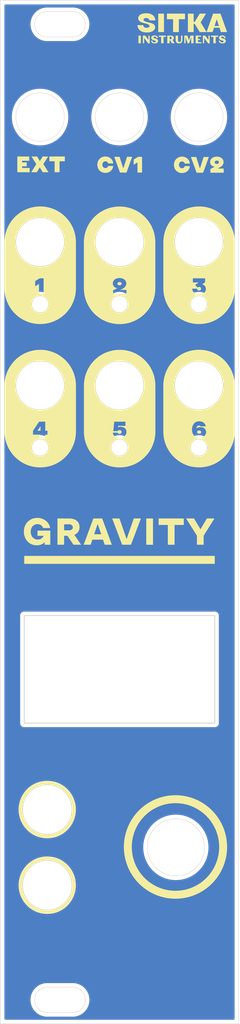
<source format=kicad_pcb>
(kicad_pcb (version 20211014) (generator pcbnew)

  (general
    (thickness 1.6)
  )

  (paper "A4")
  (layers
    (0 "F.Cu" signal)
    (31 "B.Cu" signal)
    (32 "B.Adhes" user "B.Adhesive")
    (33 "F.Adhes" user "F.Adhesive")
    (34 "B.Paste" user)
    (35 "F.Paste" user)
    (36 "B.SilkS" user "B.Silkscreen")
    (37 "F.SilkS" user "F.Silkscreen")
    (38 "B.Mask" user)
    (39 "F.Mask" user)
    (40 "Dwgs.User" user "User.Drawings")
    (41 "Cmts.User" user "User.Comments")
    (42 "Eco1.User" user "User.Eco1")
    (43 "Eco2.User" user "User.Eco2")
    (44 "Edge.Cuts" user)
    (45 "Margin" user)
    (46 "B.CrtYd" user "B.Courtyard")
    (47 "F.CrtYd" user "F.Courtyard")
    (48 "B.Fab" user)
    (49 "F.Fab" user)
    (50 "User.1" user)
    (51 "User.2" user)
    (52 "User.3" user)
    (53 "User.4" user)
    (54 "User.5" user)
    (55 "User.6" user)
    (56 "User.7" user)
    (57 "User.8" user)
    (58 "User.9" user)
  )

  (setup
    (pad_to_mask_clearance 0)
    (aux_axis_origin 60 31.75)
    (pcbplotparams
      (layerselection 0x00010fc_ffffffff)
      (disableapertmacros false)
      (usegerberextensions false)
      (usegerberattributes true)
      (usegerberadvancedattributes true)
      (creategerberjobfile true)
      (svguseinch false)
      (svgprecision 6)
      (excludeedgelayer true)
      (plotframeref false)
      (viasonmask false)
      (mode 1)
      (useauxorigin false)
      (hpglpennumber 1)
      (hpglpenspeed 20)
      (hpglpendiameter 15.000000)
      (dxfpolygonmode true)
      (dxfimperialunits true)
      (dxfusepcbnewfont true)
      (psnegative false)
      (psa4output false)
      (plotreference true)
      (plotvalue true)
      (plotinvisibletext false)
      (sketchpadsonfab false)
      (subtractmaskfromsilk false)
      (outputformat 1)
      (mirror false)
      (drillshape 0)
      (scaleselection 1)
      (outputdirectory "Gerbers/")
    )
  )

  (net 0 "")

  (gr_poly
    (pts
      (xy 63.628528 51.887472)
      (xy 62.73711 51.887472)
      (xy 62.73711 52.093661)
      (xy 63.315369 52.093661)
      (xy 63.315369 52.584587)
      (xy 62.73711 52.584587)
      (xy 62.73711 52.790776)
      (xy 63.685373 52.790776)
      (xy 63.685373 53.327177)
      (xy 62.129912 53.327177)
      (xy 62.129912 51.351587)
      (xy 63.628528 51.351587)
    ) (layer "F.SilkS") (width 0) (fill solid) (tstamp 071754c7-0916-448d-9342-57e016835f84))
  (gr_poly
    (pts
      (xy 75.471581 52.831111)
      (xy 75.482433 52.831111)
      (xy 75.945454 51.391922)
      (xy 76.600194 51.391922)
      (xy 75.880858 53.367512)
      (xy 75.062304 53.367512)
      (xy 74.342451 51.391922)
      (xy 75.011144 51.391922)
    ) (layer "F.SilkS") (width 0) (fill solid) (tstamp 077e59cb-027a-42f1-9716-c5de83e2352b))
  (gr_poly
    (pts
      (xy 81.460054 36.169712)
      (xy 81.483547 36.170632)
      (xy 81.506382 36.172166)
      (xy 81.528561 36.174314)
      (xy 81.550082 36.177076)
      (xy 81.570946 36.180451)
      (xy 81.591153 36.184441)
      (xy 81.610703 36.189045)
      (xy 81.629595 36.194262)
      (xy 81.647831 36.200094)
      (xy 81.665409 36.206541)
      (xy 81.682329 36.213601)
      (xy 81.698593 36.221276)
      (xy 81.714199 36.229566)
      (xy 81.729148 36.23847)
      (xy 81.74344 36.247989)
      (xy 81.756967 36.257885)
      (xy 81.769622 36.268265)
      (xy 81.781405 36.27913)
      (xy 81.792314 36.290479)
      (xy 81.802351 36.302313)
      (xy 81.811515 36.314631)
      (xy 81.819807 36.327434)
      (xy 81.827225 36.340722)
      (xy 81.833771 36.354494)
      (xy 81.839444 36.368752)
      (xy 81.844245 36.383494)
      (xy 81.848172 36.398722)
      (xy 81.851227 36.414435)
      (xy 81.853409 36.430633)
      (xy 81.854718 36.447316)
      (xy 81.855155 36.464484)
      (xy 81.854971 36.474246)
      (xy 81.85442 36.483878)
      (xy 81.853502 36.493381)
      (xy 81.852216 36.502754)
      (xy 81.850564 36.511999)
      (xy 81.848545 36.521114)
      (xy 81.846159 36.5301)
      (xy 81.843407 36.538957)
      (xy 81.840289 36.547684)
      (xy 81.836804 36.556282)
      (xy 81.832954 36.564751)
      (xy 81.828737 36.57309)
      (xy 81.824155 36.581301)
      (xy 81.819207 36.589382)
      (xy 81.813894 36.597333)
      (xy 81.808215 36.605155)
      (xy 81.802219 36.612649)
      (xy 81.795955 36.619959)
      (xy 81.789422 36.627085)
      (xy 81.78262 36.634029)
      (xy 81.77555 36.640789)
      (xy 81.768211 36.647366)
      (xy 81.760602 36.65376)
      (xy 81.752725 36.659971)
      (xy 81.744578 36.665999)
      (xy 81.736162 36.671843)
      (xy 81.727477 36.677505)
      (xy 81.718522 36.682983)
      (xy 81.709297 36.688278)
      (xy 81.699802 36.69339)
      (xy 81.690037 36.698319)
      (xy 81.680002 36.703065)
      (xy 81.944778 37.134774)
      (xy 81.602764 37.134774)
      (xy 81.372465 36.755522)
      (xy 81.315901 36.755522)
      (xy 81.315901 37.134774)
      (xy 81.015234 37.134774)
      (xy 81.015234 36.617612)
      (xy 81.315901 36.617612)
      (xy 81.434484 36.617612)
      (xy 81.441963 36.617461)
      (xy 81.449226 36.617007)
      (xy 81.456274 36.616251)
      (xy 81.463107 36.615193)
      (xy 81.469725 36.613832)
      (xy 81.476127 36.61217)
      (xy 81.482314 36.610206)
      (xy 81.488285 36.60794)
      (xy 81.494041 36.605372)
      (xy 81.499581 36.602502)
      (xy 81.504905 36.599332)
      (xy 81.510013 36.59586)
      (xy 81.514906 36.592086)
      (xy 81.519583 36.588012)
      (xy 81.524043 36.583637)
      (xy 81.528288 36.578961)
      (xy 81.532463 36.573843)
      (xy 81.536369 36.568489)
      (xy 81.540006 36.562898)
      (xy 81.543373 36.557071)
      (xy 81.546471 36.551007)
      (xy 81.549299 36.544706)
      (xy 81.551858 36.538168)
      (xy 81.554148 36.531394)
      (xy 81.556168 36.524382)
      (xy 81.557919 36.517134)
      (xy 81.559401 36.509648)
      (xy 81.560613 36.501925)
      (xy 81.561556 36.493965)
      (xy 81.562229 36.485767)
      (xy 81.562633 36.477332)
      (xy 81.562768 36.46866)
      (xy 81.562633 36.459991)
      (xy 81.562229 36.451571)
      (xy 81.561556 36.443398)
      (xy 81.560613 36.435473)
      (xy 81.559401 36.427796)
      (xy 81.557919 36.420367)
      (xy 81.556168 36.413186)
      (xy 81.554148 36.406252)
      (xy 81.551858 36.399566)
      (xy 81.549299 36.393128)
      (xy 81.546471 36.386938)
      (xy 81.543373 36.380995)
      (xy 81.540006 36.375301)
      (xy 81.536369 36.369854)
      (xy 81.532463 36.364655)
      (xy 81.528288 36.359704)
      (xy 81.524042 36.354861)
      (xy 81.51958 36.35033)
      (xy 81.514903 36.346112)
      (xy 81.51001 36.342206)
      (xy 81.504901 36.338612)
      (xy 81.499576 36.335331)
      (xy 81.494036 36.332362)
      (xy 81.48828 36.329706)
      (xy 81.482309 36.327362)
      (xy 81.476122 36.325331)
      (xy 81.469721 36.323612)
      (xy 81.463104 36.322205)
      (xy 81.456271 36.321111)
      (xy 81.449224 36.32033)
      (xy 81.441962 36.319861)
      (xy 81.434484 36.319705)
      (xy 81.315901 36.319705)
      (xy 81.315901 36.617612)
      (xy 81.015234 36.617612)
      (xy 81.015234 36.169406)
      (xy 81.435903 36.169405)
    ) (layer "F.SilkS") (width 0) (fill solid) (tstamp 0c82b546-515a-4fb4-be6c-5c552c95a7b1))
  (gr_poly
    (pts
      (xy 64.974699 51.927262)
      (xy 65.321965 51.351587)
      (xy 66.021664 51.351587)
      (xy 65.406715 52.302433)
      (xy 66.053186 53.327177)
      (xy 65.327649 53.327177)
      (xy 64.960747 52.717395)
      (xy 64.585576 53.327177)
      (xy 63.879676 53.327177)
      (xy 64.520464 52.305534)
      (xy 63.908098 51.351587)
      (xy 64.62795 51.351587)
    ) (layer "F.SilkS") (width 0) (fill solid) (tstamp 128f671d-0ff4-4544-adfa-1b3508ee7635))
  (gr_poly
    (pts
      (xy 80.845607 36.333509)
      (xy 80.547766 36.333509)
      (xy 80.547766 37.134774)
      (xy 80.244338 37.134774)
      (xy 80.244338 36.333509)
      (xy 79.946431 36.333509)
      (xy 79.946431 36.169406)
      (xy 80.845607 36.169406)
    ) (layer "F.SilkS") (width 0) (fill solid) (tstamp 192a5f1d-dcbd-4e2e-b14a-779c85f1f702))
  (gr_poly
    (pts
      (xy 83.094708 97.615455)
      (xy 81.934571 97.615455)
      (xy 81.934571 100.100574)
      (xy 81.086045 100.100574)
      (xy 81.086045 97.615455)
      (xy 79.92591 97.615455)
      (xy 79.92591 96.8)
      (xy 83.094708 96.8)
    ) (layer "F.SilkS") (width 0) (fill solid) (tstamp 2231d657-56f5-47bb-95a1-44e2b44949fc))
  (gr_circle (center 82.05 138.05) (end 88.05 138.05) (layer "F.SilkS") (width 1) (fill none) (tstamp 27a42063-36cb-405f-9130-beff536d6cf6))
  (gr_poly
    (pts
      (xy 65.246638 57.627633)
      (xy 65.47576 57.644947)
      (xy 65.701477 57.673465)
      (xy 65.923511 57.712906)
      (xy 66.141584 57.762994)
      (xy 66.355416 57.823448)
      (xy 66.564729 57.893991)
      (xy 66.769245 57.974344)
      (xy 66.968686 58.06423)
      (xy 67.162772 58.163368)
      (xy 67.351226 58.271481)
      (xy 67.533768 58.38829)
      (xy 67.710121 58.513517)
      (xy 67.880005 58.646883)
      (xy 68.043143 58.788109)
      (xy 68.199256 58.936918)
      (xy 68.348064 59.093031)
      (xy 68.489291 59.256169)
      (xy 68.622657 59.426053)
      (xy 68.747884 59.602406)
      (xy 68.864693 59.784948)
      (xy 68.972806 59.973402)
      (xy 69.071944 60.167488)
      (xy 69.161829 60.366929)
      (xy 69.242182 60.571445)
      (xy 69.312725 60.780758)
      (xy 69.37318 60.99459)
      (xy 69.423267 61.212662)
      (xy 69.462709 61.434696)
      (xy 69.491226 61.660413)
      (xy 69.50854 61.889535)
      (xy 69.514374 62.121783)
      (xy 69.514374 67.889391)
      (xy 69.50854 68.121639)
      (xy 69.491226 68.35076)
      (xy 69.462709 68.576477)
      (xy 69.423267 68.798511)
      (xy 69.37318 69.016583)
      (xy 69.312725 69.230415)
      (xy 69.242182 69.439728)
      (xy 69.161829 69.644244)
      (xy 69.071944 69.843685)
      (xy 68.972806 70.037771)
      (xy 68.864693 70.226224)
      (xy 68.747884 70.408767)
      (xy 68.622657 70.585119)
      (xy 68.489291 70.755004)
      (xy 68.348064 70.918142)
      (xy 68.199256 71.074254)
      (xy 68.043143 71.223063)
      (xy 67.880005 71.36429)
      (xy 67.710121 71.497656)
      (xy 67.533768 71.622883)
      (xy 67.351226 71.739692)
      (xy 67.162772 71.847805)
      (xy 66.968686 71.946943)
      (xy 66.769245 72.036828)
      (xy 66.564729 72.117182)
      (xy 66.355416 72.187725)
      (xy 66.141584 72.248179)
      (xy 65.923511 72.298267)
      (xy 65.701477 72.337708)
      (xy 65.47576 72.366226)
      (xy 65.246638 72.38354)
      (xy 65.01439 72.389374)
      (xy 64.782142 72.38354)
      (xy 64.55302 72.366226)
      (xy 64.327303 72.337708)
      (xy 64.105269 72.298267)
      (xy 63.887197 72.248179)
      (xy 63.673365 72.187725)
      (xy 63.464052 72.117182)
      (xy 63.259536 72.036828)
      (xy 63.060095 71.946943)
      (xy 62.866009 71.847805)
      (xy 62.677555 71.739692)
      (xy 62.495013 71.622883)
      (xy 62.31866 71.497656)
      (xy 62.148776 71.36429)
      (xy 61.985638 71.223063)
      (xy 61.829525 71.074254)
      (xy 61.680716 70.918142)
      (xy 61.53949 70.755004)
      (xy 61.406124 70.585119)
      (xy 61.280897 70.408767)
      (xy 61.164088 70.226224)
      (xy 61.055975 70.037771)
      (xy 60.985399 69.899603)
      (xy 63.949855 69.899603)
      (xy 63.951142 69.951673)
      (xy 63.954987 70.003391)
      (xy 63.961354 70.054669)
      (xy 63.970207 70.105422)
      (xy 63.981511 70.155563)
      (xy 63.99523 70.205006)
      (xy 64.011328 70.253666)
      (xy 64.029769 70.301456)
      (xy 64.050519 70.34829)
      (xy 64.07354 70.394082)
      (xy 64.098799 70.438746)
      (xy 64.126258 70.482196)
      (xy 64.155883 70.524345)
      (xy 64.187638 70.565109)
      (xy 64.221486 70.604399)
      (xy 64.257393 70.642132)
      (xy 64.295125 70.678039)
      (xy 64.334416 70.711887)
      (xy 64.375178 70.743642)
      (xy 64.417327 70.773267)
      (xy 64.460776 70.800726)
      (xy 64.505438 70.825984)
      (xy 64.551228 70.849006)
      (xy 64.59806 70.869755)
      (xy 64.645846 70.888197)
      (xy 64.694501 70.904295)
      (xy 64.74394 70.918013)
      (xy 64.794074 70.929317)
      (xy 64.84482 70.93817)
      (xy 64.896089 70.944536)
      (xy 64.947797 70.948381)
      (xy 64.999856 70.949669)
      (xy 65.051927 70.948385)
      (xy 65.103645 70.944543)
      (xy 65.154923 70.938179)
      (xy 65.205676 70.929329)
      (xy 65.255818 70.918029)
      (xy 65.305262 70.904313)
      (xy 65.353923 70.888218)
      (xy 65.401714 70.86978)
      (xy 65.448549 70.849033)
      (xy 65.494342 70.826014)
      (xy 65.539007 70.800759)
      (xy 65.582459 70.773302)
      (xy 65.62461 70.74368)
      (xy 65.665375 70.711928)
      (xy 65.704668 70.678082)
      (xy 65.742402 70.642177)
      (xy 65.778311 70.604448)
      (xy 65.812162 70.565159)
      (xy 65.84392 70.524398)
      (xy 65.873547 70.482249)
      (xy 65.901009 70.4388)
      (xy 65.92627 70.394137)
      (xy 65.949295 70.348344)
      (xy 65.970048 70.301509)
      (xy 65.988492 70.253717)
      (xy 66.004593 70.205054)
      (xy 66.018315 70.155606)
      (xy 66.029622 70.105459)
      (xy 66.038478 70.054699)
      (xy 66.044848 70.003413)
      (xy 66.048696 69.951685)
      (xy 66.049987 69.899603)
      (xy 66.0487 69.847532)
      (xy 66.044855 69.795815)
      (xy 66.038488 69.744536)
      (xy 66.029635 69.693784)
      (xy 66.018331 69.643643)
      (xy 66.004612 69.594199)
      (xy 65.988514 69.54554)
      (xy 65.970073 69.49775)
      (xy 65.949323 69.450916)
      (xy 65.926301 69.405124)
      (xy 65.901043 69.36046)
      (xy 65.873584 69.317011)
      (xy 65.843959 69.274861)
      (xy 65.812204 69.234098)
      (xy 65.778356 69.194808)
      (xy 65.742449 69.157076)
      (xy 65.704717 69.121169)
      (xy 65.665426 69.087321)
      (xy 65.624663 69.055566)
      (xy 65.582514 69.025942)
      (xy 65.539064 68.998482)
      (xy 65.4944 68.973224)
      (xy 65.448608 68.950202)
      (xy 65.401774 68.929453)
      (xy 65.353984 68.911011)
      (xy 65.305325 68.894913)
      (xy 65.255881 68.881195)
      (xy 65.20574 68.869891)
      (xy 65.154988 68.861038)
      (xy 65.103709 68.854671)
      (xy 65.051992 68.850826)
      (xy 64.999952 68.849539)
      (xy 64.947913 68.850823)
      (xy 64.896196 68.854665)
      (xy 64.844917 68.861028)
      (xy 64.794164 68.869878)
      (xy 64.744022 68.881179)
      (xy 64.694578 68.894894)
      (xy 64.645918 68.910989)
      (xy 64.598127 68.929428)
      (xy 64.551292 68.950174)
      (xy 64.505499 68.973193)
      (xy 64.460833 68.998449)
      (xy 64.417382 69.025905)
      (xy 64.375231 69.055528)
      (xy 64.334466 69.087279)
      (xy 64.295173 69.121125)
      (xy 64.257439 69.15703)
      (xy 64.22153 69.19476)
      (xy 64.187679 69.234048)
      (xy 64.155922 69.27481)
      (xy 64.126294 69.316958)
      (xy 64.098832 69.360407)
      (xy 64.073571 69.405071)
      (xy 64.050546 69.450863)
      (xy 64.029794 69.497698)
      (xy 64.011349 69.545491)
      (xy 63.995249 69.594153)
      (xy 63.981527 69.643601)
      (xy 63.97022 69.693748)
      (xy 63.961364 69.744507)
      (xy 63.954994 69.795794)
      (xy 63.951146 69.847521)
      (xy 63.949855 69.899603)
      (xy 60.985399 69.899603)
      (xy 60.956837 69.843685)
      (xy 60.866951 69.644244)
      (xy 60.786598 69.439728)
      (xy 60.716055 69.230415)
      (xy 60.655601 69.016583)
      (xy 60.617233 68.849539)
      (xy 64.999921 68.849539)
      (xy 64.999952 68.849539)
      (xy 64.999984 68.849539)
      (xy 64.999921 68.849539)
      (xy 60.617233 68.849539)
      (xy 60.605513 68.798511)
      (xy 60.566072 68.576477)
      (xy 60.537554 68.35076)
      (xy 60.52024 68.121639)
      (xy 60.514406 67.889391)
      (xy 60.514406 67.645994)
      (xy 64.381354 67.645994)
      (xy 64.860911 67.349371)
      (xy 64.860911 68.622162)
      (xy 65.439687 68.622162)
      (xy 65.439687 66.646572)
      (xy 64.945661 66.646572)
      (xy 64.381354 66.993837)
      (xy 64.381354 67.645994)
      (xy 60.514406 67.645994)
      (xy 60.514406 62.121783)
      (xy 60.514965 62.099561)
      (xy 61.949977 62.099561)
      (xy 61.953948 62.256509)
      (xy 61.965729 62.411397)
      (xy 61.985127 62.564033)
      (xy 62.01195 62.714226)
      (xy 62.046009 62.861783)
      (xy 62.087109 63.006513)
      (xy 62.135061 63.148225)
      (xy 62.189672 63.286727)
      (xy 62.250751 63.421827)
      (xy 62.318107 63.553333)
      (xy 62.391546 63.681055)
      (xy 62.470879 63.8048)
      (xy 62.555913 63.924376)
      (xy 62.646457 64.039593)
      (xy 62.742319 64.150259)
      (xy 62.843308 64.256181)
      (xy 62.949232 64.357168)
      (xy 63.059898 64.453029)
      (xy 63.175117 64.543572)
      (xy 63.294695 64.628606)
      (xy 63.418443 64.707938)
      (xy 63.546166 64.781377)
      (xy 63.677676 64.848732)
      (xy 63.812778 64.909811)
      (xy 63.951283 64.964422)
      (xy 64.092998 65.012373)
      (xy 64.237732 65.053474)
      (xy 64.385293 65.087532)
      (xy 64.53549 65.114356)
      (xy 64.688131 65.133754)
      (xy 64.843024 65.145534)
      (xy 64.999977 65.149505)
      (xy 65.156926 65.145531)
      (xy 65.311813 65.133748)
      (xy 65.464449 65.114347)
      (xy 65.614641 65.087521)
      (xy 65.762198 65.05346)
      (xy 65.906927 65.012357)
      (xy 66.048638 64.964403)
      (xy 66.187139 64.909789)
      (xy 66.322237 64.848709)
      (xy 66.453743 64.781352)
      (xy 66.581463 64.707911)
      (xy 66.705206 64.628577)
      (xy 66.824781 64.543542)
      (xy 66.939996 64.452998)
      (xy 67.05066 64.357136)
      (xy 67.15658 64.256148)
      (xy 67.257565 64.150225)
      (xy 67.353424 64.03956)
      (xy 67.443965 63.924343)
      (xy 67.528996 63.804767)
      (xy 67.608326 63.681023)
      (xy 67.681763 63.553303)
      (xy 67.749115 63.421797)
      (xy 67.810191 63.286699)
      (xy 67.8648 63.1482)
      (xy 67.912749 63.00649)
      (xy 67.953847 62.861763)
      (xy 67.987902 62.714209)
      (xy 68.014723 62.56402)
      (xy 68.034118 62.411388)
      (xy 68.045896 62.256505)
      (xy 68.049864 62.099562)
      (xy 68.045892 61.942613)
      (xy 68.034112 61.787725)
      (xy 68.014714 61.635089)
      (xy 67.98789 61.484897)
      (xy 67.953832 61.33734)
      (xy 67.912731 61.19261)
      (xy 67.86478 61.050898)
      (xy 67.810169 60.912396)
      (xy 67.74909 60.777297)
      (xy 67.681735 60.64579)
      (xy 67.608296 60.518069)
      (xy 67.528964 60.394324)
      (xy 67.443931 60.274747)
      (xy 67.353388 60.159531)
      (xy 67.257527 60.048866)
      (xy 67.156539 59.942944)
      (xy 67.050617 59.841956)
      (xy 66.939952 59.746095)
      (xy 66.824736 59.655552)
      (xy 66.705159 59.570519)
      (xy 66.581414 59.491187)
      (xy 66.453693 59.417748)
      (xy 66.322186 59.350393)
      (xy 66.187087 59.289314)
      (xy 66.048585 59.234703)
      (xy 65.906873 59.186752)
      (xy 65.762143 59.145651)
      (xy 65.614586 59.111593)
      (xy 65.464394 59.084769)
      (xy 65.311757 59.065371)
      (xy 65.156869 59.053591)
      (xy 64.999921 59.04962)
      (xy 64.999862 59.04962)
      (xy 64.842914 59.053594)
      (xy 64.688026 59.065377)
      (xy 64.53539 59.084778)
      (xy 64.385198 59.111605)
      (xy 64.237642 59.145666)
      (xy 64.092912 59.186769)
      (xy 63.951202 59.234723)
      (xy 63.812701 59.289336)
      (xy 63.677603 59.350417)
      (xy 63.546097 59.417774)
      (xy 63.418377 59.491215)
      (xy 63.294634 59.570549)
      (xy 63.175059 59.655583)
      (xy 63.059844 59.746127)
      (xy 62.949181 59.841989)
      (xy 62.843261 59.942977)
      (xy 62.742275 60.0489)
      (xy 62.646416 60.159565)
      (xy 62.555876 60.274782)
      (xy 62.470845 60.394358)
      (xy 62.391515 60.518102)
      (xy 62.318078 60.645822)
      (xy 62.250726 60.777327)
      (xy 62.18965 60.912425)
      (xy 62.135041 61.050924)
      (xy 62.087092 61.192633)
      (xy 62.045994 61.337361)
      (xy 62.011939 61.484914)
      (xy 61.985118 61.635103)
      (xy 61.965723 61.787734)
      (xy 61.953945 61.942618)
      (xy 61.949977 62.099561)
      (xy 60.514965 62.099561)
      (xy 60.52024 61.889535)
      (xy 60.537554 61.660413)
      (xy 60.566072 61.434696)
      (xy 60.605513 61.212662)
      (xy 60.655601 60.99459)
      (xy 60.716055 60.780758)
      (xy 60.786598 60.571445)
      (xy 60.866951 60.366929)
      (xy 60.956837 60.167488)
      (xy 61.055975 59.973402)
      (xy 61.164088 59.784948)
      (xy 61.280897 59.602406)
      (xy 61.406124 59.426053)
      (xy 61.53949 59.256169)
      (xy 61.680716 59.093031)
      (xy 61.829525 58.936918)
      (xy 61.985638 58.788109)
      (xy 62.148776 58.646883)
      (xy 62.31866 58.513517)
      (xy 62.495013 58.38829)
      (xy 62.677555 58.271481)
      (xy 62.866009 58.163368)
      (xy 63.060095 58.06423)
      (xy 63.259536 57.974344)
      (xy 63.464052 57.893991)
      (xy 63.673365 57.823448)
      (xy 63.887197 57.762994)
      (xy 64.105269 57.712906)
      (xy 64.327303 57.673465)
      (xy 64.55302 57.644947)
      (xy 64.782142 57.627633)
      (xy 65.01439 57.621799)
    ) (layer "F.SilkS") (width 0) (fill solid) (tstamp 283e6d72-d60d-49ad-b602-c6f2dda375c3))
  (gr_poly
    (pts
      (xy 82.37225 36.730674)
      (xy 82.372576 36.751251)
      (xy 82.372983 36.761199)
      (xy 82.373552 36.770921)
      (xy 82.374283 36.780415)
      (xy 82.375177 36.789684)
      (xy 82.376232 36.798726)
      (xy 82.377449 36.807541)
      (xy 82.378828 36.816131)
      (xy 82.380368 36.824494)
      (xy 82.382069 36.832631)
      (xy 82.383932 36.840543)
      (xy 82.385955 36.848228)
      (xy 82.38814 36.855688)
      (xy 82.390485 36.862922)
      (xy 82.39299 36.869931)
      (xy 82.395819 36.876541)
      (xy 82.398788 36.882926)
      (xy 82.401895 36.889085)
      (xy 82.405142 36.895019)
      (xy 82.408527 36.900727)
      (xy 82.412053 36.90621)
      (xy 82.415718 36.911466)
      (xy 82.419523 36.916496)
      (xy 82.423467 36.9213)
      (xy 82.427552 36.925878)
      (xy 82.431777 36.930229)
      (xy 82.436142 36.934353)
      (xy 82.440648 36.938251)
      (xy 82.445295 36.941922)
      (xy 82.450082 36.945365)
      (xy 82.45501 36.948582)
      (xy 82.460263 36.951586)
      (xy 82.465677 36.954396)
      (xy 82.471253 36.957011)
      (xy 82.476991 36.959432)
      (xy 82.48289 36.961659)
      (xy 82.48895 36.963692)
      (xy 82.495173 36.965531)
      (xy 82.501556 36.967176)
      (xy 82.508102 36.968627)
      (xy 82.514809 36.969884)
      (xy 82.521677 36.970947)
      (xy 82.528707 36.971817)
      (xy 82.535899 36.972494)
      (xy 82.543252 36.972977)
      (xy 82.550767 36.973267)
      (xy 82.558443 36.973363)
      (xy 82.565792 36.973245)
      (xy 82.573012 36.972891)
      (xy 82.580103 36.9723)
      (xy 82.587066 36.971473)
      (xy 82.593899 36.970409)
      (xy 82.600604 36.969108)
      (xy 82.607179 36.967571)
      (xy 82.613625 36.965796)
      (xy 82.619942 36.963785)
      (xy 82.626129 36.961536)
      (xy 82.632187 36.959051)
      (xy 82.638115 36.956328)
      (xy 82.643913 36.953367)
      (xy 82.649582 36.950169)
      (xy 82.65512 36.946734)
      (xy 82.660529 36.94306)
      (xy 82.665797 36.938998)
      (xy 82.670915 36.934742)
      (xy 82.675881 36.930292)
      (xy 82.680697 36.925647)
      (xy 82.685361 36.920808)
      (xy 82.689875 36.915775)
      (xy 82.694238 36.910548)
      (xy 82.69845 36.905127)
      (xy 82.702511 36.899511)
      (xy 82.706422 36.893702)
      (xy 82.710182 36.887699)
      (xy 82.713791 36.881503)
      (xy 82.717249 36.875112)
      (xy 82.720556 36.868528)
      (xy 82.723713 36.861751)
      (xy 82.726719 36.85478)
      (xy 82.729558 36.847631)
      (xy 82.732213 36.840322)
      (xy 82.734685 36.832852)
      (xy 82.736974 36.825221)
      (xy 82.739079 36.817428)
      (xy 82.741001 36.809475)
      (xy 82.742739 36.80136)
      (xy 82.744295 36.793083)
      (xy 82.745667 36.784645)
      (xy 82.746856 36.776046)
      (xy 82.747863 36.767284)
      (xy 82.748686 36.758361)
      (xy 82.749326 36.749275)
      (xy 82.749783 36.740027)
      (xy 82.750149 36.721045)
      (xy 82.750149 36.169406)
      (xy 82.919775 36.169406)
      (xy 82.919775 36.729259)
      (xy 82.919575 36.745502)
      (xy 82.918977 36.761476)
      (xy 82.917979 36.777182)
      (xy 82.916583 36.79262)
      (xy 82.914787 36.807789)
      (xy 82.912593 36.822689)
      (xy 82.91 36.83732)
      (xy 82.907009 36.851681)
      (xy 82.903619 36.865774)
      (xy 82.89983 36.879596)
      (xy 82.895643 36.89315)
      (xy 82.891058 36.906433)
      (xy 82.886075 36.919446)
      (xy 82.880693 36.932189)
      (xy 82.874913 36.944662)
      (xy 82.868735 36.956865)
      (xy 82.862185 36.968592)
      (xy 82.855289 36.979985)
      (xy 82.848049 36.991044)
      (xy 82.840464 37.001768)
      (xy 82.832534 37.012158)
      (xy 82.824259 37.022214)
      (xy 82.815639 37.031936)
      (xy 82.806674 37.041323)
      (xy 82.797365 37.050377)
      (xy 82.78771 37.059096)
      (xy 82.777711 37.067482)
      (xy 82.767367 37.075534)
      (xy 82.756679 37.083252)
      (xy 82.745645 37.090637)
      (xy 82.734267 37.097687)
      (xy 82.722545 37.104405)
      (xy 82.710688 37.110584)
      (xy 82.698562 37.116364)
      (xy 82.686167 37.121747)
      (xy 82.673503 37.126731)
      (xy 82.660571 37.131317)
      (xy 82.647369 37.135504)
      (xy 82.633897 37.139292)
      (xy 82.620157 37.142682)
      (xy 82.606147 37.145674)
      (xy 82.591867 37.148266)
      (xy 82.577318 37.15046)
      (xy 82.562499 37.152255)
      (xy 82.547411 37.153652)
      (xy 82.532053 37.154649)
      (xy 82.516424 37.155248)
      (xy 82.500526 37.155447)
      (xy 82.484279 37.155248)
      (xy 82.468289 37.154649)
      (xy 82.452558 37.153652)
      (xy 82.437084 37.152255)
      (xy 82.421869 37.15046)
      (xy 82.406913 37.148266)
      (xy 82.392215 37.145673)
      (xy 82.377775 37.142682)
      (xy 82.363594 37.139292)
      (xy 82.349672 37.135503)
      (xy 82.336008 37.131316)
      (xy 82.322604 37.12673)
      (xy 82.309458 37.121747)
      (xy 82.296572 37.116364)
      (xy 82.283945 37.110584)
      (xy 82.271577 37.104405)
      (xy 82.259676 37.09786)
      (xy 82.248111 37.090981)
      (xy 82.23688 37.083769)
      (xy 82.225983 37.076223)
      (xy 82.215421 37.068344)
      (xy 82.205192 37.060131)
      (xy 82.195298 37.051584)
      (xy 82.185739 37.042703)
      (xy 82.176513 37.033488)
      (xy 82.167621 37.023939)
      (xy 82.159063 37.014056)
      (xy 82.150838 37.003839)
      (xy 82.142947 36.993288)
      (xy 82.13539 36.982402)
      (xy 82.128166 36.971181)
      (xy 82.121276 36.959626)
      (xy 82.11493 36.947613)
      (xy 82.108993 36.935362)
      (xy 82.103466 36.922874)
      (xy 82.09835 36.910149)
      (xy 82.093642 36.897186)
      (xy 82.089345 36.883987)
      (xy 82.085457 36.87055)
      (xy 82.081978 36.856876)
      (xy 82.078909 36.842965)
      (xy 82.07625 36.828818)
      (xy 82.073999 36.814433)
      (xy 82.072158 36.799811)
      (xy 82.070726 36.784953)
      (xy 82.069704 36.769858)
      (xy 82.06909 36.754526)
      (xy 82.068886 36.738957)
      (xy 82.068886 36.169406)
      (xy 82.37225 36.169406)
    ) (layer "F.SilkS") (width 0) (fill solid) (tstamp 291adf6d-e12d-4018-b99b-a93bba2bfae9))
  (gr_poly
    (pts
      (xy 87.288148 51.368776)
      (xy 87.317891 51.369797)
      (xy 87.347236 51.371498)
      (xy 87.376184 51.37388)
      (xy 87.404736 51.376944)
      (xy 87.43289 51.38069)
      (xy 87.460647 51.385119)
      (xy 87.488007 51.390231)
      (xy 87.51497 51.396026)
      (xy 87.541537 51.402505)
      (xy 87.567706 51.409669)
      (xy 87.593479 51.417517)
      (xy 87.618856 51.426051)
      (xy 87.643836 51.435271)
      (xy 87.668419 51.445177)
      (xy 87.692606 51.45577)
      (xy 87.716618 51.466973)
      (xy 87.73997 51.478708)
      (xy 87.762663 51.490975)
      (xy 87.784695 51.503774)
      (xy 87.806067 51.517104)
      (xy 87.826779 51.530965)
      (xy 87.846829 51.545356)
      (xy 87.866218 51.560276)
      (xy 87.884946 51.575726)
      (xy 87.903012 51.591704)
      (xy 87.920416 51.608211)
      (xy 87.937158 51.625245)
      (xy 87.953237 51.642806)
      (xy 87.968654 51.660894)
      (xy 87.983407 51.679509)
      (xy 87.997497 51.698649)
      (xy 88.010826 51.718205)
      (xy 88.023294 51.738067)
      (xy 88.034903 51.758236)
      (xy 88.045652 51.778713)
      (xy 88.055541 51.799497)
      (xy 88.06457 51.820588)
      (xy 88.07274 51.841988)
      (xy 88.080049 51.863696)
      (xy 88.086499 51.885712)
      (xy 88.092089 51.908038)
      (xy 88.096819 51.930673)
      (xy 88.100688 51.953617)
      (xy 88.103698 51.976872)
      (xy 88.105848 52.000436)
      (xy 88.107138 52.024312)
      (xy 88.107568 52.048498)
      (xy 88.10738 52.064331)
      (xy 88.106815 52.080079)
      (xy 88.105874 52.095742)
      (xy 88.104557 52.111319)
      (xy 88.102864 52.12681)
      (xy 88.100796 52.142214)
      (xy 88.098353 52.157531)
      (xy 88.095534 52.17276)
      (xy 88.09234 52.187901)
      (xy 88.088772 52.202953)
      (xy 88.08483 52.217916)
      (xy 88.080513 52.23279)
      (xy 88.075822 52.247573)
      (xy 88.070758 52.262265)
      (xy 88.06532 52.276867)
      (xy 88.059509 52.291377)
      (xy 88.053689 52.305774)
      (xy 88.047517 52.320039)
      (xy 88.040994 52.33417)
      (xy 88.034119 52.348169)
      (xy 88.026893 52.362036)
      (xy 88.019314 52.375769)
      (xy 88.011383 52.389371)
      (xy 88.0031 52.402839)
      (xy 87.994464 52.416176)
      (xy 87.985475 52.42938)
      (xy 87.976132 52.442452)
      (xy 87.966437 52.455393)
      (xy 87.956388 52.468201)
      (xy 87.945985 52.480877)
      (xy 87.935228 52.493422)
      (xy 87.924117 52.505835)
      (xy 87.912674 52.517752)
      (xy 87.900922 52.529513)
      (xy 87.888861 52.541119)
      (xy 87.876491 52.552568)
      (xy 87.863813 52.563863)
      (xy 87.850825 52.575003)
      (xy 87.823925 52.596818)
      (xy 87.795789 52.618015)
      (xy 87.766419 52.638596)
      (xy 87.735814 52.658563)
      (xy 87.703975 52.677917)
      (xy 87.700405 52.68069)
      (xy 87.69675 52.683367)
      (xy 87.693007 52.68595)
      (xy 87.689178 52.688441)
      (xy 87.68526 52.690844)
      (xy 87.681253 52.693163)
      (xy 87.677156 52.695398)
      (xy 87.672969 52.697554)
      (xy 87.638863 52.714607)
      (xy 87.348442 52.863952)
      (xy 88.124105 52.863952)
      (xy 88.124105 53.386401)
      (xy 86.447721 53.386401)
      (xy 86.447721 52.915112)
      (xy 86.992391 52.635542)
      (xy 86.978438 52.635542)
      (xy 86.976999 52.634839)
      (xy 86.975481 52.634129)
      (xy 86.973879 52.633416)
      (xy 86.97219 52.6327)
      (xy 86.970409 52.631985)
      (xy 86.968534 52.631271)
      (xy 86.966561 52.630562)
      (xy 86.964486 52.629858)
      (xy 86.940759 52.625414)
      (xy 86.917559 52.62055)
      (xy 86.894884 52.615264)
      (xy 86.872737 52.609559)
      (xy 86.851116 52.603434)
      (xy 86.830023 52.596889)
      (xy 86.809458 52.589925)
      (xy 86.789422 52.582542)
      (xy 86.769915 52.57474)
      (xy 86.750938 52.566519)
      (xy 86.732491 52.55788)
      (xy 86.714575 52.548823)
      (xy 86.697189 52.539348)
      (xy 86.680336 52.529455)
      (xy 86.664014 52.519145)
      (xy 86.648225 52.508418)
      (xy 86.633302 52.49735)
      (xy 86.618869 52.486019)
      (xy 86.604925 52.474425)
      (xy 86.591471 52.462568)
      (xy 86.578505 52.450446)
      (xy 86.566026 52.438061)
      (xy 86.554034 52.425412)
      (xy 86.542528 52.412498)
      (xy 86.531507 52.399319)
      (xy 86.52097 52.385876)
      (xy 86.510917 52.372168)
      (xy 86.501346 52.358195)
      (xy 86.492258 52.343956)
      (xy 86.48365 52.329452)
      (xy 86.475523 52.314682)
      (xy 86.467875 52.299646)
      (xy 86.461036 52.284068)
      (xy 86.45463 52.268379)
      (xy 86.448657 52.252578)
      (xy 86.44312 52.236667)
      (xy 86.438018 52.220645)
      (xy 86.433354 52.204512)
      (xy 86.429129 52.188269)
      (xy 86.425343 52.171915)
      (xy 86.421999 52.155451)
      (xy 86.419096 52.138877)
      (xy 86.416637 52.122193)
      (xy 86.414622 52.105399)
      (xy 86.413053 52.088496)
      (xy 86.411931 52.071483)
      (xy 86.411921 52.071236)
      (xy 86.998075 52.071236)
      (xy 86.998196 52.078942)
      (xy 86.998559 52.086538)
      (xy 86.999163 52.094024)
      (xy 87.00001 52.1014)
      (xy 87.001099 52.108665)
      (xy 87.002429 52.11582)
      (xy 87.004003 52.122865)
      (xy 87.005818 52.1298)
      (xy 87.007876 52.136624)
      (xy 87.010177 52.143338)
      (xy 87.01272 52.149942)
      (xy 87.015507 52.156436)
      (xy 87.018536 52.162819)
      (xy 87.021808 52.169092)
      (xy 87.025323 52.175255)
      (xy 87.029081 52.181307)
      (xy 87.033404 52.187216)
      (xy 87.037906 52.192949)
      (xy 87.042587 52.198505)
      (xy 87.047446 52.203885)
      (xy 87.052483 52.209089)
      (xy 87.057697 52.214116)
      (xy 87.063088 52.218967)
      (xy 87.068655 52.223642)
      (xy 87.074399 52.22814)
      (xy 87.080319 52.232462)
      (xy 87.086415 52.236607)
      (xy 87.092686 52.240576)
      (xy 87.099132 52.244368)
      (xy 87.105752 52.247984)
      (xy 87.112547 52.251424)
      (xy 87.119515 52.254687)
      (xy 87.126989 52.257762)
      (xy 87.134594 52.260637)
      (xy 87.142329 52.263312)
      (xy 87.150196 52.265787)
      (xy 87.158194 52.268063)
      (xy 87.166324 52.27014)
      (xy 87.174585 52.272018)
      (xy 87.182979 52.273698)
      (xy 87.191505 52.275179)
      (xy 87.200163 52.276462)
      (xy 87.208954 52.277546)
      (xy 87.217878 52.278433)
      (xy 87.226935 52.279123)
      (xy 87.236126 52.279615)
      (xy 87.245449 52.27991)
      (xy 87.254907 52.280009)
      (xy 87.26471 52.27991)
      (xy 87.274362 52.279615)
      (xy 87.283864 52.279123)
      (xy 87.293215 52.278433)
      (xy 87.302413 52.277546)
      (xy 87.311459 52.276462)
      (xy 87.320352 52.275179)
      (xy 87.329092 52.273698)
      (xy 87.337677 52.272018)
      (xy 87.346107 52.27014)
      (xy 87.354381 52.268063)
      (xy 87.362499 52.265787)
      (xy 87.370461 52.263312)
      (xy 87.378265 52.260637)
      (xy 87.385912 52.257762)
      (xy 87.3934 52.254687)
      (xy 87.4007 52.251424)
      (xy 87.407782 52.247984)
      (xy 87.414645 52.244368)
      (xy 87.42129 52.240576)
      (xy 87.427716 52.236607)
      (xy 87.433922 52.232462)
      (xy 87.439908 52.22814)
      (xy 87.445674 52.223642)
      (xy 87.45122 52.218967)
      (xy 87.456545 52.214116)
      (xy 87.461648 52.209089)
      (xy 87.46653 52.203885)
      (xy 87.47119 52.198505)
      (xy 87.475627 52.192949)
      (xy 87.479842 52.187216)
      (xy 87.483834 52.181307)
      (xy 87.487932 52.175255)
      (xy 87.49176 52.169092)
      (xy 87.495319 52.162818)
      (xy 87.498608 52.156435)
      (xy 87.50163 52.149941)
      (xy 87.504385 52.143337)
      (xy 87.506873 52.136623)
      (xy 87.509096 52.129798)
      (xy 87.511055 52.122864)
      (xy 87.512749 52.115819)
      (xy 87.514181 52.108664)
      (xy 87.51535 52.101398)
      (xy 87.516258 52.094023)
      (xy 87.516906 52.086538)
      (xy 87.517294 52.078942)
      (xy 87.517423 52.071236)
      (xy 87.517294 52.063538)
      (xy 87.516906 52.055968)
      (xy 87.516258 52.048525)
      (xy 87.51535 52.041212)
      (xy 87.514181 52.034027)
      (xy 87.512749 52.026973)
      (xy 87.511055 52.02005)
      (xy 87.509096 52.013258)
      (xy 87.506873 52.006599)
      (xy 87.504385 52.000073)
      (xy 87.50163 51.99368)
      (xy 87.498608 51.987422)
      (xy 87.495319 51.9813)
      (xy 87.49176 51.975313)
      (xy 87.487932 51.969462)
      (xy 87.483834 51.963749)
      (xy 87.479842 51.95784)
      (xy 87.475627 51.952107)
      (xy 87.47119 51.94655)
      (xy 87.46653 51.94117)
      (xy 87.461648 51.935967)
      (xy 87.456545 51.930939)
      (xy 87.45122 51.926088)
      (xy 87.445674 51.921414)
      (xy 87.439908 51.916916)
      (xy 87.433922 51.912594)
      (xy 87.427716 51.908449)
      (xy 87.42129 51.90448)
      (xy 87.414645 51.900687)
      (xy 87.407782 51.897071)
      (xy 87.4007 51.893631)
      (xy 87.3934 51.890368)
      (xy 87.385912 51.887293)
      (xy 87.378265 51.884418)
      (xy 87.37046 51.881744)
      (xy 87.362498 51.879268)
      (xy 87.35438 51.876992)
      (xy 87.346105 51.874915)
      (xy 87.337675 51.873037)
      (xy 87.32909 51.871358)
      (xy 87.320351 51.869877)
      (xy 87.311458 51.868594)
      (xy 87.302412 51.867509)
      (xy 87.293214 51.866622)
      (xy 87.283863 51.865933)
      (xy 87.274362 51.86544)
      (xy 87.26471 51.865145)
      (xy 87.254907 51.865047)
      (xy 87.245449 51.865145)
      (xy 87.236125 51.86544)
      (xy 87.226934 51.865933)
      (xy 87.217877 51.866622)
      (xy 87.208953 51.867509)
      (xy 87.200162 51.868594)
      (xy 87.191503 51.869877)
      (xy 87.182978 51.871358)
      (xy 87.174584 51.873037)
      (xy 87.166322 51.874915)
      (xy 87.158193 51.876992)
      (xy 87.150195 51.879268)
      (xy 87.142328 51.881744)
      (xy 87.134593 51.884418)
      (xy 87.126989 51.887293)
      (xy 87.119515 51.890368)
      (xy 87.112547 51.893631)
      (xy 87.105752 51.897071)
      (xy 87.099132 51.900687)
      (xy 87.092686 51.90448)
      (xy 87.086415 51.908449)
      (xy 87.080319 51.912594)
      (xy 87.074399 51.916916)
      (xy 87.068655 51.921414)
      (xy 87.063088 51.926088)
      (xy 87.057697 51.930939)
      (xy 87.052483 51.935967)
      (xy 87.047446 51.94117)
      (xy 87.042587 51.94655)
      (xy 87.037906 51.952107)
      (xy 87.033404 51.95784)
      (xy 87.029081 51.963749)
      (xy 87.025323 51.969462)
      (xy 87.021808 51.975312)
      (xy 87.018536 51.981299)
      (xy 87.015507 51.987421)
      (xy 87.01272 51.993679)
      (xy 87.010177 52.000071)
      (xy 87.007876 52.006597)
      (xy 87.005818 52.013257)
      (xy 87.004003 52.020048)
      (xy 87.002429 52.026971)
      (xy 87.001099 52.034026)
      (xy 87.00001 52.04121)
      (xy 86.999163 52.048524)
      (xy 86.998559 52.055967)
      (xy 86.998196 52.063538)
      (xy 86.998075 52.071236)
      (xy 86.411921 52.071236)
      (xy 86.411256 52.05436)
      (xy 86.411031 52.037129)
      (xy 86.411422 52.015687)
      (xy 86.412594 51.9944)
      (xy 86.414545 51.973268)
      (xy 86.417274 51.952291)
      (xy 86.42078 51.931468)
      (xy 86.425061 51.9108)
      (xy 86.430117 51.890286)
      (xy 86.435946 51.869927)
      (xy 86.442546 51.849721)
      (xy 86.449917 51.829671)
      (xy 86.458057 51.809774)
      (xy 86.466965 51.790032)
      (xy 86.47664 51.770443)
      (xy 86.487079 51.751009)
      (xy 86.498283 51.731728)
      (xy 86.51025 51.712601)
      (xy 86.52295 51.693775)
      (xy 86.536354 51.675396)
      (xy 86.550464 51.657464)
      (xy 86.565279 51.639977)
      (xy 86.5808 51.622935)
      (xy 86.597025 51.606336)
      (xy 86.613956 51.59018)
      (xy 86.631592 51.574467)
      (xy 86.649934 51.559194)
      (xy 86.668981 51.544361)
      (xy 86.688734 51.529967)
      (xy 86.709193 51.516012)
      (xy 86.730358 51.502494)
      (xy 86.752228 51.489412)
      (xy 86.774805 51.476766)
      (xy 86.798088 51.464555)
      (xy 86.822373 51.452933)
      (xy 86.847252 51.442057)
      (xy 86.872724 51.431929)
      (xy 86.89879 51.422547)
      (xy 86.92545 51.413914)
      (xy 86.952704 51.406029)
      (xy 86.980553 51.398892)
      (xy 87.008998 51.392505)
      (xy 87.038037 51.386868)
      (xy 87.067672 51.381981)
      (xy 87.097903 51.377844)
      (xy 87.128731 51.374458)
      (xy 87.160154 51.371824)
      (xy 87.192175 51.369942)
      (xy 87.224793 51.368813)
      (xy 87.258008 51.368436)
    ) (layer "F.SilkS") (width 0) (fill solid) (tstamp 353b9c5a-ac4e-4eb5-b3e9-ae05f4ac0c94))
  (gr_poly
    (pts
      (xy 85.253663 57.62803)
      (xy 85.482785 57.645344)
      (xy 85.708502 57.673862)
      (xy 85.930536 57.713303)
      (xy 86.148609 57.763391)
      (xy 86.362441 57.823845)
      (xy 86.571754 57.894388)
      (xy 86.77627 57.974741)
      (xy 86.975711 58.064627)
      (xy 87.169797 58.163765)
      (xy 87.358251 58.271878)
      (xy 87.540793 58.388687)
      (xy 87.717146 58.513914)
      (xy 87.88703 58.64728)
      (xy 88.050168 58.788506)
      (xy 88.206281 58.937315)
      (xy 88.355089 59.093428)
      (xy 88.496316 59.256566)
      (xy 88.629682 59.42645)
      (xy 88.754909 59.602803)
      (xy 88.871718 59.785345)
      (xy 88.979831 59.973799)
      (xy 89.078969 60.167885)
      (xy 89.168854 60.367326)
      (xy 89.249207 60.571842)
      (xy 89.31975 60.781155)
      (xy 89.380205 60.994987)
      (xy 89.430292 61.213059)
      (xy 89.469734 61.435093)
      (xy 89.498251 61.66081)
      (xy 89.515565 61.889932)
      (xy 89.521399 62.12218)
      (xy 89.521399 67.889788)
      (xy 89.515565 68.122036)
      (xy 89.498251 68.351157)
      (xy 89.469734 68.576874)
      (xy 89.430292 68.798908)
      (xy 89.380205 69.01698)
      (xy 89.31975 69.230812)
      (xy 89.249207 69.440125)
      (xy 89.168854 69.644641)
      (xy 89.078969 69.844082)
      (xy 88.979831 70.038168)
      (xy 88.871718 70.226621)
      (xy 88.754909 70.409164)
      (xy 88.629682 70.585516)
      (xy 88.496316 70.755401)
      (xy 88.355089 70.918539)
      (xy 88.206281 71.074651)
      (xy 88.050168 71.22346)
      (xy 87.88703 71.364687)
      (xy 87.717146 71.498053)
      (xy 87.540793 71.62328)
      (xy 87.358251 71.740089)
      (xy 87.169797 71.848202)
      (xy 86.975711 71.94734)
      (xy 86.77627 72.037225)
      (xy 86.571754 72.117579)
      (xy 86.362441 72.188122)
      (xy 86.148609 72.248576)
      (xy 85.930536 72.298664)
      (xy 85.708502 72.338105)
      (xy 85.482785 72.366623)
      (xy 85.253663 72.383937)
      (xy 85.021415 72.389771)
      (xy 84.789167 72.383937)
      (xy 84.560045 72.366623)
      (xy 84.334328 72.338105)
      (xy 84.112294 72.298664)
      (xy 83.894222 72.248576)
      (xy 83.68039 72.188122)
      (xy 83.471077 72.117579)
      (xy 83.266561 72.037225)
      (xy 83.06712 71.94734)
      (xy 82.873034 71.848202)
      (xy 82.68458 71.740089)
      (xy 82.502038 71.62328)
      (xy 82.325685 71.498053)
      (xy 82.155801 71.364687)
      (xy 81.992663 71.22346)
      (xy 81.83655 71.074651)
      (xy 81.687741 70.918539)
      (xy 81.546515 70.755401)
      (xy 81.413149 70.585516)
      (xy 81.287922 70.409164)
      (xy 81.171113 70.226621)
      (xy 81.063 70.038168)
      (xy 80.992424 69.9)
      (xy 83.95688 69.9)
      (xy 83.958167 69.95207)
      (xy 83.962012 70.003788)
      (xy 83.968379 70.055066)
      (xy 83.977232 70.105819)
      (xy 83.988536 70.15596)
      (xy 84.002255 70.205403)
      (xy 84.018353 70.254063)
      (xy 84.036794 70.301853)
      (xy 84.057544 70.348687)
      (xy 84.080565 70.394479)
      (xy 84.105824 70.439143)
      (xy 84.133283 70.482593)
      (xy 84.162908 70.524742)
      (xy 84.194663 70.565506)
      (xy 84.228511 70.604796)
      (xy 84.264418 70.642529)
      (xy 84.30215 70.678436)
      (xy 84.341441 70.712284)
      (xy 84.382203 70.744039)
      (xy 84.424352 70.773664)
      (xy 84.467801 70.801123)
      (xy 84.512463 70.826381)
      (xy 84.558253 70.849403)
      (xy 84.605085 70.870152)
      (xy 84.652871 70.888594)
      (xy 84.701526 70.904692)
      (xy 84.750965 70.91841)
      (xy 84.801099 70.929714)
      (xy 84.851845 70.938567)
      (xy 84.903114 70.944933)
      (xy 84.954822 70.948778)
      (xy 85.006881 70.950066)
      (xy 85.058952 70.948782)
      (xy 85.11067 70.94494)
      (xy 85.161948 70.938576)
      (xy 85.212701 70.929726)
      (xy 85.262843 70.918426)
      (xy 85.312287 70.90471)
      (xy 85.360948 70.888615)
      (xy 85.408739 70.870177)
      (xy 85.455574 70.84943)
      (xy 85.501367 70.826411)
      (xy 85.546032 70.801156)
      (xy 85.589484 70.773699)
      (xy 85.631635 70.744077)
      (xy 85.6724 70.712325)
      (xy 85.711693 70.678479)
      (xy 85.749427 70.642574)
      (xy 85.785336 70.604845)
      (xy 85.819187 70.565556)
      (xy 85.850945 70.524795)
      (xy 85.880572 70.482646)
      (xy 85.908034 70.439197)
      (xy 85.933295 70.394534)
      (xy 85.95632 70.348741)
      (xy 85.977073 70.301906)
      (xy 85.995517 70.254114)
      (xy 86.011618 70.205451)
      (xy 86.02534 70.156003)
      (xy 86.036647 70.105856)
      (xy 86.045503 70.055096)
      (xy 86.051873 70.00381)
      (xy 86.055721 69.952082)
      (xy 86.057012 69.9)
      (xy 86.055725 69.847929)
      (xy 86.05188 69.796212)
      (xy 86.045513 69.744933)
      (xy 86.03666 69.694181)
      (xy 86.025356 69.64404)
      (xy 86.011637 69.594596)
      (xy 85.995539 69.545937)
      (xy 85.977098 69.498147)
      (xy 85.956348 69.451313)
      (xy 85.933326 69.405521)
      (xy 85.908068 69.360857)
      (xy 85.880609 69.317408)
      (xy 85.850984 69.275258)
      (xy 85.819229 69.234495)
      (xy 85.785381 69.195205)
      (xy 85.749474 69.157473)
      (xy 85.711742 69.121566)
      (xy 85.672451 69.087718)
      (xy 85.631688 69.055963)
      (xy 85.589539 69.026339)
      (xy 85.546089 68.998879)
      (xy 85.501425 68.973621)
      (xy 85.455633 68.950599)
      (xy 85.408799 68.92985)
      (xy 85.361009 68.911408)
      (xy 85.31235 68.89531)
      (xy 85.262906 68.881592)
      (xy 85.212765 68.870288)
      (xy 85.162013 68.861435)
      (xy 85.110734 68.855068)
      (xy 85.059017 68.851223)
      (xy 85.006977 68.849936)
      (xy 84.954938 68.85122)
      (xy 84.903221 68.855062)
      (xy 84.851942 68.861425)
      (xy 84.801189 68.870275)
      (xy 84.751047 68.881576)
      (xy 84.701603 68.895291)
      (xy 84.652943 68.911386)
      (xy 84.605152 68.929825)
      (xy 84.558317 68.950571)
      (xy 84.512524 68.97359)
      (xy 84.467858 68.998846)
      (xy 84.424407 69.026302)
      (xy 84.382256 69.055925)
      (xy 84.341491 69.087676)
      (xy 84.302198 69.121522)
      (xy 84.264464 69.157427)
      (xy 84.228555 69.195157)
      (xy 84.194704 69.234445)
      (xy 84.162947 69.275207)
      (xy 84.133319 69.317355)
      (xy 84.105857 69.360804)
      (xy 84.080596 69.405468)
      (xy 84.057571 69.45126)
      (xy 84.036819 69.498095)
      (xy 84.018374 69.545888)
      (xy 84.002274 69.59455)
      (xy 83.988552 69.643998)
      (xy 83.977245 69.694145)
      (xy 83.968389 69.744904)
      (xy 83.962019 69.796191)
      (xy 83.958171 69.847918)
      (xy 83.95688 69.9)
      (xy 80.992424 69.9)
      (xy 80.963862 69.844082)
      (xy 80.873976 69.644641)
      (xy 80.793623 69.440125)
      (xy 80.72308 69.230812)
      (xy 80.662626 69.01698)
      (xy 80.624258 68.849936)
      (xy 85.006946 68.849936)
      (xy 85.006977 68.849936)
      (xy 85.007009 68.849936)
      (xy 85.006946 68.849936)
      (xy 80.624258 68.849936)
      (xy 80.612538 68.798908)
      (xy 80.573097 68.576874)
      (xy 80.544579 68.351157)
      (xy 80.527265 68.122036)
      (xy 80.522898 67.948181)
      (xy 84.16617 67.948181)
      (xy 84.167629 67.97445)
      (xy 84.169888 68.00034)
      (xy 84.172947 68.025853)
      (xy 84.176804 68.050987)
      (xy 84.181459 68.075745)
      (xy 84.18691 68.100126)
      (xy 84.193157 68.124131)
      (xy 84.200198 68.147761)
      (xy 84.208034 68.171016)
      (xy 84.216662 68.193897)
      (xy 84.226082 68.216404)
      (xy 84.236292 68.238538)
      (xy 84.247293 68.260299)
      (xy 84.259083 68.281689)
      (xy 84.271661 68.302706)
      (xy 84.285026 68.323353)
      (xy 84.299102 68.34353)
      (xy 84.313813 68.363139)
      (xy 84.329161 68.382179)
      (xy 84.345145 68.40065)
      (xy 84.361766 68.41855)
      (xy 84.379026 68.435879)
      (xy 84.396923 68.452636)
      (xy 84.41546 68.468821)
      (xy 84.434636 68.484432)
      (xy 84.454452 68.49947)
      (xy 84.474908 68.513933)
      (xy 84.496006 68.52782)
      (xy 84.517745 68.541131)
      (xy 84.540126 68.553866)
      (xy 84.56315 68.566022)
      (xy 84.586817 68.577601)
      (xy 84.61138 68.588193)
      (xy 84.636384 68.598099)
      (xy 84.661831 68.607319)
      (xy 84.68772 68.615853)
      (xy 84.71405 68.623701)
      (xy 84.740822 68.630865)
      (xy 84.768035 68.637344)
      (xy 84.795689 68.643139)
      (xy 84.823784 68.648251)
      (xy 84.85232 68.652679)
      (xy 84.881297 68.656425)
      (xy 84.910714 68.659489)
      (xy 84.940571 68.661871)
      (xy 84.970869 68.663572)
      (xy 85.001606 68.664592)
      (xy 85.032784 68.664932)
      (xy 85.063608 68.664601)
      (xy 85.093992 68.663606)
      (xy 85.123934 68.661949)
      (xy 85.153437 68.659628)
      (xy 85.182498 68.656646)
      (xy 85.211119 68.653001)
      (xy 85.239298 68.648694)
      (xy 85.267037 68.643726)
      (xy 85.294335 68.638096)
      (xy 85.321191 68.631805)
      (xy 85.347607 68.624852)
      (xy 85.373581 68.617239)
      (xy 85.399115 68.608966)
      (xy 85.424207 68.600031)
      (xy 85.448857 68.590437)
      (xy 85.473067 68.580183)
      (xy 85.496711 68.568981)
      (xy 85.519668 68.557246)
      (xy 85.541937 68.544979)
      (xy 85.563519 68.53218)
      (xy 85.584415 68.51885)
      (xy 85.604625 68.504989)
      (xy 85.624151 68.490598)
      (xy 85.642992 68.475678)
      (xy 85.66115 68.460228)
      (xy 85.678625 68.44425)
      (xy 85.695418 68.427743)
      (xy 85.71153 68.410709)
      (xy 85.72696 68.393148)
      (xy 85.74171 68.37506)
      (xy 85.755781 68.356445)
      (xy 85.769173 68.337305)
      (xy 85.782162 68.317741)
      (xy 85.794319 68.297853)
      (xy 85.805642 68.27764)
      (xy 85.816131 68.257102)
      (xy 85.825784 68.236237)
      (xy 85.834602 68.215044)
      (xy 85.842583 68.193523)
      (xy 85.849728 68.171672)
      (xy 85.856034 68.14949)
      (xy 85.861502 68.126976)
      (xy 85.866131 68.10413)
      (xy 85.869919 68.08095)
      (xy 85.872867 68.057435)
      (xy 85.874974 68.033584)
      (xy 85.876238 68.009396)
      (xy 85.87666 67.984871)
      (xy 85.876435 67.966987)
      (xy 85.875761 67.949317)
      (xy 85.874639 67.931862)
      (xy 85.87307 67.914624)
      (xy 85.871056 67.897603)
      (xy 85.868597 67.880799)
      (xy 85.865695 67.864215)
      (xy 85.86235 67.84785)
      (xy 85.858565 67.831706)
      (xy 85.85434 67.815783)
      (xy 85.849676 67.800082)
      (xy 85.844574 67.784604)
      (xy 85.839036 67.76935)
      (xy 85.833063 67.754321)
      (xy 85.826656 67.739517)
      (xy 85.819816 67.724939)
      (xy 85.812928 67.71027)
      (xy 85.805669 67.695895)
      (xy 85.798039 67.681814)
      (xy 85.790037 67.668025)
      (xy 85.781662 67.654528)
      (xy 85.772914 67.64132)
      (xy 85.763792 67.628402)
      (xy 85.754296 67.615771)
      (xy 85.744425 67.603427)
      (xy 85.734179 67.591369)
      (xy 85.723557 67.579595)
      (xy 85.712558 67.568104)
      (xy 85.701182 67.556895)
      (xy 85.689429 67.545967)
      (xy 85.677297 67.535319)
      (xy 85.664787 67.52495)
      (xy 85.651945 67.514893)
      (xy 85.638818 67.505181)
      (xy 85.625407 67.495817)
      (xy 85.611711 67.486801)
      (xy 85.597729 67.478133)
      (xy 85.583462 67.469816)
      (xy 85.568909 67.461849)
      (xy 85.55407 67.454235)
      (xy 85.538943 67.446973)
      (xy 85.52353 67.440065)
      (xy 85.50783 67.433511)
      (xy 85.491842 67.427313)
      (xy 85.475566 67.421471)
      (xy 85.459002 67.415987)
      (xy 85.44215 67.410862)
      (xy 85.425008 67.406096)
      (xy 85.421908 67.406096)
      (xy 85.421899 67.405759)
      (xy 85.421873 67.405448)
      (xy 85.421854 67.405303)
      (xy 85.421829 67.405164)
      (xy 85.4218 67.405031)
      (xy 85.421767 67.404904)
      (xy 85.421728 67.404783)
      (xy 85.421685 67.404669)
      (xy 85.421636 67.40456)
      (xy 85.421582 67.404457)
      (xy 85.421524 67.40436)
      (xy 85.42146 67.404269)
      (xy 85.421391 67.404183)
      (xy 85.421316 67.404103)
      (xy 85.421236 67.404029)
      (xy 85.42115 67.403959)
      (xy 85.421059 67.403895)
      (xy 85.420962 67.403837)
      (xy 85.420859 67.403783)
      (xy 85.42075 67.403734)
      (xy 85.420636 67.403691)
      (xy 85.420515 67.403652)
      (xy 85.420389 67.403619)
      (xy 85.420256 67.40359)
      (xy 85.420117 67.403565)
      (xy 85.419971 67.403546)
      (xy 85.419661 67.40352)
      (xy 85.419324 67.403511)
      (xy 85.413639 67.403511)
      (xy 85.780542 67.135311)
      (xy 85.780542 66.646969)
      (xy 84.236967 66.646969)
      (xy 84.236967 67.169417)
      (xy 84.961987 67.169417)
      (xy 84.550126 67.465523)
      (xy 84.820911 67.812788)
      (xy 84.863285 67.781782)
      (xy 84.872548 67.775597)
      (xy 84.88199 67.769745)
      (xy 84.89161 67.764232)
      (xy 84.901407 67.759065)
      (xy 84.911381 67.754251)
      (xy 84.92153 67.749796)
      (xy 84.931853 67.745707)
      (xy 84.94235 67.741991)
      (xy 84.953643 67.738691)
      (xy 84.964945 67.735844)
      (xy 84.976253 67.733444)
      (xy 84.987564 67.731489)
      (xy 84.998876 67.729975)
      (xy 85.010185 67.728898)
      (xy 85.021489 67.728255)
      (xy 85.032784 67.728041)
      (xy 85.045354 67.728291)
      (xy 85.057662 67.729041)
      (xy 85.069709 67.730294)
      (xy 85.081494 67.732048)
      (xy 85.093016 67.734306)
      (xy 85.104275 67.737069)
      (xy 85.11527 67.740336)
      (xy 85.126001 67.74411)
      (xy 85.136468 67.748391)
      (xy 85.146669 67.75318)
      (xy 85.156605 67.758478)
      (xy 85.166275 67.764286)
      (xy 85.175678 67.770605)
      (xy 85.184814 67.777435)
      (xy 85.193683 67.784778)
      (xy 85.202283 67.792635)
      (xy 85.210484 67.800529)
      (xy 85.218156 67.808689)
      (xy 85.225297 67.817116)
      (xy 85.231909 67.825808)
      (xy 85.237992 67.834766)
      (xy 85.243545 67.843989)
      (xy 85.248569 67.853478)
      (xy 85.253063 67.863231)
      (xy 85.257029 67.873249)
      (xy 85.260465 67.883532)
      (xy 85.263372 67.894078)
      (xy 85.265751 67.904889)
      (xy 85.267601 67.915963)
      (xy 85.268922 67.927301)
      (xy 85.269715 67.938902)
      (xy 85.269979 67.950766)
      (xy 85.269858 67.958825)
      (xy 85.269495 67.966775)
      (xy 85.268891 67.974615)
      (xy 85.268044 67.982346)
      (xy 85.266955 67.989967)
      (xy 85.265625 67.997478)
      (xy 85.264051 68.00488)
      (xy 85.262236 68.012171)
      (xy 85.260178 68.019352)
      (xy 85.257877 68.026422)
      (xy 85.255334 68.033382)
      (xy 85.252547 68.040232)
      (xy 85.249518 68.046971)
      (xy 85.246246 68.053598)
      (xy 85.242731 68.060115)
      (xy 85.238973 68.066521)
      (xy 85.23499 68.072783)
      (xy 85.230801 68.07887)
      (xy 85.226407 68.084781)
      (xy 85.221809 68.090517)
      (xy 85.217008 68.096076)
      (xy 85.212006 68.10146)
      (xy 85.206803 68.106667)
      (xy 85.201401 68.111698)
      (xy 85.1958 68.116553)
      (xy 85.190001 68.121231)
      (xy 85.184007 68.125732)
      (xy 85.177816 68.130057)
      (xy 85.171432 68.134204)
      (xy 85.164854 68.138175)
      (xy 85.158084 68.141968)
      (xy 85.151123 68.145584)
      (xy 85.144003 68.149004)
      (xy 85.136753 68.152207)
      (xy 85.129373 68.155194)
      (xy 85.121861 68.157963)
      (xy 85.114219 68.160513)
      (xy 85.106446 68.162845)
      (xy 85.098541 68.164958)
      (xy 85.090504 68.166851)
      (xy 85.082334 68.168524)
      (xy 85.074032 68.169975)
      (xy 85.065597 68.171205)
      (xy 85.057029 68.172212)
      (xy 85.048327 68.172997)
      (xy 85.03949 68.173558)
      (xy 85.03052 68.173895)
      (xy 85.021415 68.174008)
      (xy 85.012642 68.173895)
      (xy 85.003958 68.173558)
      (xy 84.995365 68.172997)
      (xy 84.986862 68.172212)
      (xy 84.978449 68.171205)
      (xy 84.970124 68.169975)
      (xy 84.961888 68.168524)
      (xy 84.953741 68.166851)
      (xy 84.945682 68.164958)
      (xy 84.937711 68.162845)
      (xy 84.929827 68.160513)
      (xy 84.92203 68.157963)
      (xy 84.91432 68.155194)
      (xy 84.906696 68.152207)
      (xy 84.899159 68.149004)
      (xy 84.891707 68.145584)
      (xy 84.88473 68.141968)
      (xy 84.87791 68.138175)
      (xy 84.871247 68.134204)
      (xy 84.864739 68.130057)
      (xy 84.858387 68.125732)
      (xy 84.85219 68.121231)
      (xy 84.846148 68.116553)
      (xy 84.840261 68.111698)
      (xy 84.834528 68.106667)
      (xy 84.828949 68.10146)
      (xy 84.823524 68.096076)
      (xy 84.818252 68.090517)
      (xy 84.813133 68.084781)
      (xy 84.808166 68.07887)
      (xy 84.803352 68.072783)
      (xy 84.79869 68.066521)
      (xy 84.794214 68.060106)
      (xy 84.789952 68.053564)
      (xy 84.785904 68.046893)
      (xy 84.782071 68.040092)
      (xy 84.778455 68.033161)
      (xy 84.775055 68.0261)
      (xy 84.771874 68.018907)
      (xy 84.768912 68.011583)
      (xy 84.766171 68.004127)
      (xy 84.76365 67.996538)
      (xy 84.76135 67.988815)
      (xy 84.759274 67.980959)
      (xy 84.757421 67.972968)
      (xy 84.755793 67.964841)
      (xy 84.754391 67.956579)
      (xy 84.753215 67.948181)
      (xy 84.16617 67.948181)
      (xy 80.522898 67.948181)
      (xy 80.521431 67.889788)
      (xy 80.521431 62.12218)
      (xy 80.52199 62.099958)
      (xy 81.957002 62.099958)
      (xy 81.960973 62.256906)
      (xy 81.972754 62.411794)
      (xy 81.992152 62.56443)
      (xy 82.018975 62.714623)
      (xy 82.053034 62.86218)
      (xy 82.094134 63.00691)
      (xy 82.142086 63.148622)
      (xy 82.196697 63.287124)
      (xy 82.257776 63.422224)
      (xy 82.325132 63.55373)
      (xy 82.398571 63.681452)
      (xy 82.477904 63.805197)
      (xy 82.562938 63.924773)
      (xy 82.653482 64.03999)
      (xy 82.749344 64.150656)
      (xy 82.850333 64.256578)
      (xy 82.956257 64.357565)
      (xy 83.066923 64.453426)
      (xy 83.182142 64.543969)
      (xy 83.30172 64.629003)
      (xy 83.425468 64.708335)
      (xy 83.553191 64.781774)
      (xy 83.684701 64.849129)
      (xy 83.819803 64.910208)
      (xy 83.958308 64.964819)
      (xy 84.100023 65.01277)
      (xy 84.244757 65.053871)
      (xy 84.392318 65.087929)
      (xy 84.542515 65.114753)
      (xy 84.695156 65.134151)
      (xy 84.850049 65.145931)
      (xy 85.007002 65.149902)
      (xy 85.163951 65.145928)
      (xy 85.318838 65.134145)
      (xy 85.471474 65.114744)
      (xy 85.621666 65.087918)
      (xy 85.769223 65.053857)
      (xy 85.913952 65.012754)
      (xy 86.055663 64.9648)
      (xy 86.194164 64.910186)
      (xy 86.329262 64.849106)
      (xy 86.460768 64.781749)
      (xy 86.588488 64.708308)
      (xy 86.712231 64.628974)
      (xy 86.831806 64.543939)
      (xy 86.947021 64.453395)
      (xy 87.057685 64.357533)
      (xy 87.163605 64.256545)
      (xy 87.26459 64.150622)
      (xy 87.360449 64.039957)
      (xy 87.45099 63.92474)
      (xy 87.536021 63.805164)
      (xy 87.615351 63.68142)
      (xy 87.688788 63.5537)
      (xy 87.75614 63.422194)
      (xy 87.817216 63.287096)
      (xy 87.871825 63.148597)
      (xy 87.919774 63.006887)
      (xy 87.960872 62.86216)
      (xy 87.994927 62.714606)
      (xy 88.021748 62.564417)
      (xy 88.041143 62.411785)
      (xy 88.052921 62.256902)
      (xy 88.056889 62.099959)
      (xy 88.052917 61.94301)
      (xy 88.041137 61.788122)
      (xy 88.021739 61.635486)
      (xy 87.994915 61.485294)
      (xy 87.960857 61.337737)
      (xy 87.919756 61.193007)
      (xy 87.871805 61.051295)
      (xy 87.817194 60.912793)
      (xy 87.756115 60.777694)
      (xy 87.68876 60.646187)
      (xy 87.615321 60.518466)
      (xy 87.535989 60.394721)
      (xy 87.450956 60.275144)
      (xy 87.360413 60.159928)
      (xy 87.264552 60.049263)
      (xy 87.163564 59.943341)
      (xy 87.057642 59.842353)
      (xy 86.946977 59.746492)
      (xy 86.831761 59.655949)
      (xy 86.712184 59.570916)
      (xy 86.588439 59.491584)
      (xy 86.460718 59.418145)
      (xy 86.329211 59.35079)
      (xy 86.194112 59.289711)
      (xy 86.05561 59.2351)
      (xy 85.913898 59.187149)
      (xy 85.769168 59.146048)
      (xy 85.621611 59.11199)
      (xy 85.471419 59.085166)
      (xy 85.318782 59.065768)
      (xy 85.163894 59.053988)
      (xy 85.006946 59.050017)
      (xy 85.006887 59.050017)
      (xy 84.849939 59.053991)
      (xy 84.695051 59.065774)
      (xy 84.542415 59.085175)
      (xy 84.392223 59.112002)
      (xy 84.244667 59.146063)
      (xy 84.099937 59.187166)
      (xy 83.958227 59.23512)
      (xy 83.819726 59.289733)
      (xy 83.684628 59.350814)
      (xy 83.553122 59.418171)
      (xy 83.425402 59.491612)
      (xy 83.301659 59.570946)
      (xy 83.182084 59.65598)
      (xy 83.066869 59.746524)
      (xy 82.956206 59.842386)
      (xy 82.850286 59.943374)
      (xy 82.7493 60.049297)
      (xy 82.653441 60.159962)
      (xy 82.562901 60.275179)
      (xy 82.47787 60.394755)
      (xy 82.39854 60.518499)
      (xy 82.325103 60.646219)
      (xy 82.257751 60.777724)
      (xy 82.196675 60.912822)
      (xy 82.142066 61.051321)
      (xy 82.094117 61.19303)
      (xy 82.053019 61.337758)
      (xy 82.018964 61.485311)
      (xy 81.992143 61.6355)
      (xy 81.972748 61.788131)
      (xy 81.96097 61.943015)
      (xy 81.957002 62.099958)
      (xy 80.52199 62.099958)
      (xy 80.527265 61.889932)
      (xy 80.544579 61.66081)
      (xy 80.573097 61.435093)
      (xy 80.612538 61.213059)
      (xy 80.662626 60.994987)
      (xy 80.72308 60.781155)
      (xy 80.793623 60.571842)
      (xy 80.873976 60.367326)
      (xy 80.963862 60.167885)
      (xy 81.063 59.973799)
      (xy 81.171113 59.785345)
      (xy 81.287922 59.602803)
      (xy 81.413149 59.42645)
      (xy 81.546515 59.256566)
      (xy 81.687741 59.093428)
      (xy 81.83655 58.937315)
      (xy 81.992663 58.788506)
      (xy 82.155801 58.64728)
      (xy 82.325685 58.513914)
      (xy 82.502038 58.388687)
      (xy 82.68458 58.271878)
      (xy 82.873034 58.163765)
      (xy 83.06712 58.064627)
      (xy 83.266561 57.974741)
      (xy 83.471077 57.894388)
      (xy 83.68039 57.823845)
      (xy 83.894222 57.763391)
      (xy 84.112294 57.713303)
      (xy 84.334328 57.673862)
      (xy 84.560045 57.645344)
      (xy 84.789167 57.62803)
      (xy 85.021415 57.622196)
    ) (layer "F.SilkS") (width 0) (fill solid) (tstamp 39047179-c0eb-4b7a-8343-ea8301c3c937))
  (gr_poly
    (pts
      (xy 75.246372 57.636556)
      (xy 75.475494 57.65387)
      (xy 75.701211 57.682388)
      (xy 75.923245 57.721829)
      (xy 76.141318 57.771917)
      (xy 76.35515 57.832371)
      (xy 76.564463 57.902914)
      (xy 76.768979 57.983267)
      (xy 76.96842 58.073153)
      (xy 77.162506 58.172291)
      (xy 77.35096 58.280404)
      (xy 77.533502 58.397213)
      (xy 77.709855 58.52244)
      (xy 77.879739 58.655806)
      (xy 78.042877 58.797032)
      (xy 78.19899 58.945841)
      (xy 78.347798 59.101954)
      (xy 78.489025 59.265092)
      (xy 78.622391 59.434976)
      (xy 78.747618 59.611329)
      (xy 78.864427 59.793871)
      (xy 78.97254 59.982325)
      (xy 79.071678 60.176411)
      (xy 79.161563 60.375852)
      (xy 79.241916 60.580368)
      (xy 79.312459 60.789681)
      (xy 79.372914 61.003513)
      (xy 79.423001 61.221585)
      (xy 79.462443 61.443619)
      (xy 79.49096 61.669336)
      (xy 79.508274 61.898458)
      (xy 79.514108 62.130706)
      (xy 79.514108 67.898314)
      (xy 79.508274 68.130562)
      (xy 79.49096 68.359683)
      (xy 79.462443 68.5854)
      (xy 79.423001 68.807434)
      (xy 79.372914 69.025506)
      (xy 79.312459 69.239338)
      (xy 79.241916 69.448651)
      (xy 79.161563 69.653167)
      (xy 79.071678 69.852608)
      (xy 78.97254 70.046694)
      (xy 78.864427 70.235147)
      (xy 78.747618 70.41769)
      (xy 78.622391 70.594042)
      (xy 78.489025 70.763927)
      (xy 78.347798 70.927065)
      (xy 78.19899 71.083177)
      (xy 78.042877 71.231986)
      (xy 77.879739 71.373213)
      (xy 77.709855 71.506579)
      (xy 77.533502 71.631806)
      (xy 77.35096 71.748615)
      (xy 77.162506 71.856728)
      (xy 76.96842 71.955866)
      (xy 76.768979 72.045751)
      (xy 76.564463 72.126105)
      (xy 76.35515 72.196648)
      (xy 76.141318 72.257102)
      (xy 75.923245 72.30719)
      (xy 75.701211 72.346631)
      (xy 75.475494 72.375149)
      (xy 75.246372 72.392463)
      (xy 75.014124 72.398297)
      (xy 74.781876 72.392463)
      (xy 74.552754 72.375149)
      (xy 74.327037 72.346631)
      (xy 74.105003 72.30719)
      (xy 73.886931 72.257102)
      (xy 73.673099 72.196648)
      (xy 73.463786 72.126105)
      (xy 73.25927 72.045751)
      (xy 73.059829 71.955866)
      (xy 72.865743 71.856728)
      (xy 72.677289 71.748615)
      (xy 72.494747 71.631806)
      (xy 72.318394 71.506579)
      (xy 72.14851 71.373213)
      (xy 71.985372 71.231986)
      (xy 71.829259 71.083177)
      (xy 71.68045 70.927065)
      (xy 71.539224 70.763927)
      (xy 71.405858 70.594042)
      (xy 71.280631 70.41769)
      (xy 71.163822 70.235147)
      (xy 71.055709 70.046694)
      (xy 70.985133 69.908526)
      (xy 73.949589 69.908526)
      (xy 73.950876 69.960596)
      (xy 73.954721 70.012314)
      (xy 73.961088 70.063592)
      (xy 73.969941 70.114345)
      (xy 73.981245 70.164486)
      (xy 73.994964 70.213929)
      (xy 74.011062 70.262589)
      (xy 74.029503 70.310379)
      (xy 74.050253 70.357213)
      (xy 74.073274 70.403005)
      (xy 74.098533 70.447669)
      (xy 74.125992 70.491119)
      (xy 74.155617 70.533268)
      (xy 74.187372 70.574032)
      (xy 74.22122 70.613322)
      (xy 74.257127 70.651055)
      (xy 74.294859 70.686962)
      (xy 74.33415 70.72081)
      (xy 74.374912 70.752565)
      (xy 74.417061 70.78219)
      (xy 74.46051 70.809649)
      (xy 74.505172 70.834907)
      (xy 74.550962 70.857929)
      (xy 74.597794 70.878678)
      (xy 74.64558 70.89712)
      (xy 74.694235 70.913218)
      (xy 74.743674 70.926936)
      (xy 74.793808 70.93824)
      (xy 74.844554 70.947093)
      (xy 74.895823 70.953459)
      (xy 74.947531 70.957304)
      (xy 74.99959 70.958592)
      (xy 75.051661 70.957308)
      (xy 75.103379 70.953466)
      (xy 75.154657 70.947102)
      (xy 75.20541 70.938252)
      (xy 75.255552 70.926952)
      (xy 75.304996 70.913236)
      (xy 75.353657 70.897141)
      (xy 75.401448 70.878703)
      (xy 75.448283 70.857956)
      (xy 75.494076 70.834937)
      (xy 75.538741 70.809682)
      (xy 75.582193 70.782225)
      (xy 75.624344 70.752603)
      (xy 75.665109 70.720851)
      (xy 75.704402 70.687005)
      (xy 75.742136 70.6511)
      (xy 75.778045 70.613371)
      (xy 75.811896 70.574082)
      (xy 75.843654 70.533321)
      (xy 75.873281 70.491172)
      (xy 75.900743 70.447723)
      (xy 75.926004 70.40306)
      (xy 75.949029 70.357267)
      (xy 75.969782 70.310432)
      (xy 75.988226 70.26264)
      (xy 76.004327 70.213977)
      (xy 76.018049 70.164529)
      (xy 76.029356 70.114382)
      (xy 76.038212 70.063622)
      (xy 76.044582 70.012336)
      (xy 76.04843 69.960608)
      (xy 76.049721 69.908526)
      (xy 76.048434 69.856455)
      (xy 76.044589 69.804738)
      (xy 76.038222 69.753459)
      (xy 76.029369 69.702707)
      (xy 76.018065 69.652566)
      (xy 76.004346 69.603122)
      (xy 75.988248 69.554463)
      (xy 75.969807 69.506673)
      (xy 75.949057 69.459839)
      (xy 75.926035 69.414047)
      (xy 75.900777 69.369383)
      (xy 75.873318 69.325934)
      (xy 75.843693 69.283784)
      (xy 75.811938 69.243021)
      (xy 75.77809 69.203731)
      (xy 75.742183 69.165999)
      (xy 75.704451 69.130092)
      (xy 75.66516 69.096244)
      (xy 75.624397 69.064489)
      (xy 75.582248 69.034865)
      (xy 75.538798 69.007405)
      (xy 75.494134 68.982147)
      (xy 75.448342 68.959125)
      (xy 75.401508 68.938376)
      (xy 75.353718 68.919934)
      (xy 75.305059 68.903836)
      (xy 75.255615 68.890118)
      (xy 75.205474 68.878814)
      (xy 75.154722 68.869961)
      (xy 75.103443 68.863594)
      (xy 75.051726 68.859749)
      (xy 74.999686 68.858462)
      (xy 74.947647 68.859746)
      (xy 74.89593 68.863588)
      (xy 74.844651 68.869951)
      (xy 74.793898 68.878801)
      (xy 74.743756 68.890102)
      (xy 74.694312 68.903817)
      (xy 74.645652 68.919912)
      (xy 74.597861 68.938351)
      (xy 74.551026 68.959097)
      (xy 74.505233 68.982116)
      (xy 74.460567 69.007372)
      (xy 74.417116 69.034828)
      (xy 74.374965 69.064451)
      (xy 74.3342 69.096202)
      (xy 74.294907 69.130048)
      (xy 74.257173 69.165953)
      (xy 74.221264 69.203683)
      (xy 74.187413 69.242971)
      (xy 74.155656 69.283733)
      (xy 74.126028 69.325881)
      (xy 74.098566 69.36933)
      (xy 74.073305 69.413994)
      (xy 74.05028 69.459786)
      (xy 74.029528 69.506621)
      (xy 74.011083 69.554414)
      (xy 73.994983 69.603076)
      (xy 73.981261 69.652524)
      (xy 73.969954 69.702671)
      (xy 73.961098 69.75343)
      (xy 73.954728 69.804717)
      (xy 73.95088 69.856444)
      (xy 73.949589 69.908526)
      (xy 70.985133 69.908526)
      (xy 70.956571 69.852608)
      (xy 70.866685 69.653167)
      (xy 70.786332 69.448651)
      (xy 70.715789 69.239338)
      (xy 70.655335 69.025506)
      (xy 70.616967 68.858462)
      (xy 74.999655 68.858462)
      (xy 74.999686 68.858462)
      (xy 74.999718 68.858462)
      (xy 74.999655 68.858462)
      (xy 70.616967 68.858462)
      (xy 70.605247 68.807434)
      (xy 70.565806 68.5854)
      (xy 70.537288 68.359683)
      (xy 70.519974 68.130562)
      (xy 70.51414 67.898314)
      (xy 70.51414 67.28233)
      (xy 74.157329 67.28233)
      (xy 74.157554 67.299561)
      (xy 74.158228 67.316683)
      (xy 74.15935 67.333696)
      (xy 74.160919 67.3506)
      (xy 74.162933 67.367394)
      (xy 74.165392 67.384077)
      (xy 74.168294 67.400652)
      (xy 74.171638 67.417116)
      (xy 74.175424 67.433469)
      (xy 74.179649 67.449713)
      (xy 74.184313 67.465845)
      (xy 74.189414 67.481867)
      (xy 74.194952 67.497779)
      (xy 74.200925 67.513579)
      (xy 74.207332 67.529268)
      (xy 74.214173 67.544846)
      (xy 74.22182 67.559882)
      (xy 74.229948 67.574653)
      (xy 74.238556 67.589157)
      (xy 74.247644 67.603396)
      (xy 74.257215 67.617369)
      (xy 74.267268 67.631077)
      (xy 74.277805 67.64452)
      (xy 74.288826 67.657699)
      (xy 74.300332 67.670612)
      (xy 74.312324 67.683262)
      (xy 74.324803 67.695647)
      (xy 74.337769 67.707768)
      (xy 74.351223 67.719626)
      (xy 74.365167 67.73122)
      (xy 74.3796 67.742551)
      (xy 74.394524 67.753619)
      (xy 74.410312 67.764346)
      (xy 74.426634 67.774656)
      (xy 74.443487 67.784549)
      (xy 74.460872 67.794024)
      (xy 74.478789 67.803081)
      (xy 74.497236 67.81172)
      (xy 74.516213 67.819941)
      (xy 74.53572 67.827743)
      (xy 74.555756 67.835126)
      (xy 74.576321 67.84209)
      (xy 74.597414 67.848635)
      (xy 74.619035 67.85476)
      (xy 74.641183 67.860465)
      (xy 74.663857 67.86575)
      (xy 74.687058 67.870615)
      (xy 74.710784 67.875059)
      (xy 74.714832 67.876391)
      (xy 74.716707 67.877022)
      (xy 74.718487 67.877642)
      (xy 74.720177 67.878263)
      (xy 74.721779 67.878894)
      (xy 74.723298 67.879545)
      (xy 74.724736 67.880226)
      (xy 74.739206 67.880226)
      (xy 74.194019 68.159796)
      (xy 74.194019 68.631085)
      (xy 75.87092 68.631085)
      (xy 75.87092 68.109152)
      (xy 75.09474 68.109152)
      (xy 75.385161 67.959292)
      (xy 75.419268 67.942755)
      (xy 75.423455 67.940576)
      (xy 75.427551 67.938282)
      (xy 75.431557 67.935881)
      (xy 75.435475 67.933383)
      (xy 75.439305 67.930796)
      (xy 75.443047 67.928131)
      (xy 75.446703 67.925396)
      (xy 75.450273 67.9226)
      (xy 75.466346 67.912999)
      (xy 75.482112 67.903246)
      (xy 75.497568 67.893339)
      (xy 75.512716 67.883279)
      (xy 75.527556 67.873065)
      (xy 75.542086 67.862698)
      (xy 75.556309 67.852176)
      (xy 75.570222 67.8415)
      (xy 75.583827 67.83067)
      (xy 75.597123 67.819685)
      (xy 75.61011 67.808546)
      (xy 75.622789 67.797251)
      (xy 75.635159 67.785801)
      (xy 75.64722 67.774196)
      (xy 75.658972 67.762434)
      (xy 75.670415 67.750517)
      (xy 75.681526 67.738104)
      (xy 75.692283 67.72556)
      (xy 75.702686 67.712883)
      (xy 75.712735 67.700075)
      (xy 75.722431 67.687135)
      (xy 75.731773 67.674063)
      (xy 75.740762 67.660859)
      (xy 75.749398 67.647523)
      (xy 75.757681 67.634054)
      (xy 75.765612 67.620453)
      (xy 75.773191 67.606719)
      (xy 75.780417 67.592853)
      (xy 75.787292 67.578854)
      (xy 75.793815 67.564722)
      (xy 75.799987 67.550458)
      (xy 75.805807 67.536061)
      (xy 75.811618 67.521557)
      (xy 75.817056 67.506972)
      (xy 75.82212 67.492305)
      (xy 75.826811 67.477555)
      (xy 75.831127 67.46272)
      (xy 75.83507 67.447801)
      (xy 75.838638 67.432795)
      (xy 75.841831 67.417702)
      (xy 75.84465 67.402521)
      (xy 75.847094 67.387251)
      (xy 75.849162 67.371891)
      (xy 75.850855 67.356439)
      (xy 75.852172 67.340895)
      (xy 75.853113 67.325258)
      (xy 75.853678 67.309526)
      (xy 75.853866 67.2937)
      (xy 75.853436 67.269508)
      (xy 75.852146 67.245616)
      (xy 75.849996 67.222026)
      (xy 75.846986 67.198738)
      (xy 75.843116 67.175754)
      (xy 75.838387 67.153076)
      (xy 75.832797 67.130703)
      (xy 75.826347 67.108638)
      (xy 75.819038 67.086882)
      (xy 75.810869 67.065435)
      (xy 75.801839 67.0443)
      (xy 75.79195 67.023477)
      (xy 75.781201 67.002967)
      (xy 75.769593 66.982772)
      (xy 75.757124 66.962893)
      (xy 75.743796 66.943331)
      (xy 75.729706 66.924197)
      (xy 75.714952 66.9056)
      (xy 75.699536 66.887537)
      (xy 75.683456 66.870009)
      (xy 75.666714 66.853014)
      (xy 75.64931 66.836551)
      (xy 75.631244 66.82062)
      (xy 75.612516 66.805218)
      (xy 75.593127 66.790346)
      (xy 75.573077 66.776002)
      (xy 75.552365 66.762185)
      (xy 75.530994 66.748894)
      (xy 75.508961 66.736128)
      (xy 75.486269 66.723886)
      (xy 75.462917 66.712167)
      (xy 75.438905 66.70097)
      (xy 75.414718 66.690371)
      (xy 75.390134 66.680449)
      (xy 75.365154 66.671204)
      (xy 75.339778 66.662637)
      (xy 75.314005 66.654749)
      (xy 75.287835 66.647542)
      (xy 75.261269 66.641016)
      (xy 75.234305 66.635172)
      (xy 75.206945 66.630012)
      (xy 75.179188 66.625537)
      (xy 75.151034 66.621747)
      (xy 75.122483 66.618644)
      (xy 75.093534 66.616229)
      (xy 75.064189 66.614502)
      (xy 75.034446 66.613465)
      (xy 75.004306 66.613119)
      (xy 74.971091 66.613496)
      (xy 74.938473 66.614626)
      (xy 74.906452 66.616508)
      (xy 74.875029 66.619142)
      (xy 74.844201 66.622528)
      (xy 74.81397 66.626664)
      (xy 74.784335 66.631552)
      (xy 74.755296 66.637189)
      (xy 74.726851 66.643576)
      (xy 74.699002 66.650713)
      (xy 74.671748 66.658598)
      (xy 74.645088 66.667231)
      (xy 74.619022 66.676613)
      (xy 74.59355 66.686741)
      (xy 74.568671 66.697617)
      (xy 74.544386 66.709238)
      (xy 74.521103 66.721456)
      (xy 74.498526 66.734118)
      (xy 74.476656 66.747225)
      (xy 74.455491 66.760776)
      (xy 74.435032 66.774771)
      (xy 74.415279 66.789208)
      (xy 74.396232 66.804088)
      (xy 74.37789 66.819409)
      (xy 74.360254 66.835171)
      (xy 74.343323 66.851373)
      (xy 74.327098 66.868016)
      (xy 74.311578 66.885097)
      (xy 74.296763 66.902617)
      (xy 74.282653 66.920575)
      (xy 74.269248 66.93897)
      (xy 74.256548 66.957802)
      (xy 74.244582 66.976929)
      (xy 74.233378 66.99621)
      (xy 74.222938 67.015644)
      (xy 74.213263 67.035233)
      (xy 74.204355 67.054975)
      (xy 74.196215 67.074872)
      (xy 74.188844 67.094923)
      (xy 74.182244 67.115128)
      (xy 74.176415 67.135487)
      (xy 74.171359 67.156001)
      (xy 74.167077 67.176669)
      (xy 74.163571 67.197492)
      (xy 74.160842 67.218469)
      (xy 74.158891 67.239601)
      (xy 74.15772 67.260888)
      (xy 74.157329 67.28233)
      (xy 70.51414 67.28233)
      (xy 70.51414 62.130706)
      (xy 70.514699 62.108484)
      (xy 71.949711 62.108484)
      (xy 71.953682 62.265432)
      (xy 71.965463 62.42032)
      (xy 71.984861 62.572956)
      (xy 72.011684 62.723149)
      (xy 72.045743 62.870706)
      (xy 72.086843 63.015436)
      (xy 72.134795 63.157148)
      (xy 72.189406 63.29565)
      (xy 72.250485 63.43075)
      (xy 72.317841 63.562256)
      (xy 72.39128 63.689978)
      (xy 72.470613 63.813723)
      (xy 72.555647 63.933299)
      (xy 72.646191 64.048516)
      (xy 72.742053 64.159182)
      (xy 72.843042 64.265104)
      (xy 72.948966 64.366091)
      (xy 73.059632 64.461952)
      (xy 73.174851 64.552495)
      (xy 73.294429 64.637529)
      (xy 73.418177 64.716861)
      (xy 73.5459 64.7903)
      (xy 73.67741 64.857655)
      (xy 73.812512 64.918734)
      (xy 73.951017 64.973345)
      (xy 74.092732 65.021296)
      (xy 74.237466 65.062397)
      (xy 74.385027 65.096455)
      (xy 74.535224 65.123279)
      (xy 74.687865 65.142677)
      (xy 74.842758 65.154457)
      (xy 74.999711 65.158428)
      (xy 75.15666 65.154454)
      (xy 75.311547 65.142671)
      (xy 75.464183 65.12327)
      (xy 75.614375 65.096444)
      (xy 75.761932 65.062383)
      (xy 75.906661 65.02128)
      (xy 76.048372 64.973326)
      (xy 76.186873 64.918712)
      (xy 76.321971 64.857632)
      (xy 76.453477 64.790275)
      (xy 76.581197 64.716834)
      (xy 76.70494 64.6375)
      (xy 76.824515 64.552465)
      (xy 76.93973 64.461921)
      (xy 77.050394 64.366059)
      (xy 77.156314 64.265071)
      (xy 77.257299 64.159148)
      (xy 77.353158 64.048483)
      (xy 77.443699 63.933266)
      (xy 77.52873 63.81369)
      (xy 77.60806 63.689946)
      (xy 77.681497 63.562226)
      (xy 77.748849 63.43072)
      (xy 77.809925 63.295622)
      (xy 77.864534 63.157123)
      (xy 77.912483 63.015413)
      (xy 77.953581 62.870686)
      (xy 77.987636 62.723132)
      (xy 78.014457 62.572943)
      (xy 78.033852 62.420311)
      (xy 78.04563 62.265428)
      (xy 78.049598 62.108485)
      (xy 78.045626 61.951536)
      (xy 78.033846 61.796648)
      (xy 78.014448 61.644012)
      (xy 77.987624 61.49382)
      (xy 77.953566 61.346263)
      (xy 77.912465 61.201533)
      (xy 77.864514 61.059821)
      (xy 77.809903 60.921319)
      (xy 77.748824 60.78622)
      (xy 77.681469 60.654713)
      (xy 77.60803 60.526992)
      (xy 77.528698 60.403247)
      (xy 77.443665 60.28367)
      (xy 77.353122 60.168454)
      (xy 77.257261 60.057789)
      (xy 77.156273 59.951867)
      (xy 77.050351 59.850879)
      (xy 76.939686 59.755018)
      (xy 76.82447 59.664475)
      (xy 76.704893 59.579442)
      (xy 76.581148 59.50011)
      (xy 76.453427 59.426671)
      (xy 76.32192 59.359316)
      (xy 76.186821 59.298237)
      (xy 76.048319 59.243626)
      (xy 75.906607 59.195675)
      (xy 75.761877 59.154574)
      (xy 75.61432 59.120516)
      (xy 75.464128 59.093692)
      (xy 75.311491 59.074294)
      (xy 75.156603 59.062514)
      (xy 74.999655 59.058543)
      (xy 74.999596 59.058543)
      (xy 74.842648 59.062517)
      (xy 74.68776 59.0743)
      (xy 74.535124 59.093701)
      (xy 74.384932 59.120528)
      (xy 74.237376 59.154589)
      (xy 74.092646 59.195692)
      (xy 73.950936 59.243646)
      (xy 73.812435 59.298259)
      (xy 73.677337 59.35934)
      (xy 73.545831 59.426697)
      (xy 73.418111 59.500138)
      (xy 73.294368 59.579472)
      (xy 73.174793 59.664506)
      (xy 73.059578 59.75505)
      (xy 72.948915 59.850912)
      (xy 72.842995 59.9519)
      (xy 72.742009 60.057823)
      (xy 72.64615 60.168488)
      (xy 72.55561 60.283705)
      (xy 72.470579 60.403281)
      (xy 72.391249 60.527025)
      (xy 72.317812 60.654745)
      (xy 72.25046 60.78625)
      (xy 72.189384 60.921348)
      (xy 72.134775 61.059847)
      (xy 72.086826 61.201556)
      (xy 72.045728 61.346284)
      (xy 72.011673 61.493837)
      (xy 71.984852 61.644026)
      (xy 71.965457 61.796657)
      (xy 71.953679 61.951541)
      (xy 71.949711 62.108484)
      (xy 70.514699 62.108484)
      (xy 70.519974 61.898458)
      (xy 70.537288 61.669336)
      (xy 70.565806 61.443619)
      (xy 70.605247 61.221585)
      (xy 70.655335 61.003513)
      (xy 70.715789 60.789681)
      (xy 70.786332 60.580368)
      (xy 70.866685 60.375852)
      (xy 70.956571 60.176411)
      (xy 71.055709 59.982325)
      (xy 71.163822 59.793871)
      (xy 71.280631 59.611329)
      (xy 71.405858 59.434976)
      (xy 71.539224 59.265092)
      (xy 71.68045 59.101954)
      (xy 71.829259 58.945841)
      (xy 71.985372 58.797032)
      (xy 72.14851 58.655806)
      (xy 72.318394 58.52244)
      (xy 72.494747 58.397213)
      (xy 72.677289 58.280404)
      (xy 72.865743 58.172291)
      (xy 73.059829 58.073153)
      (xy 73.25927 57.983267)
      (xy 73.463786 57.902914)
      (xy 73.673099 57.832371)
      (xy 73.886931 57.771917)
      (xy 74.105003 57.721829)
      (xy 74.327037 57.682388)
      (xy 74.552754 57.65387)
      (xy 74.781876 57.636556)
      (xy 75.014124 57.630722)
    ) (layer "F.SilkS") (width 0) (fill solid) (tstamp 3ff5a32e-a0c5-4e96-ac17-3f6ac6468fe0))
  (gr_poly
    (pts
      (xy 83.75 36.75)
      (xy 83.941712 36.169406)
      (xy 84.327834 36.169406)
      (xy 84.327834 37.134775)
      (xy 84.028581 37.134775)
      (xy 84.028581 36.370749)
      (xy 83.767911 37.134775)
      (xy 83.583134 37.134775)
      (xy 83.325227 36.381791)
      (xy 83.325227 37.134775)
      (xy 83.15836 37.134775)
      (xy 83.15836 36.169406)
      (xy 83.555524 36.169406)
    ) (layer "F.SilkS") (width 0) (fill solid) (tstamp 427963b9-858e-447c-8ccd-ab31faa72106))
  (gr_poly
    (pts
      (xy 87.948021 36.148808)
      (xy 87.961758 36.149244)
      (xy 87.975344 36.149971)
      (xy 87.988779 36.15099)
      (xy 88.002063 36.152299)
      (xy 88.015197 36.153899)
      (xy 88.02818 36.15579)
      (xy 88.041011 36.157972)
      (xy 88.053693 36.160445)
      (xy 88.066223 36.163209)
      (xy 88.078602 36.166264)
      (xy 88.090831 36.169609)
      (xy 88.102909 36.173246)
      (xy 88.114836 36.177173)
      (xy 88.126612 36.181391)
      (xy 88.138237 36.1859)
      (xy 88.14983 36.190711)
      (xy 88.161165 36.195835)
      (xy 88.172241 36.201271)
      (xy 88.18306 36.20702)
      (xy 88.19362 36.213081)
      (xy 88.203922 36.219455)
      (xy 88.213965 36.226142)
      (xy 88.22375 36.233141)
      (xy 88.233277 36.240452)
      (xy 88.242544 36.248076)
      (xy 88.251553 36.256012)
      (xy 88.260303 36.26426)
      (xy 88.268795 36.272821)
      (xy 88.277027 36.281694)
      (xy 88.285 36.290879)
      (xy 88.292714 36.300376)
      (xy 88.300106 36.309998)
      (xy 88.30711 36.319899)
      (xy 88.313727 36.33008)
      (xy 88.319956 36.34054)
      (xy 88.325797 36.351281)
      (xy 88.331251 36.362301)
      (xy 88.336317 36.373602)
      (xy 88.340996 36.385183)
      (xy 88.345287 36.397044)
      (xy 88.349191 36.409185)
      (xy 88.352708 36.421607)
      (xy 88.355837 36.434309)
      (xy 88.358579 36.447292)
      (xy 88.360934 36.460555)
      (xy 88.362902 36.474099)
      (xy 88.364483 36.487923)
      (xy 88.189335 36.487923)
      (xy 88.186916 36.476535)
      (xy 88.184141 36.465472)
      (xy 88.181009 36.454733)
      (xy 88.177521 36.444318)
      (xy 88.173676 36.434228)
      (xy 88.169476 36.42446)
      (xy 88.16492 36.415017)
      (xy 88.160008 36.405897)
      (xy 88.154741 36.3971)
      (xy 88.149118 36.388626)
      (xy 88.14314 36.380475)
      (xy 88.136807 36.372647)
      (xy 88.130118 36.365142)
      (xy 88.123076 36.357958)
      (xy 88.115678 36.351097)
      (xy 88.107926 36.344558)
      (xy 88.099867 36.338212)
      (xy 88.091551 36.332273)
      (xy 88.082977 36.326743)
      (xy 88.074146 36.321622)
      (xy 88.065056 36.31691)
      (xy 88.055708 36.312607)
      (xy 88.046101 36.308713)
      (xy 88.036237 36.305228)
      (xy 88.026113 36.302152)
      (xy 88.015731 36.299486)
      (xy 88.00509 36.29723)
      (xy 87.99419 36.295384)
      (xy 87.983031 36.293948)
      (xy 87.971612 36.292922)
      (xy 87.959934 36.292306)
      (xy 87.947996 36.2921)
      (xy 87.939051 36.292231)
      (xy 87.930147 36.292621)
      (xy 87.921285 36.293271)
      (xy 87.912466 36.294179)
      (xy 87.90369 36.295346)
      (xy 87.894958 36.296771)
      (xy 87.88627 36.298452)
      (xy 87.877627 36.30039)
      (xy 87.873527 36.301473)
      (xy 87.869504 36.302653)
      (xy 87.865557 36.303929)
      (xy 87.861686 36.305303)
      (xy 87.857891 36.306773)
      (xy 87.854173 36.30834)
      (xy 87.85053 36.310004)
      (xy 87.846962 36.311765)
      (xy 87.84347 36.313624)
      (xy 87.840054 36.315579)
      (xy 87.836712 36.317631)
      (xy 87.833446 36.31978)
      (xy 87.830254 36.322026)
      (xy 87.827138 36.324369)
      (xy 87.824095 36.326809)
      (xy 87.821127 36.329346)
      (xy 87.81846 36.331808)
      (xy 87.815964 36.334368)
      (xy 87.813639 36.337024)
      (xy 87.811485 36.339778)
      (xy 87.809502 36.34263)
      (xy 87.807691 36.345578)
      (xy 87.806051 36.348623)
      (xy 87.804583 36.351766)
      (xy 87.803287 36.355005)
      (xy 87.802163 36.358341)
      (xy 87.801212 36.361774)
      (xy 87.800434 36.365304)
      (xy 87.799828 36.36893)
      (xy 87.799394 36.372654)
      (xy 87.799135 36.376473)
      (xy 87.799048 36.380389)
      (xy 87.799139 36.384322)
      (xy 87.799413 36.388189)
      (xy 87.799871 36.391992)
      (xy 87.800511 36.39573)
      (xy 87.801334 36.399403)
      (xy 87.80234 36.403011)
      (xy 87.803529 36.406554)
      (xy 87.804901 36.410033)
      (xy 87.806457 36.413447)
      (xy 87.808195 36.416797)
      (xy 87.810117 36.420082)
      (xy 87.812223 36.423302)
      (xy 87.814511 36.426458)
      (xy 87.816983 36.42955)
      (xy 87.819639 36.432577)
      (xy 87.822478 36.43554)
      (xy 87.825635 36.438449)
      (xy 87.828899 36.441316)
      (xy 87.832271 36.44414)
      (xy 87.835751 36.446923)
      (xy 87.839339 36.449663)
      (xy 87.843034 36.45236)
      (xy 87.846837 36.455014)
      (xy 87.850747 36.457625)
      (xy 87.854765 36.460193)
      (xy 87.858891 36.462718)
      (xy 87.867466 36.467638)
      (xy 87.876472 36.472383)
      (xy 87.885908 36.476952)
      (xy 87.896123 36.481198)
      (xy 87.907462 36.485659)
      (xy 87.919925 36.490336)
      (xy 87.933509 36.495229)
      (xy 87.964038 36.50566)
      (xy 87.999037 36.516952)
      (xy 87.999393 36.516957)
      (xy 87.999746 36.516972)
      (xy 88.000097 36.516998)
      (xy 88.000446 36.517033)
      (xy 88.000793 36.517079)
      (xy 88.001139 36.517136)
      (xy 88.001483 36.517203)
      (xy 88.001825 36.517281)
      (xy 88.002167 36.517369)
      (xy 88.002508 36.517468)
      (xy 88.002847 36.517578)
      (xy 88.003186 36.517699)
      (xy 88.003525 36.51783)
      (xy 88.003863 36.517973)
      (xy 88.0042 36.518127)
      (xy 88.004538 36.518292)
      (xy 88.004877 36.518298)
      (xy 88.005217 36.518315)
      (xy 88.00556 36.518345)
      (xy 88.005904 36.518386)
      (xy 88.006249 36.518438)
      (xy 88.006595 36.518501)
      (xy 88.006941 36.518575)
      (xy 88.007288 36.518661)
      (xy 88.007635 36.518756)
      (xy 88.007982 36.518863)
      (xy 88.008328 36.518979)
      (xy 88.008673 36.519106)
      (xy 88.009017 36.519243)
      (xy 88.009359 36.51939)
      (xy 88.0097 36.519546)
      (xy 88.010039 36.519712)
      (xy 88.01554 36.522472)
      (xy 88.016042 36.522477)
      (xy 88.016538 36.522492)
      (xy 88.017025 36.522517)
      (xy 88.017504 36.522553)
      (xy 88.017974 36.522599)
      (xy 88.018435 36.522656)
      (xy 88.018886 36.522723)
      (xy 88.019328 36.5228)
      (xy 88.019758 36.522889)
      (xy 88.020178 36.522988)
      (xy 88.020586 36.523098)
      (xy 88.020982 36.523218)
      (xy 88.021366 36.52335)
      (xy 88.021738 36.523493)
      (xy 88.022096 36.523647)
      (xy 88.02244 36.523812)
      (xy 88.049806 36.532474)
      (xy 88.076049 36.541223)
      (xy 88.101171 36.550059)
      (xy 88.125172 36.55898)
      (xy 88.148053 36.567988)
      (xy 88.169814 36.577082)
      (xy 88.190456 36.586262)
      (xy 88.209978 36.595528)
      (xy 88.219353 36.600112)
      (xy 88.228512 36.604901)
      (xy 88.237454 36.609895)
      (xy 88.246181 36.615093)
      (xy 88.254692 36.620496)
      (xy 88.262986 36.626104)
      (xy 88.271066 36.631916)
      (xy 88.278929 36.637933)
      (xy 88.286577 36.644154)
      (xy 88.29401 36.650581)
      (xy 88.301227 36.657212)
      (xy 88.308228 36.664048)
      (xy 88.315015 36.671088)
      (xy 88.321586 36.678334)
      (xy 88.327943 36.685784)
      (xy 88.334084 36.693439)
      (xy 88.340096 36.701326)
      (xy 88.34572 36.709472)
      (xy 88.350955 36.717877)
      (xy 88.355803 36.72654)
      (xy 88.360262 36.735463)
      (xy 88.364333 36.744644)
      (xy 88.368016 36.754084)
      (xy 88.371311 36.763782)
      (xy 88.374218 36.773739)
      (xy 88.376738 36.783955)
      (xy 88.378869 36.794429)
      (xy 88.380613 36.805161)
      (xy 88.38197 36.816152)
      (xy 88.382938 36.827401)
      (xy 88.383519 36.838909)
      (xy 88.383713 36.850674)
      (xy 88.383487 36.862967)
      (xy 88.382809 36.875022)
      (xy 88.381678 36.88684)
      (xy 88.380095 36.898419)
      (xy 88.37806 36.909762)
      (xy 88.375573 36.920867)
      (xy 88.372633 36.931735)
      (xy 88.36924 36.942366)
      (xy 88.365395 36.952759)
      (xy 88.361097 36.962916)
      (xy 88.356347 36.972836)
      (xy 88.351144 36.982519)
      (xy 88.345488 36.991966)
      (xy 88.339379 37.001176)
      (xy 88.332817 37.01015)
      (xy 88.325802 37.018887)
      (xy 88.318406 37.027205)
      (xy 88.310697 37.035265)
      (xy 88.302676 37.043067)
      (xy 88.294342 37.050611)
      (xy 88.285697 37.057896)
      (xy 88.276739 37.064924)
      (xy 88.267468 37.071693)
      (xy 88.257886 37.078203)
      (xy 88.247991 37.084456)
      (xy 88.237784 37.090449)
      (xy 88.227264 37.096184)
      (xy 88.216432 37.101659)
      (xy 88.205287 37.106876)
      (xy 88.193831 37.111834)
      (xy 88.182061 37.116533)
      (xy 88.169979 37.120972)
      (xy 88.157654 37.125147)
      (xy 88.145156 37.129053)
      (xy 88.132485 37.132689)
      (xy 88.119642 37.136056)
      (xy 88.093438 37.141982)
      (xy 88.066543 37.146831)
      (xy 88.038959 37.150602)
      (xy 88.010685 37.153295)
      (xy 87.981723 37.154911)
      (xy 87.952071 37.15545)
      (xy 87.937159 37.155299)
      (xy 87.922419 37.154845)
      (xy 87.907851 37.154089)
      (xy 87.893456 37.153031)
      (xy 87.879232 37.15167)
      (xy 87.865181 37.150008)
      (xy 87.851303 37.148043)
      (xy 87.837597 37.145777)
      (xy 87.824063 37.143209)
      (xy 87.810702 37.14034)
      (xy 87.797513 37.137169)
      (xy 87.784497 37.133696)
      (xy 87.771654 37.129923)
      (xy 87.758984 37.125848)
      (xy 87.746486 37.121472)
      (xy 87.734162 37.116796)
      (xy 87.722067 37.111818)
      (xy 87.710263 37.10654)
      (xy 87.698751 37.10096)
      (xy 87.68753 37.095078)
      (xy 87.6766 37.088895)
      (xy 87.665962 37.082411)
      (xy 87.655614 37.075625)
      (xy 87.645558 37.068538)
      (xy 87.635792 37.061149)
      (xy 87.626318 37.053458)
      (xy 87.617134 37.045465)
      (xy 87.608242 37.037171)
      (xy 87.59964 37.028574)
      (xy 87.591329 37.019676)
      (xy 87.583309 37.010476)
      (xy 87.575579 37.000973)
      (xy 87.568187 36.991007)
      (xy 87.561184 36.980761)
      (xy 87.55457 36.970235)
      (xy 87.548344 36.959429)
      (xy 87.542506 36.948344)
      (xy 87.537057 36.936978)
      (xy 87.531995 36.925332)
      (xy 87.527321 36.913407)
      (xy 87.523034 36.901201)
      (xy 87.519135 36.888715)
      (xy 87.515623 36.875948)
      (xy 87.512497 36.862902)
      (xy 87.509758 36.849575)
      (xy 87.507406 36.835968)
      (xy 87.505439 36.822081)
      (xy 87.503859 36.807913)
      (xy 87.673485 36.807913)
      (xy 87.674966 36.815945)
      (xy 87.676652 36.823837)
      (xy 87.678543 36.831589)
      (xy 87.68064 36.839202)
      (xy 87.682941 36.846674)
      (xy 87.685447 36.854007)
      (xy 87.688159 36.861199)
      (xy 87.691074 36.868252)
      (xy 87.694195 36.875164)
      (xy 87.69752 36.881937)
      (xy 87.70105 36.888569)
      (xy 87.704785 36.895061)
      (xy 87.708723 36.901413)
      (xy 87.712867 36.907625)
      (xy 87.717214 36.913696)
      (xy 87.721766 36.919627)
      (xy 87.726491 36.925403)
      (xy 87.731357 36.931005)
      (xy 87.736361 36.936436)
      (xy 87.741506 36.941694)
      (xy 87.746791 36.94678)
      (xy 87.752215 36.951693)
      (xy 87.757779 36.956434)
      (xy 87.763483 36.961002)
      (xy 87.769327 36.965399)
      (xy 87.775311 36.969622)
      (xy 87.781435 36.973674)
      (xy 87.787699 36.977552)
      (xy 87.794103 36.981259)
      (xy 87.800647 36.984793)
      (xy 87.807332 36.988155)
      (xy 87.814156 36.991344)
      (xy 87.821256 36.994182)
      (xy 87.82842 36.996837)
      (xy 87.835649 36.999309)
      (xy 87.842942 37.001597)
      (xy 87.8503 37.003703)
      (xy 87.857723 37.005625)
      (xy 87.865209 37.007364)
      (xy 87.872761 37.00892)
      (xy 87.880377 37.010294)
      (xy 87.888058 37.011483)
      (xy 87.895803 37.01249)
      (xy 87.903613 37.013314)
      (xy 87.911488 37.013955)
      (xy 87.919428 37.014412)
      (xy 87.927432 37.014687)
      (xy 87.935501 37.014778)
      (xy 87.944536 37.014687)
      (xy 87.953365 37.014413)
      (xy 87.961991 37.013955)
      (xy 87.970412 37.013315)
      (xy 87.978628 37.012491)
      (xy 87.98664 37.011485)
      (xy 87.994448 37.010295)
      (xy 88.00205 37.008922)
      (xy 88.009448 37.007366)
      (xy 88.016642 37.005627)
      (xy 88.02363 37.003705)
      (xy 88.030414 37.001599)
      (xy 88.036992 36.99931)
      (xy 88.043366 36.996838)
      (xy 88.049535 36.994183)
      (xy 88.055498 36.991344)
      (xy 88.061177 36.988149)
      (xy 88.06649 36.98477)
      (xy 88.071438 36.981207)
      (xy 88.07602 36.97746)
      (xy 88.080237 36.97353)
      (xy 88.084088 36.969417)
      (xy 88.087572 36.96512)
      (xy 88.090691 36.960639)
      (xy 88.093443 36.955976)
      (xy 88.095829 36.95113)
      (xy 88.097848 36.9461)
      (xy 88.0995 36.940888)
      (xy 88.100785 36.935494)
      (xy 88.101704 36.929916)
      (xy 88.102255 36.924156)
      (xy 88.102438 36.918214)
      (xy 88.102346 36.913781)
      (xy 88.102069 36.909446)
      (xy 88.101608 36.905208)
      (xy 88.100963 36.901069)
      (xy 88.100134 36.897026)
      (xy 88.099121 36.893081)
      (xy 88.097925 36.889233)
      (xy 88.096545 36.885482)
      (xy 88.094982 36.881828)
      (xy 88.093236 36.878271)
      (xy 88.091307 36.874811)
      (xy 88.089196 36.871447)
      (xy 88.086902 36.86818)
      (xy 88.084426 36.865009)
      (xy 88.081768 36.861934)
      (xy 88.078928 36.858956)
      (xy 88.07609 36.855879)
      (xy 88.073091 36.852857)
      (xy 88.06993 36.849888)
      (xy 88.066609 36.846973)
      (xy 88.063126 36.844111)
      (xy 88.059482 36.841304)
      (xy 88.055677 36.83855)
      (xy 88.05171 36.83585)
      (xy 88.047582 36.833204)
      (xy 88.043291 36.830612)
      (xy 88.038839 36.828074)
      (xy 88.034226 36.82559)
      (xy 88.02945 36.823161)
      (xy 88.024512 36.820785)
      (xy 88.019412 36.818463)
      (xy 88.014149 36.816196)
      (xy 88.003202 36.811582)
      (xy 87.991049 36.806707)
      (xy 87.963127 36.796176)
      (xy 87.930379 36.784611)
      (xy 87.892804 36.772021)
      (xy 87.891404 36.772021)
      (xy 87.864058 36.762755)
      (xy 87.837875 36.753574)
      (xy 87.812854 36.74448)
      (xy 87.788997 36.735473)
      (xy 87.766303 36.726551)
      (xy 87.744774 36.717716)
      (xy 87.72441 36.708967)
      (xy 87.705212 36.700304)
      (xy 87.696156 36.695888)
      (xy 87.687263 36.691256)
      (xy 87.678532 36.68641)
      (xy 87.669964 36.681349)
      (xy 87.661558 36.676072)
      (xy 87.653315 36.670581)
      (xy 87.645233 36.664874)
      (xy 87.637313 36.658952)
      (xy 87.629555 36.652814)
      (xy 87.621958 36.646461)
      (xy 87.614523 36.639892)
      (xy 87.607248 36.633107)
      (xy 87.600135 36.626107)
      (xy 87.593182 36.61889)
      (xy 87.58639 36.611457)
      (xy 87.579759 36.603808)
      (xy 87.57358 36.595916)
      (xy 87.567799 36.587755)
      (xy 87.562416 36.579324)
      (xy 87.557432 36.570625)
      (xy 87.552847 36.561657)
      (xy 87.54866 36.552419)
      (xy 87.544871 36.542912)
      (xy 87.541482 36.533135)
      (xy 87.538491 36.52309)
      (xy 87.535899 36.512775)
      (xy 87.533705 36.50219)
      (xy 87.53191 36.491336)
      (xy 87.530514 36.480212)
      (xy 87.529517 36.468819)
      (xy 87.528919 36.457157)
      (xy 87.528719 36.445224)
      (xy 87.528945 36.432607)
      (xy 87.529624 36.42027)
      (xy 87.530755 36.408213)
      (xy 87.532338 36.396435)
      (xy 87.534374 36.384937)
      (xy 87.536862 36.373718)
      (xy 87.539802 36.36278)
      (xy 87.543195 36.352121)
      (xy 87.547041 36.341743)
      (xy 87.551339 36.331645)
      (xy 87.556089 36.321827)
      (xy 87.561292 36.31229)
      (xy 87.566948 36.303033)
      (xy 87.573056 36.294056)
      (xy 87.579616 36.28536)
      (xy 87.586629 36.276945)
      (xy 87.594171 36.268644)
      (xy 87.601972 36.260634)
      (xy 87.610032 36.252915)
      (xy 87.618351 36.245486)
      (xy 87.626928 36.238349)
      (xy 87.635764 36.231502)
      (xy 87.644859 36.224947)
      (xy 87.654212 36.218682)
      (xy 87.663824 36.212708)
      (xy 87.673695 36.207025)
      (xy 87.683824 36.201633)
      (xy 87.694211 36.196532)
      (xy 87.704857 36.191721)
      (xy 87.715761 36.187201)
      (xy 87.726924 36.182972)
      (xy 87.738345 36.179034)
      (xy 87.761918 36.171921)
      (xy 87.78575 36.165754)
      (xy 87.809841 36.160534)
      (xy 87.834189 36.156262)
      (xy 87.858796 36.152939)
      (xy 87.883661 36.150564)
      (xy 87.908784 36.149139)
      (xy 87.934166 36.148664)
      (xy 87.934134 36.148662)
    ) (layer "F.SilkS") (width 0) (fill solid) (tstamp 4d3850c3-b67b-4c48-8a05-f4e87735ae3f))
  (gr_poly
    (pts
      (xy 86.196487 36.70724)
      (xy 86.196487 36.169406)
      (xy 86.356484 36.169406)
      (xy 86.356484 37.16097)
      (xy 86.178575 37.16097)
      (xy 85.660066 36.474181)
      (xy 85.660066 37.134775)
      (xy 85.498654 37.134775)
      (xy 85.498654 36.169406)
      (xy 85.802082 36.169406)
    ) (layer "F.SilkS") (width 0) (fill solid) (tstamp 4e52b9d5-a245-48e5-b1c0-bde7af21b867))
  (gr_poly
    (pts
      (xy 83.252634 34.112269)
      (xy 82.474802 34.112269)
      (xy 82.474802 35.727459)
      (xy 81.746668 35.727459)
      (xy 81.746668 34.112269)
      (xy 80.968837 34.112269)
      (xy 80.968837 33.410599)
      (xy 83.252634 33.410599)
    ) (layer "F.SilkS") (width 0) (fill solid) (tstamp 520f678d-6352-43b4-a4dc-edb3e725ec0f))
  (gr_poly
    (pts
      (xy 75.251783 75.630746)
      (xy 75.480905 75.64806)
      (xy 75.706622 75.676578)
      (xy 75.928656 75.716019)
      (xy 76.146729 75.766107)
      (xy 76.360561 75.826561)
      (xy 76.569874 75.897104)
      (xy 76.77439 75.977457)
      (xy 76.973831 76.067343)
      (xy 77.167917 76.166481)
      (xy 77.356371 76.274594)
      (xy 77.538913 76.391403)
      (xy 77.715266 76.51663)
      (xy 77.88515 76.649996)
      (xy 78.048288 76.791222)
      (xy 78.204401 76.940031)
      (xy 78.353209 77.096144)
      (xy 78.494436 77.259282)
      (xy 78.627802 77.429166)
      (xy 78.753029 77.605519)
      (xy 78.869838 77.788061)
      (xy 78.977951 77.976515)
      (xy 79.077089 78.170601)
      (xy 79.166974 78.370042)
      (xy 79.247327 78.574558)
      (xy 79.31787 78.783871)
      (xy 79.378325 78.997703)
      (xy 79.428412 79.215775)
      (xy 79.467854 79.437809)
      (xy 79.496371 79.663526)
      (xy 79.513685 79.892648)
      (xy 79.519519 80.124896)
      (xy 79.519519 85.892504)
      (xy 79.513685 86.124752)
      (xy 79.496371 86.353873)
      (xy 79.467854 86.57959)
      (xy 79.428412 86.801624)
      (xy 79.378325 87.019696)
      (xy 79.31787 87.233528)
      (xy 79.247327 87.442841)
      (xy 79.166974 87.647357)
      (xy 79.077089 87.846798)
      (xy 78.977951 88.040884)
      (xy 78.869838 88.229337)
      (xy 78.753029 88.41188)
      (xy 78.627802 88.588232)
      (xy 78.494436 88.758117)
      (xy 78.353209 88.921255)
      (xy 78.204401 89.077367)
      (xy 78.048288 89.226176)
      (xy 77.88515 89.367403)
      (xy 77.715266 89.500769)
      (xy 77.538913 89.625996)
      (xy 77.356371 89.742805)
      (xy 77.167917 89.850918)
      (xy 76.973831 89.950056)
      (xy 76.77439 90.039941)
      (xy 76.569874 90.120295)
      (xy 76.360561 90.190838)
      (xy 76.146729 90.251292)
      (xy 75.928656 90.30138)
      (xy 75.706622 90.340821)
      (xy 75.480905 90.369339)
      (xy 75.251783 90.386653)
      (xy 75.019535 90.392487)
      (xy 74.787287 90.386653)
      (xy 74.558165 90.369339)
      (xy 74.332448 90.340821)
      (xy 74.110414 90.30138)
      (xy 73.892342 90.251292)
      (xy 73.67851 90.190838)
      (xy 73.469197 90.120295)
      (xy 73.264681 90.039941)
      (xy 73.06524 89.950056)
      (xy 72.871154 89.850918)
      (xy 72.6827 89.742805)
      (xy 72.500158 89.625996)
      (xy 72.323805 89.500769)
      (xy 72.153921 89.367403)
      (xy 71.990783 89.226176)
      (xy 71.83467 89.077367)
      (xy 71.685861 88.921255)
      (xy 71.544635 88.758117)
      (xy 71.411269 88.588232)
      (xy 71.286042 88.41188)
      (xy 71.169233 88.229337)
      (xy 71.06112 88.040884)
      (xy 70.990544 87.902716)
      (xy 73.955 87.902716)
      (xy 73.956287 87.954786)
      (xy 73.960132 88.006504)
      (xy 73.966499 88.057782)
      (xy 73.975352 88.108535)
      (xy 73.986656 88.158676)
      (xy 74.000375 88.208119)
      (xy 74.016473 88.256779)
      (xy 74.034914 88.304569)
      (xy 74.055664 88.351403)
      (xy 74.078685 88.397195)
      (xy 74.103944 88.441859)
      (xy 74.131403 88.485309)
      (xy 74.161028 88.527458)
      (xy 74.192783 88.568222)
      (xy 74.226631 88.607512)
      (xy 74.262538 88.645245)
      (xy 74.30027 88.681152)
      (xy 74.339561 88.715)
      (xy 74.380323 88.746755)
      (xy 74.422472 88.77638)
      (xy 74.465921 88.803839)
      (xy 74.510583 88.829097)
      (xy 74.556373 88.852119)
      (xy 74.603205 88.872868)
      (xy 74.650991 88.89131)
      (xy 74.699646 88.907408)
      (xy 74.749085 88.921126)
      (xy 74.799219 88.93243)
      (xy 74.849965 88.941283)
      (xy 74.901234 88.947649)
      (xy 74.952942 88.951494)
      (xy 75.005001 88.952782)
      (xy 75.057072 88.951498)
      (xy 75.10879 88.947656)
      (xy 75.160068 88.941292)
      (xy 75.210821 88.932442)
      (xy 75.260963 88.921142)
      (xy 75.310407 88.907426)
      (xy 75.359068 88.891331)
      (xy 75.406859 88.872893)
      (xy 75.453694 88.852146)
      (xy 75.499487 88.829127)
      (xy 75.544152 88.803872)
      (xy 75.587604 88.776415)
      (xy 75.629755 88.746793)
      (xy 75.67052 88.715041)
      (xy 75.709813 88.681195)
      (xy 75.747547 88.64529)
      (xy 75.783456 88.607561)
      (xy 75.817307 88.568272)
      (xy 75.849065 88.527511)
      (xy 75.878692 88.485362)
      (xy 75.906154 88.441913)
      (xy 75.931415 88.39725)
      (xy 75.95444 88.351457)
      (xy 75.975193 88.304622)
      (xy 75.993637 88.25683)
      (xy 76.009738 88.208167)
      (xy 76.02346 88.158719)
      (xy 76.034767 88.108572)
      (xy 76.043623 88.057812)
      (xy 76.049993 88.006526)
      (xy 76.053841 87.954798)
      (xy 76.055132 87.902716)
      (xy 76.053845 87.850645)
      (xy 76.05 87.798928)
      (xy 76.043633 87.747649)
      (xy 76.03478 87.696897)
      (xy 76.023476 87.646756)
      (xy 76.009757 87.597312)
      (xy 75.993659 87.548653)
      (xy 75.975218 87.500863)
      (xy 75.954468 87.454029)
      (xy 75.931446 87.408237)
      (xy 75.906188 87.363573)
      (xy 75.878729 87.320124)
      (xy 75.849104 87.277974)
      (xy 75.817349 87.237211)
      (xy 75.783501 87.197921)
      (xy 75.747594 87.160189)
      (xy 75.709862 87.124282)
      (xy 75.670571 87.090434)
      (xy 75.629808 87.058679)
      (xy 75.587659 87.029055)
      (xy 75.544209 87.001595)
      (xy 75.499545 86.976337)
      (xy 75.453753 86.953315)
      (xy 75.406919 86.932566)
      (xy 75.359129 86.914124)
      (xy 75.31047 86.898026)
      (xy 75.261026 86.884308)
      (xy 75.210885 86.873004)
      (xy 75.160133 86.864151)
      (xy 75.108854 86.857784)
      (xy 75.057137 86.853939)
      (xy 75.005097 86.852652)
      (xy 74.953058 86.853936)
      (xy 74.901341 86.857778)
      (xy 74.850062 86.864141)
      (xy 74.799309 86.872991)
      (xy 74.749167 86.884292)
      (xy 74.699723 86.898007)
      (xy 74.651063 86.914102)
      (xy 74.603272 86.932541)
      (xy 74.556437 86.953287)
      (xy 74.510644 86.976306)
      (xy 74.465978 87.001562)
      (xy 74.422527 87.029018)
      (xy 74.380376 87.058641)
      (xy 74.339611 87.090392)
      (xy 74.300318 87.124238)
      (xy 74.262584 87.160143)
      (xy 74.226675 87.197873)
      (xy 74.192824 87.237161)
      (xy 74.161067 87.277923)
      (xy 74.131439 87.320071)
      (xy 74.103977 87.36352)
      (xy 74.078716 87.408184)
      (xy 74.055691 87.453976)
      (xy 74.034939 87.500811)
      (xy 74.016494 87.548604)
      (xy 74.000394 87.597266)
      (xy 73.986672 87.646714)
      (xy 73.975365 87.696861)
      (xy 73.966509 87.74762)
      (xy 73.960139 87.798907)
      (xy 73.956291 87.850634)
      (xy 73.955 87.902716)
      (xy 70.990544 87.902716)
      (xy 70.961982 87.846798)
      (xy 70.872096 87.647357)
      (xy 70.791743 87.442841)
      (xy 70.7212 87.233528)
      (xy 70.660746 87.019696)
      (xy 70.622378 86.852652)
      (xy 75.005066 86.852652)
      (xy 75.005097 86.852652)
      (xy 75.005129 86.852652)
      (xy 75.005066 86.852652)
      (xy 70.622378 86.852652)
      (xy 70.610658 86.801624)
      (xy 70.571217 86.57959)
      (xy 70.542699 86.353873)
      (xy 70.525385 86.124752)
      (xy 70.522926 86.026861)
      (xy 74.167391 86.026861)
      (xy 74.168835 86.048965)
      (xy 74.171053 86.070825)
      (xy 74.174042 86.092443)
      (xy 74.177804 86.113817)
      (xy 74.182339 86.134949)
      (xy 74.187645 86.155838)
      (xy 74.193724 86.176484)
      (xy 74.200574 86.196888)
      (xy 74.208196 86.217049)
      (xy 74.216589 86.236968)
      (xy 74.225754 86.256644)
      (xy 74.235691 86.276078)
      (xy 74.246398 86.295269)
      (xy 74.257876 86.314219)
      (xy 74.270126 86.332926)
      (xy 74.283146 86.351391)
      (xy 74.296846 86.369493)
      (xy 74.311136 86.387112)
      (xy 74.326017 86.404248)
      (xy 74.341489 86.4209)
      (xy 74.357553 86.437068)
      (xy 74.37421 86.452752)
      (xy 74.391461 86.467951)
      (xy 74.409307 86.482665)
      (xy 74.427748 86.496895)
      (xy 74.446785 86.510639)
      (xy 74.466419 86.523898)
      (xy 74.48665 86.536671)
      (xy 74.50748 86.548958)
      (xy 74.528909 86.560758)
      (xy 74.550938 86.572072)
      (xy 74.573568 86.582899)
      (xy 74.597041 86.593153)
      (xy 74.620891 86.602747)
      (xy 74.645118 86.611682)
      (xy 74.669721 86.619955)
      (xy 74.694702 86.627568)
      (xy 74.720058 86.634521)
      (xy 74.74579 86.640812)
      (xy 74.771897 86.646442)
      (xy 74.798379 86.65141)
      (xy 74.825235 86.655717)
      (xy 74.852465 86.659362)
      (xy 74.880069 86.662344)
      (xy 74.908047 86.664665)
      (xy 74.936397 86.666322)
      (xy 74.965119 86.667317)
      (xy 74.994214 86.667648)
      (xy 75.026098 86.667286)
      (xy 75.057543 86.666198)
      (xy 75.08855 86.664385)
      (xy 75.119118 86.661846)
      (xy 75.149247 86.65858)
      (xy 75.178936 86.654588)
      (xy 75.208185 86.649869)
      (xy 75.236993 86.644423)
      (xy 75.26536 86.638249)
      (xy 75.293286 86.631347)
      (xy 75.32077 86.623717)
      (xy 75.347812 86.615359)
      (xy 75.374411 86.606272)
      (xy 75.400567 86.596455)
      (xy 75.42628 86.585909)
      (xy 75.45155 86.574633)
      (xy 75.47624 86.562701)
      (xy 75.500216 86.55019)
      (xy 75.523481 86.537101)
      (xy 75.546034 86.523434)
      (xy 75.567877 86.509191)
      (xy 75.589011 86.494372)
      (xy 75.609437 86.478978)
      (xy 75.629157 86.46301)
      (xy 75.648171 86.446469)
      (xy 75.666481 86.429355)
      (xy 75.684087 86.41167)
      (xy 75.700991 86.393414)
      (xy 75.717194 86.374588)
      (xy 75.732698 86.355193)
      (xy 75.747502 86.33523)
      (xy 75.761609 86.314699)
      (xy 75.774938 86.2937)
      (xy 75.787406 86.272328)
      (xy 75.799015 86.250584)
      (xy 75.809764 86.228467)
      (xy 75.819653 86.205978)
      (xy 75.828682 86.183114)
      (xy 75.836852 86.159877)
      (xy 75.844161 86.136266)
      (xy 75.850611 86.112279)
      (xy 75.856201 86.087917)
      (xy 75.860931 86.06318)
      (xy 75.8648 86.038067)
      (xy 75.86781 86.012577)
      (xy 75.86996 85.98671)
      (xy 75.87125 85.960466)
      (xy 75.87168 85.933844)
      (xy 75.871287 85.907651)
      (xy 75.870106 85.881988)
      (xy 75.868137 85.856856)
      (xy 75.865379 85.832254)
      (xy 75.861831 85.808182)
      (xy 75.857492 85.784639)
      (xy 75.852361 85.761627)
      (xy 75.846437 85.739143)
      (xy 75.83972 85.717189)
      (xy 75.832207 85.695764)
      (xy 75.823899 85.674867)
      (xy 75.814795 85.654499)
      (xy 75.804893 85.63466)
      (xy 75.794193 85.615349)
      (xy 75.782694 85.596565)
      (xy 75.770394 85.57831)
      (xy 75.757793 85.56026)
      (xy 75.744683 85.5428)
      (xy 75.731066 85.525932)
      (xy 75.71694 85.509655)
      (xy 75.702307 85.49397)
      (xy 75.687167 85.478879)
      (xy 75.671519 85.464382)
      (xy 75.655363 85.450479)
      (xy 75.638701 85.437172)
      (xy 75.621532 85.42446)
      (xy 75.603856 85.412346)
      (xy 75.585673 85.400829)
      (xy 75.566984 85.389911)
      (xy 75.547788 85.379591)
      (xy 75.528086 85.369871)
      (xy 75.507878 85.360752)
      (xy 75.487647 85.352211)
      (xy 75.467169 85.344226)
      (xy 75.446446 85.336798)
      (xy 75.425478 85.329926)
      (xy 75.404265 85.323607)
      (xy 75.382808 85.317843)
      (xy 75.361108 85.312631)
      (xy 75.339164 85.307972)
      (xy 75.316978 85.303864)
      (xy 75.29455 85.300306)
      (xy 75.271881 85.297298)
      (xy 75.24897 85.294838)
      (xy 75.225819 85.292927)
      (xy 75.202428 85.291563)
      (xy 75.178798 85.290745)
      (xy 75.154928 85.290472)
      (xy 75.132362 85.290742)
      (xy 75.109815 85.29155)
      (xy 75.08728 85.292892)
      (xy 75.064752 85.294767)
      (xy 75.042224 85.29717)
      (xy 75.01969 85.3001)
      (xy 74.997143 85.303553)
      (xy 74.974577 85.307526)
      (xy 74.952876 85.312016)
      (xy 74.931518 85.317025)
      (xy 74.910508 85.322555)
      (xy 74.889847 85.328612)
      (xy 74.86954 85.335198)
      (xy 74.849588 85.342317)
      (xy 74.829995 85.349973)
      (xy 74.810763 85.35817)
      (xy 74.8304 85.172133)
      (xy 75.747656 85.172133)
      (xy 75.747656 84.649685)
      (xy 74.342057 84.649685)
      (xy 74.218034 85.837727)
      (xy 74.757019 85.837727)
      (xy 74.760704 85.829727)
      (xy 74.764701 85.821953)
      (xy 74.769009 85.814406)
      (xy 74.773628 85.807084)
      (xy 74.778557 85.799986)
      (xy 74.783796 85.793112)
      (xy 74.789345 85.786459)
      (xy 74.795203 85.780028)
      (xy 74.80137 85.773818)
      (xy 74.807845 85.767827)
      (xy 74.814627 85.762055)
      (xy 74.821716 85.7565)
      (xy 74.829113 85.751162)
      (xy 74.836815 85.746041)
      (xy 74.844823 85.741134)
      (xy 74.853137 85.736441)
      (xy 74.861656 85.731998)
      (xy 74.87028 85.727841)
      (xy 74.87901 85.723972)
      (xy 74.887847 85.720389)
      (xy 74.896792 85.717092)
      (xy 74.905845 85.714082)
      (xy 74.915007 85.711359)
      (xy 74.924279 85.708922)
      (xy 74.933661 85.706772)
      (xy 74.943154 85.704909)
      (xy 74.952759 85.703332)
      (xy 74.962476 85.702042)
      (xy 74.972306 85.701039)
      (xy 74.98225 85.700322)
      (xy 74.992309 85.699892)
      (xy 75.002482 85.699749)
      (xy 75.012969 85.699878)
      (xy 75.023262 85.700266)
      (xy 75.033361 85.700914)
      (xy 75.043265 85.701822)
      (xy 75.052973 85.702992)
      (xy 75.062486 85.704424)
      (xy 75.071801 85.706119)
      (xy 75.080919 85.708077)
      (xy 75.089838 85.7103)
      (xy 75.098559 85.712789)
      (xy 75.107079 85.715543)
      (xy 75.115399 85.718565)
      (xy 75.123518 85.721855)
      (xy 75.131434 85.725413)
      (xy 75.139148 85.729241)
      (xy 75.146659 85.733339)
      (xy 75.153945 85.73731)
      (xy 75.160985 85.741458)
      (xy 75.167779 85.745784)
      (xy 75.174329 85.750287)
      (xy 75.180634 85.754968)
      (xy 75.186696 85.759826)
      (xy 75.192513 85.76486)
      (xy 75.198088 85.770071)
      (xy 75.20342 85.775459)
      (xy 75.20851 85.781022)
      (xy 75.213359 85.786762)
      (xy 75.217966 85.792677)
      (xy 75.222333 85.798767)
      (xy 75.226459 85.805033)
      (xy 75.230345 85.811473)
      (xy 75.233993 85.818089)
      (xy 75.237751 85.824816)
      (xy 75.241266 85.831594)
      (xy 75.244538 85.83842)
      (xy 75.247567 85.845295)
      (xy 75.250353 85.852218)
      (xy 75.252897 85.859187)
      (xy 75.255197 85.866201)
      (xy 75.257255 85.873261)
      (xy 75.259071 85.880365)
      (xy 75.260644 85.887513)
      (xy 75.261975 85.894702)
      (xy 75.263063 85.901934)
      (xy 75.26391 85.909206)
      (xy 75.264514 85.916518)
      (xy 75.264877 85.92387)
      (xy 75.264998 85.931259)
      (xy 75.264877 85.939349)
      (xy 75.264514 85.947392)
      (xy 75.26391 85.955387)
      (xy 75.263063 85.963337)
      (xy 75.261975 85.97124)
      (xy 75.260644 85.979099)
      (xy 75.259071 85.986912)
      (xy 75.257255 85.994681)
      (xy 75.255197 86.002406)
      (xy 75.252897 86.010087)
      (xy 75.250353 86.017725)
      (xy 75.247567 86.025321)
      (xy 75.244538 86.032874)
      (xy 75.241266 86.040385)
      (xy 75.237751 86.047855)
      (xy 75.233993 86.055285)
      (xy 75.230001 86.062261)
      (xy 75.225786 86.069081)
      (xy 75.221349 86.075745)
      (xy 75.216689 86.082252)
      (xy 75.211807 86.088604)
      (xy 75.206703 86.094801)
      (xy 75.201379 86.100843)
      (xy 75.195833 86.10673)
      (xy 75.190067 86.112463)
      (xy 75.18408 86.118042)
      (xy 75.177874 86.123467)
      (xy 75.171449 86.128739)
      (xy 75.164804 86.133858)
      (xy 75.15794 86.138824)
      (xy 75.150858 86.143638)
      (xy 75.143559 86.1483)
      (xy 75.136062 86.152405)
      (xy 75.12839 86.156249)
      (xy 75.120542 86.159833)
      (xy 75.112518 86.163156)
      (xy 75.104318 86.166217)
      (xy 75.095943 86.169015)
      (xy 75.087391 86.171551)
      (xy 75.078663 86.173822)
      (xy 75.069758 86.175828)
      (xy 75.060678 86.17757)
      (xy 75.05142 86.179045)
      (xy 75.041986 86.180254)
      (xy 75.032376 86.181195)
      (xy 75.022588 86.181868)
      (xy 75.012624 86.182272)
      (xy 75.002482 86.182407)
      (xy 74.988471 86.182138)
      (xy 74.974656 86.18133)
      (xy 74.96103 86.179988)
      (xy 74.947586 86.178114)
      (xy 74.934319 86.17571)
      (xy 74.921222 86.17278)
      (xy 74.908288 86.169327)
      (xy 74.895512 86.165354)
      (xy 74.889213 86.162829)
      (xy 74.883017 86.160191)
      (xy 74.876924 86.15744)
      (xy 74.870937 86.154577)
      (xy 74.865056 86.151603)
      (xy 74.859282 86.148517)
      (xy 74.853616 86.14532)
      (xy 74.848059 86.142013)
      (xy 74.842613 86.138595)
      (xy 74.837277 86.135067)
      (xy 74.832055 86.131429)
      (xy 74.826945 86.127683)
      (xy 74.82195 86.123827)
      (xy 74.81707 86.119863)
      (xy 74.812307 86.115791)
      (xy 74.807662 86.11161)
      (xy 74.803519 86.106979)
      (xy 74.799556 86.102258)
      (xy 74.795773 86.097448)
      (xy 74.79217 86.092547)
      (xy 74.788745 86.087558)
      (xy 74.785499 86.08248)
      (xy 74.78243 86.077313)
      (xy 74.779538 86.072058)
      (xy 74.776822 86.066715)
      (xy 74.774282 86.061284)
      (xy 74.771918 86.055764)
      (xy 74.769728 86.050158)
      (xy 74.767712 86.044464)
      (xy 74.76587 86.038683)
      (xy 74.7642 86.032815)
      (xy 74.762703 86.026861)
      (xy 74.167391 86.026861)
      (xy 70.522926 86.026861)
      (xy 70.519551 85.892504)
      (xy 70.519551 80.124896)
      (xy 70.52011 80.102674)
      (xy 71.955122 80.102674)
      (xy 71.959093 80.259622)
      (xy 71.970874 80.41451)
      (xy 71.990272 80.567146)
      (xy 72.017095 80.717339)
      (xy 72.051154 80.864896)
      (xy 72.092254 81.009626)
      (xy 72.140206 81.151338)
      (xy 72.194817 81.28984)
      (xy 72.255896 81.42494)
      (xy 72.323252 81.556446)
      (xy 72.396691 81.684168)
      (xy 72.476024 81.807913)
      (xy 72.561058 81.927489)
      (xy 72.651602 82.042706)
      (xy 72.747464 82.153372)
      (xy 72.848453 82.259294)
      (xy 72.954377 82.360281)
      (xy 73.065043 82.456142)
      (xy 73.180262 82.546685)
      (xy 73.29984 82.631719)
      (xy 73.423588 82.711051)
      (xy 73.551311 82.78449)
      (xy 73.682821 82.851845)
      (xy 73.817923 82.912924)
      (xy 73.956428 82.967535)
      (xy 74.098143 83.015486)
      (xy 74.242877 83.056587)
      (xy 74.390438 83.090645)
      (xy 74.540635 83.117469)
      (xy 74.693276 83.136867)
      (xy 74.848169 83.148647)
      (xy 75.005122 83.152618)
      (xy 75.162071 83.148644)
      (xy 75.316958 83.136861)
      (xy 75.469594 83.11746)
      (xy 75.619786 83.090634)
      (xy 75.767343 83.056573)
      (xy 75.912072 83.01547)
      (xy 76.053783 82.967516)
      (xy 76.192284 82.912902)
      (xy 76.327382 82.851822)
      (xy 76.458888 82.784465)
      (xy 76.586608 82.711024)
      (xy 76.710351 82.63169)
      (xy 76.829926 82.546655)
      (xy 76.945141 82.456111)
      (xy 77.055805 82.360249)
      (xy 77.161725 82.259261)
      (xy 77.26271 82.153338)
      (xy 77.358569 82.042673)
      (xy 77.44911 81.927456)
      (xy 77.534141 81.80788)
      (xy 77.613471 81.684136)
      (xy 77.686908 81.556416)
      (xy 77.75426 81.42491)
      (xy 77.815336 81.289812)
      (xy 77.869945 81.151313)
      (xy 77.917894 81.009603)
      (xy 77.958992 80.864876)
      (xy 77.993047 80.717322)
      (xy 78.019868 80.567133)
      (xy 78.039263 80.414501)
      (xy 78.051041 80.259618)
      (xy 78.055009 80.102675)
      (xy 78.051037 79.945726)
      (xy 78.039257 79.790838)
      (xy 78.019859 79.638202)
      (xy 77.993035 79.48801)
      (xy 77.958977 79.340453)
      (xy 77.917876 79.195723)
      (xy 77.869925 79.054011)
      (xy 77.815314 78.915509)
      (xy 77.754235 78.78041)
      (xy 77.68688 78.648903)
      (xy 77.613441 78.521182)
      (xy 77.534109 78.397437)
      (xy 77.449076 78.27786)
      (xy 77.358533 78.162644)
      (xy 77.262672 78.051979)
      (xy 77.161684 77.946057)
      (xy 77.055762 77.845069)
      (xy 76.945097 77.749208)
      (xy 76.829881 77.658665)
      (xy 76.710304 77.573632)
      (xy 76.586559 77.4943)
      (xy 76.458838 77.420861)
      (xy 76.327331 77.353506)
      (xy 76.192232 77.292427)
      (xy 76.05373 77.237816)
      (xy 75.912018 77.189865)
      (xy 75.767288 77.148764)
      (xy 75.619731 77.114706)
      (xy 75.469539 77.087882)
      (xy 75.316902 77.068484)
      (xy 75.162014 77.056704)
      (xy 75.005066 77.052733)
      (xy 75.005007 77.052733)
      (xy 74.848059 77.056707)
      (xy 74.693171 77.06849)
      (xy 74.540535 77.087891)
      (xy 74.390343 77.114718)
      (xy 74.242787 77.148779)
      (xy 74.098057 77.189882)
      (xy 73.956347 77.237836)
      (xy 73.817846 77.292449)
      (xy 73.682748 77.35353)
      (xy 73.551242 77.420887)
      (xy 73.423522 77.494328)
      (xy 73.299779 77.573662)
      (xy 73.180204 77.658696)
      (xy 73.064989 77.74924)
      (xy 72.954326 77.845102)
      (xy 72.848406 77.94609)
      (xy 72.74742 78.052013)
      (xy 72.651561 78.162678)
      (xy 72.561021 78.277895)
      (xy 72.47599 78.397471)
      (xy 72.39666 78.521215)
      (xy 72.323223 78.648935)
      (xy 72.255871 78.78044)
      (xy 72.194795 78.915538)
      (xy 72.140186 79.054037)
      (xy 72.092237 79.195746)
      (xy 72.051139 79.340474)
      (xy 72.017084 79.488027)
      (xy 71.990263 79.638216)
      (xy 71.970868 79.790847)
      (xy 71.95909 79.945731)
      (xy 71.955122 80.102674)
      (xy 70.52011 80.102674)
      (xy 70.525385 79.892648)
      (xy 70.542699 79.663526)
      (xy 70.571217 79.437809)
      (xy 70.610658 79.215775)
      (xy 70.660746 78.997703)
      (xy 70.7212 78.783871)
      (xy 70.791743 78.574558)
      (xy 70.872096 78.370042)
      (xy 70.961982 78.170601)
      (xy 71.06112 77.976515)
      (xy 71.169233 77.788061)
      (xy 71.286042 77.605519)
      (xy 71.411269 77.429166)
      (xy 71.544635 77.259282)
      (xy 71.685861 77.096144)
      (xy 71.83467 76.940031)
      (xy 71.990783 76.791222)
      (xy 72.153921 76.649996)
      (xy 72.323805 76.51663)
      (xy 72.500158 76.391403)
      (xy 72.6827 76.274594)
      (xy 72.871154 76.166481)
      (xy 73.06524 76.067343)
      (xy 73.264681 75.977457)
      (xy 73.469197 75.897104)
      (xy 73.67851 75.826561)
      (xy 73.892342 75.766107)
      (xy 74.110414 75.716019)
      (xy 74.332448 75.676578)
      (xy 74.558165 75.64806)
      (xy 74.787287 75.630746)
      (xy 75.019535 75.624912)
    ) (layer "F.SilkS") (width 0) (fill solid) (tstamp 5247cde6-e3bf-4ca9-8757-ef5fe24d2e01))
  (gr_poly
    (pts
      (xy 79.218976 100.100574)
      (xy 78.369931 100.100574)
      (xy 78.369931 96.8)
      (xy 79.218976 96.8)
    ) (layer "F.SilkS") (width 0) (fill solid) (tstamp 68b35a01-9e3f-4a32-aa0d-41b05728f94a))
  (gr_poly
    (pts
      (xy 78.350769 33.360985)
      (xy 78.391845 33.361386)
      (xy 78.432326 33.362586)
      (xy 78.472212 33.364588)
      (xy 78.511504 33.367391)
      (xy 78.550201 33.370994)
      (xy 78.588304 33.375399)
      (xy 78.625811 33.380605)
      (xy 78.662724 33.386613)
      (xy 78.699043 33.393422)
      (xy 78.734766 33.401033)
      (xy 78.769895 33.409446)
      (xy 78.804429 33.418661)
      (xy 78.838368 33.428678)
      (xy 78.871713 33.439497)
      (xy 78.904462 33.451119)
      (xy 78.936617 33.463543)
      (xy 78.968474 33.476356)
      (xy 78.999501 33.489971)
      (xy 79.029701 33.504387)
      (xy 79.059072 33.519605)
      (xy 79.087615 33.535625)
      (xy 79.11533 33.552446)
      (xy 79.142218 33.57007)
      (xy 79.168277 33.588495)
      (xy 79.193509 33.607721)
      (xy 79.217914 33.62775)
      (xy 79.241492 33.648579)
      (xy 79.264243 33.67021)
      (xy 79.286167 33.692643)
      (xy 79.307265 33.715877)
      (xy 79.327536 33.739913)
      (xy 79.34698 33.76475)
      (xy 79.365482 33.790336)
      (xy 79.382924 33.816622)
      (xy 79.399305 33.843606)
      (xy 79.414627 33.871289)
      (xy 79.428889 33.89967)
      (xy 79.442091 33.928749)
      (xy 79.454233 33.958527)
      (xy 79.465315 33.989003)
      (xy 79.475336 34.020177)
      (xy 79.484298 34.052049)
      (xy 79.492199 34.084619)
      (xy 79.49904 34.117887)
      (xy 79.50482 34.151853)
      (xy 79.50954 34.186517)
      (xy 79.5132 34.221879)
      (xy 79.515799 34.257938)
      (xy 78.757833 34.257938)
      (xy 78.755415 34.240006)
      (xy 78.752301 34.222617)
      (xy 78.748489 34.205771)
      (xy 78.743979 34.189468)
      (xy 78.738772 34.173708)
      (xy 78.732867 34.158492)
      (xy 78.726264 34.143819)
      (xy 78.718963 34.129688)
      (xy 78.710964 34.116101)
      (xy 78.702266 34.103057)
      (xy 78.69287 34.090556)
      (xy 78.682776 34.078597)
      (xy 78.671983 34.067181)
      (xy 78.660491 34.056309)
      (xy 78.6483 34.045979)
      (xy 78.63541 34.036192)
      (xy 78.621912 34.026973)
      (xy 78.607897 34.018348)
      (xy 78.593364 34.010317)
      (xy 78.578313 34.002881)
      (xy 78.562745 33.996039)
      (xy 78.54666 33.989791)
      (xy 78.530058 33.984138)
      (xy 78.512938 33.97908)
      (xy 78.495302 33.974616)
      (xy 78.477148 33.970748)
      (xy 78.458477 33.967474)
      (xy 78.439289 33.964795)
      (xy 78.419584 33.962711)
      (xy 78.399362 33.961222)
      (xy 78.378624 33.960329)
      (xy 78.357368 33.960032)
      (xy 78.335287 33.960393)
      (xy 78.313724 33.961479)
      (xy 78.292681 33.963289)
      (xy 78.272155 33.965822)
      (xy 78.252146 33.96908)
      (xy 78.232654 33.973061)
      (xy 78.223101 33.975324)
      (xy 78.213678 33.977767)
      (xy 78.204383 33.980392)
      (xy 78.195216 33.983198)
      (xy 78.186217 33.986198)
      (xy 78.177425 33.989405)
      (xy 78.168838 33.992821)
      (xy 78.160458 33.996443)
      (xy 78.152284 34.000274)
      (xy 78.144317 34.004311)
      (xy 78.136556 34.008556)
      (xy 78.129002 34.013008)
      (xy 78.121655 34.017666)
      (xy 78.114515 34.022531)
      (xy 78.107582 34.027603)
      (xy 78.100856 34.032882)
      (xy 78.094338 34.038367)
      (xy 78.088026 34.044057)
      (xy 78.081923 34.049955)
      (xy 78.076027 34.056058)
      (xy 78.070816 34.06194)
      (xy 78.065942 34.068003)
      (xy 78.061404 34.074247)
      (xy 78.057202 34.080671)
      (xy 78.053336 34.087276)
      (xy 78.049806 34.094062)
      (xy 78.046612 34.101029)
      (xy 78.043755 34.108177)
      (xy 78.041233 34.115506)
      (xy 78.039048 34.123016)
      (xy 78.037199 34.130707)
      (xy 78.035686 34.138579)
      (xy 78.03451 34.146632)
      (xy 78.033669 34.154867)
      (xy 78.033165 34.163283)
      (xy 78.032997 34.171881)
      (xy 78.033255 34.18212)
      (xy 78.034031 34.192152)
      (xy 78.035324 34.201977)
      (xy 78.037134 34.211594)
      (xy 78.039461 34.221005)
      (xy 78.042305 34.230208)
      (xy 78.045666 34.239204)
      (xy 78.049545 34.247994)
      (xy 78.053941 34.256576)
      (xy 78.058853 34.264952)
      (xy 78.064283 34.273121)
      (xy 78.07023 34.281083)
      (xy 78.076695 34.288839)
      (xy 78.083676 34.296388)
      (xy 78.091175 34.303731)
      (xy 78.099191 34.310868)
      (xy 78.108202 34.317888)
      (xy 78.11786 34.324883)
      (xy 78.128164 34.331852)
      (xy 78.139114 34.338795)
      (xy 78.162953 34.352603)
      (xy 78.189378 34.366307)
      (xy 78.218389 34.379908)
      (xy 78.249985 34.393406)
      (xy 78.284168 34.4068)
      (xy 78.320938 34.420091)
      (xy 78.407821 34.446367)
      (xy 78.512909 34.475545)
      (xy 78.636201 34.50762)
      (xy 78.777697 34.54259)
      (xy 78.78173 34.543418)
      (xy 78.785556 34.544244)
      (xy 78.789173 34.54507)
      (xy 78.792584 34.545894)
      (xy 78.795788 34.546718)
      (xy 78.798785 34.547541)
      (xy 78.801576 34.548365)
      (xy 78.804162 34.54919)
      (xy 78.806698 34.549241)
      (xy 78.809343 34.549395)
      (xy 78.812093 34.549651)
      (xy 78.814949 34.55001)
      (xy 78.817908 34.550472)
      (xy 78.820969 34.551038)
      (xy 78.824132 34.551707)
      (xy 78.827394 34.55248)
      (xy 78.82822 34.552879)
      (xy 78.829045 34.553253)
      (xy 78.82987 34.553603)
      (xy 78.830694 34.553929)
      (xy 78.831518 34.55423)
      (xy 78.832341 34.554506)
      (xy 78.833165 34.554756)
      (xy 78.833988 34.554981)
      (xy 78.834812 34.555181)
      (xy 78.835636 34.555354)
      (xy 78.83646 34.555502)
      (xy 78.837285 34.555623)
      (xy 78.83811 34.555718)
      (xy 78.838936 34.555786)
      (xy 78.839763 34.555826)
      (xy 78.840592 34.55584)
      (xy 78.84142 34.555853)
      (xy 78.842248 34.555891)
      (xy 78.843077 34.555955)
      (xy 78.843906 34.556045)
      (xy 78.844735 34.55616)
      (xy 78.845564 34.556301)
      (xy 78.846394 34.556468)
      (xy 78.847223 34.55666)
      (xy 78.848053 34.556878)
      (xy 78.848882 34.557122)
      (xy 78.849712 34.557392)
      (xy 78.850541 34.557688)
      (xy 78.851371 34.55801)
      (xy 78.8522 34.558357)
      (xy 78.853029 34.558731)
      (xy 78.853858 34.55913)
      (xy 78.903348 34.571851)
      (xy 78.95087 34.58519)
      (xy 78.996425 34.599149)
      (xy 79.040014 34.613727)
      (xy 79.081638 34.628926)
      (xy 79.121297 34.644746)
      (xy 79.158993 34.661188)
      (xy 79.194727 34.678253)
      (xy 79.211858 34.687097)
      (xy 79.228498 34.69625)
      (xy 79.244647 34.705713)
      (xy 79.260304 34.715487)
      (xy 79.275471 34.72557)
      (xy 79.290146 34.735964)
      (xy 79.30433 34.746668)
      (xy 79.318022 34.757682)
      (xy 79.331224 34.769007)
      (xy 79.343934 34.780642)
      (xy 79.356152 34.792587)
      (xy 79.36788 34.804843)
      (xy 79.379115 34.817409)
      (xy 79.38986 34.830286)
      (xy 79.400113 34.843473)
      (xy 79.409874 34.856971)
      (xy 79.419494 34.870806)
      (xy 79.428493 34.885003)
      (xy 79.436872 34.899564)
      (xy 79.444631 34.914488)
      (xy 79.45177 34.929775)
      (xy 79.458288 34.945423)
      (xy 79.464186 34.961435)
      (xy 79.469463 34.977808)
      (xy 79.47412 34.994544)
      (xy 79.478156 35.011641)
      (xy 79.481571 35.0291)
      (xy 79.484366 35.04692)
      (xy 79.486539 35.065102)
      (xy 79.488092 35.083645)
      (xy 79.489024 35.102549)
      (xy 79.489334 35.121814)
      (xy 79.48883 35.145642)
      (xy 79.487317 35.169133)
      (xy 79.484796 35.192286)
      (xy 79.481266 35.215103)
      (xy 79.476727 35.237584)
      (xy 79.47118 35.259728)
      (xy 79.464625 35.281535)
      (xy 79.457061 35.303006)
      (xy 79.448489 35.324141)
      (xy 79.438908 35.34494)
      (xy 79.428318 35.365403)
      (xy 79.416721 35.38553)
      (xy 79.404115 35.405321)
      (xy 79.3905 35.424777)
      (xy 79.375877 35.443898)
      (xy 79.360246 35.462683)
      (xy 79.343684 35.481042)
      (xy 79.326268 35.498885)
      (xy 79.307999 35.516211)
      (xy 79.288876 35.533021)
      (xy 79.2689 35.549313)
      (xy 79.248071 35.565089)
      (xy 79.226388 35.580347)
      (xy 79.203852 35.595089)
      (xy 79.180462 35.609313)
      (xy 79.156219 35.62302)
      (xy 79.131123 35.63621)
      (xy 79.105174 35.648882)
      (xy 79.078372 35.661037)
      (xy 79.050716 35.672675)
      (xy 79.022207 35.683794)
      (xy 78.992845 35.694397)
      (xy 78.96276 35.704417)
      (xy 78.93208 35.71379)
      (xy 78.868937 35.730599)
      (xy 78.803417 35.744823)
      (xy 78.735518 35.756462)
      (xy 78.66524 35.765515)
      (xy 78.592583 35.771982)
      (xy 78.517546 35.775862)
      (xy 78.440128 35.777155)
      (xy 78.397824 35.776742)
      (xy 78.35614 35.7755)
      (xy 78.315076 35.773431)
      (xy 78.274633 35.770534)
      (xy 78.234809 35.76681)
      (xy 78.195607 35.762259)
      (xy 78.157024 35.756879)
      (xy 78.119062 35.750673)
      (xy 78.081721 35.743638)
      (xy 78.045 35.735777)
      (xy 78.008901 35.727087)
      (xy 77.973422 35.717571)
      (xy 77.938563 35.707227)
      (xy 77.904326 35.696056)
      (xy 77.87071 35.684057)
      (xy 77.837714 35.671231)
      (xy 77.805456 35.65719)
      (xy 77.774052 35.642373)
      (xy 77.7435 35.626779)
      (xy 77.713802 35.610409)
      (xy 77.684958 35.593263)
      (xy 77.656966 35.575341)
      (xy 77.629828 35.556643)
      (xy 77.603543 35.537169)
      (xy 77.578112 35.51692)
      (xy 77.553534 35.495895)
      (xy 77.529809 35.474094)
      (xy 77.506937 35.451518)
      (xy 77.484919 35.428166)
      (xy 77.463754 35.404039)
      (xy 77.443443 35.379137)
      (xy 77.423984 35.353459)
      (xy 77.405897 35.327071)
      (xy 77.38887 35.300036)
      (xy 77.372905 35.272355)
      (xy 77.357999 35.244027)
      (xy 77.344155 35.215053)
      (xy 77.331371 35.185432)
      (xy 77.319647 35.155165)
      (xy 77.308984 35.124252)
      (xy 77.299381 35.092691)
      (xy 77.290837 35.060485)
      (xy 77.283354 35.027632)
      (xy 77.27693 34.994133)
      (xy 77.271567 34.959987)
      (xy 77.267263 34.925195)
      (xy 77.264018 34.889756)
      (xy 77.261833 34.853671)
      (xy 77.986668 34.853671)
      (xy 77.988478 34.867195)
      (xy 77.990598 34.880461)
      (xy 77.993029 34.89347)
      (xy 77.99577 34.90622)
      (xy 77.998821 34.918712)
      (xy 78.002182 34.930945)
      (xy 78.005853 34.94292)
      (xy 78.009835 34.954637)
      (xy 78.014128 34.966095)
      (xy 78.01873 34.977295)
      (xy 78.023643 34.988236)
      (xy 78.028866 34.998917)
      (xy 78.034399 35.00934)
      (xy 78.040243 35.019504)
      (xy 78.046397 35.029409)
      (xy 78.052862 35.039054)
      (xy 78.059624 35.048027)
      (xy 78.066672 35.056741)
      (xy 78.074004 35.065196)
      (xy 78.081621 35.073392)
      (xy 78.089523 35.08133)
      (xy 78.09771 35.089009)
      (xy 78.106181 35.096429)
      (xy 78.114937 35.10359)
      (xy 78.123978 35.110493)
      (xy 78.133302 35.117138)
      (xy 78.142911 35.123524)
      (xy 78.152805 35.129651)
      (xy 78.162982 35.13552)
      (xy 78.173443 35.141131)
      (xy 78.184188 35.146483)
      (xy 78.195217 35.151577)
      (xy 78.206918 35.155986)
      (xy 78.218849 35.160111)
      (xy 78.231012 35.163952)
      (xy 78.243408 35.167508)
      (xy 78.256035 35.170781)
      (xy 78.268894 35.17377)
      (xy 78.281986 35.176474)
      (xy 78.29531 35.178893)
      (xy 78.308867 35.181029)
      (xy 78.322657 35.18288)
      (xy 78.350936 35.185728)
      (xy 78.380149 35.187437)
      (xy 78.410298 35.188006)
      (xy 78.431114 35.187786)
      (xy 78.451362 35.187126)
      (xy 78.471043 35.186026)
      (xy 78.490156 35.184485)
      (xy 78.508701 35.182505)
      (xy 78.526677 35.180085)
      (xy 78.544084 35.177225)
      (xy 78.560923 35.173926)
      (xy 78.577193 35.170187)
      (xy 78.592894 35.166009)
      (xy 78.608026 35.161391)
      (xy 78.622588 35.156333)
      (xy 78.636581 35.150837)
      (xy 78.650004 35.144901)
      (xy 78.662858 35.138526)
      (xy 78.675141 35.131712)
      (xy 78.687165 35.124472)
      (xy 78.698412 35.116817)
      (xy 78.708882 35.108748)
      (xy 78.718577 35.100265)
      (xy 78.727495 35.091367)
      (xy 78.735637 35.082056)
      (xy 78.743003 35.072331)
      (xy 78.749594 35.062192)
      (xy 78.755408 35.05164)
      (xy 78.760447 35.040673)
      (xy 78.764711 35.029293)
      (xy 78.768199 35.0175)
      (xy 78.770912 35.005293)
      (xy 78.772849 34.992673)
      (xy 78.774011 34.97964)
      (xy 78.774399 34.966193)
      (xy 78.774166 34.956354)
      (xy 78.773467 34.946697)
      (xy 78.772303 34.937221)
      (xy 78.770673 34.927926)
      (xy 78.768577 34.918812)
      (xy 78.766015 34.90988)
      (xy 78.762989 34.901128)
      (xy 78.759496 34.892558)
      (xy 78.755538 34.884168)
      (xy 78.751115 34.87596)
      (xy 78.746226 34.867932)
      (xy 78.740872 34.860085)
      (xy 78.735053 34.852419)
      (xy 78.728768 34.844934)
      (xy 78.722019 34.837629)
      (xy 78.714804 34.830505)
      (xy 78.707499 34.823511)
      (xy 78.699652 34.816595)
      (xy 78.691262 34.809758)
      (xy 78.68233 34.802999)
      (xy 78.672855 34.796319)
      (xy 78.662837 34.789716)
      (xy 78.652276 34.783191)
      (xy 78.641172 34.776744)
      (xy 78.629525 34.770375)
      (xy 78.617335 34.764083)
      (xy 78.604602 34.757868)
      (xy 78.591326 34.75173)
      (xy 78.563143 34.739686)
      (xy 78.532787 34.727949)
      (xy 78.499844 34.715535)
      (xy 78.4639 34.70312)
      (xy 78.424957 34.690703)
      (xy 78.383015 34.678286)
      (xy 78.338073 34.665868)
      (xy 78.290132 34.653452)
      (xy 78.239191 34.641037)
      (xy 78.185251 34.628624)
      (xy 78.181951 34.628624)
      (xy 78.11627 34.612642)
      (xy 78.053277 34.596141)
      (xy 77.992973 34.579121)
      (xy 77.935357 34.561584)
      (xy 77.88043 34.543529)
      (xy 77.828193 34.524958)
      (xy 77.778647 34.505871)
      (xy 77.731791 34.486269)
      (xy 77.70976 34.475784)
      (xy 77.688349 34.465015)
      (xy 77.667558 34.453961)
      (xy 77.647387 34.442624)
      (xy 77.627837 34.431002)
      (xy 77.608908 34.419096)
      (xy 77.590599 34.406905)
      (xy 77.57291 34.39443)
      (xy 77.555842 34.381671)
      (xy 77.539395 34.368627)
      (xy 77.523569 34.355299)
      (xy 77.508363 34.341686)
      (xy 77.493778 34.327788)
      (xy 77.479814 34.313606)
      (xy 77.466471 34.299139)
      (xy 77.453748 34.284387)
      (xy 77.441725 34.269286)
      (xy 77.430477 34.253772)
      (xy 77.420007 34.237845)
      (xy 77.410312 34.221504)
      (xy 77.401394 34.20475)
      (xy 77.393252 34.187583)
      (xy 77.385886 34.170002)
      (xy 77.379295 34.152007)
      (xy 77.373481 34.133598)
      (xy 77.368442 34.114776)
      (xy 77.364178 34.095539)
      (xy 77.36069 34.075889)
      (xy 77.357978 34.055825)
      (xy 77.35604 34.035347)
      (xy 77.354878 34.014454)
      (xy 77.354491 33.993147)
      (xy 77.35502 33.968543)
      (xy 77.35661 33.944378)
      (xy 77.35926 33.920652)
      (xy 77.36297 33.897365)
      (xy 77.367739 33.874518)
      (xy 77.373569 33.85211)
      (xy 77.380459 33.830141)
      (xy 77.388409 33.808612)
      (xy 77.397419 33.787523)
      (xy 77.407489 33.766873)
      (xy 77.41862 33.746663)
      (xy 77.430811 33.726893)
      (xy 77.444062 33.707562)
      (xy 77.458374 33.688672)
      (xy 77.473746 33.670221)
      (xy 77.490178 33.652211)
      (xy 77.507491 33.634291)
      (xy 77.525502 33.61694)
      (xy 77.544212 33.600159)
      (xy 77.56362 33.583946)
      (xy 77.583727 33.568302)
      (xy 77.604532 33.553227)
      (xy 77.626036 33.53872)
      (xy 77.648238 33.524783)
      (xy 77.671138 33.511415)
      (xy 77.694736 33.498615)
      (xy 77.719032 33.486384)
      (xy 77.744026 33.474723)
      (xy 77.769718 33.46363)
      (xy 77.796108 33.453106)
      (xy 77.823195 33.44315)
      (xy 77.85098 33.433764)
      (xy 77.908747 33.416698)
      (xy 77.967859 33.40191)
      (xy 78.028316 33.389398)
      (xy 78.090118 33.379163)
      (xy 78.153264 33.371203)
      (xy 78.217755 33.365518)
      (xy 78.28359 33.362107)
      (xy 78.350769 33.36097)
    ) (layer "F.SilkS") (width 0) (fill solid) (tstamp 6cdafe36-084a-423b-99e9-827e7a867719))
  (gr_poly
    (pts
      (xy 64.709626 96.729846)
      (xy 64.760078 96.731774)
      (xy 64.809979 96.734989)
      (xy 64.85933 96.73949)
      (xy 64.90813 96.745278)
      (xy 64.956378 96.752353)
      (xy 65.004074 96.760717)
      (xy 65.051218 96.77037)
      (xy 65.097809 96.781312)
      (xy 65.143848 96.793544)
      (xy 65.189333 96.807066)
      (xy 65.234265 96.821879)
      (xy 65.278643 96.837984)
      (xy 65.322466 96.85538)
      (xy 65.365735 96.874069)
      (xy 65.408449 96.894051)
      (xy 65.450996 96.914589)
      (xy 65.492586 96.936123)
      (xy 65.533219 96.958654)
      (xy 65.572895 96.982181)
      (xy 65.611614 97.006703)
      (xy 65.649375 97.032221)
      (xy 65.686179 97.058734)
      (xy 65.722025 97.086242)
      (xy 65.756914 97.114744)
      (xy 65.790844 97.144241)
      (xy 65.823817 97.174732)
      (xy 65.855831 97.206216)
      (xy 65.886888 97.238694)
      (xy 65.916985 97.272165)
      (xy 65.946125 97.30663)
      (xy 65.974305 97.342086)
      (xy 66.001966 97.378368)
      (xy 66.028366 97.415309)
      (xy 66.053508 97.452909)
      (xy 66.077392 97.491169)
      (xy 66.100019 97.53009)
      (xy 66.12139 97.569672)
      (xy 66.141507 97.609916)
      (xy 66.16037 97.650822)
      (xy 66.177981 97.692391)
      (xy 66.19434 97.734624)
      (xy 66.209449 97.777522)
      (xy 66.223309 97.821084)
      (xy 66.235921 97.865311)
      (xy 66.247286 97.910205)
      (xy 66.257404 97.955766)
      (xy 66.266278 98.001994)
      (xy 65.375376 98.001994)
      (xy 65.365503 97.974092)
      (xy 65.354746 97.946967)
      (xy 65.343105 97.920618)
      (xy 65.330579 97.895046)
      (xy 65.317169 97.870249)
      (xy 65.302875 97.846227)
      (xy 65.287696 97.82298)
      (xy 65.271633 97.800506)
      (xy 65.254687 97.778807)
      (xy 65.236856 97.75788)
      (xy 65.218141 97.737726)
      (xy 65.198542 97.718344)
      (xy 65.17806 97.699734)
      (xy 65.156693 97.681894)
      (xy 65.134443 97.664826)
      (xy 65.111309 97.648527)
      (xy 65.088044 97.632537)
      (xy 65.064222 97.617573)
      (xy 65.039843 97.603635)
      (xy 65.014909 97.590725)
      (xy 64.989419 97.578843)
      (xy 64.963374 97.567991)
      (xy 64.936776 97.558168)
      (xy 64.909625 97.549376)
      (xy 64.88192 97.541615)
      (xy 64.853665 97.534886)
      (xy 64.824857 97.529191)
      (xy 64.7955 97.524529)
      (xy 64.765592 97.520902)
      (xy 64.735135 97.51831)
      (xy 64.70413 97.516754)
      (xy 64.672576 97.516236)
      (xy 64.641564 97.516719)
      (xy 64.611 97.518168)
      (xy 64.580885 97.520582)
      (xy 64.551217 97.52396)
      (xy 64.521996 97.5283)
      (xy 64.493219 97.533601)
      (xy 64.464887 97.539862)
      (xy 64.436997 97.547082)
      (xy 64.40955 97.55526)
      (xy 64.382544 97.564395)
      (xy 64.355978 97.574485)
      (xy 64.32985 97.585529)
      (xy 64.304161 97.597526)
      (xy 64.278908 97.610476)
      (xy 64.254091 97.624376)
      (xy 64.229709 97.639226)
      (xy 64.205876 97.654918)
      (xy 64.182704 97.671348)
      (xy 64.160196 97.688516)
      (xy 64.13835 97.70642)
      (xy 64.117167 97.725061)
      (xy 64.096647 97.74444)
      (xy 64.07679 97.764555)
      (xy 64.057596 97.785407)
      (xy 64.039065 97.806996)
      (xy 64.021197 97.829321)
      (xy 64.003992 97.852383)
      (xy 63.987451 97.876182)
      (xy 63.971573 97.900717)
      (xy 63.956358 97.925988)
      (xy 63.941807 97.951996)
      (xy 63.927919 97.97874)
      (xy 63.914786 98.006091)
      (xy 63.902498 98.03392)
      (xy 63.891057 98.062228)
      (xy 63.880462 98.091014)
      (xy 63.870713 98.120279)
      (xy 63.861811 98.150022)
      (xy 63.853755 98.180244)
      (xy 63.846547 98.210945)
      (xy 63.840186 98.242125)
      (xy 63.834672 98.273784)
      (xy 63.830006 98.305922)
      (xy 63.826188 98.338539)
      (xy 63.823218 98.371635)
      (xy 63.821096 98.405211)
      (xy 63.819823 98.439266)
      (xy 63.819398 98.4738)
      (xy 63.81984 98.508922)
      (xy 63.821167 98.543562)
      (xy 63.823377 98.577721)
      (xy 63.826472 98.611398)
      (xy 63.830451 98.644595)
      (xy 63.835315 98.677311)
      (xy 63.841062 98.709548)
      (xy 63.847693 98.741305)
      (xy 63.855209 98.772583)
      (xy 63.863608 98.803383)
      (xy 63.872892 98.833705)
      (xy 63.88306 98.86355)
      (xy 63.894111 98.892917)
      (xy 63.906047 98.921808)
      (xy 63.918866 98.950223)
      (xy 63.93257 98.978162)
      (xy 63.947063 99.005494)
      (xy 63.962253 99.032087)
      (xy 63.97814 99.057941)
      (xy 63.994724 99.083057)
      (xy 64.012006 99.107435)
      (xy 64.029986 99.131076)
      (xy 64.048666 99.153979)
      (xy 64.068044 99.176145)
      (xy 64.088123 99.197575)
      (xy 64.108902 99.218268)
      (xy 64.130382 99.238225)
      (xy 64.152563 99.257446)
      (xy 64.175447 99.275931)
      (xy 64.199032 99.293681)
      (xy 64.223321 99.310697)
      (xy 64.248313 99.326978)
      (xy 64.273841 99.341822)
      (xy 64.299739 99.355705)
      (xy 64.326005 99.368629)
      (xy 64.35264 99.380593)
      (xy 64.379644 99.391599)
      (xy 64.407017 99.401645)
      (xy 64.434758 99.410733)
      (xy 64.462868 99.418863)
      (xy 64.491346 99.426035)
      (xy 64.520192 99.432249)
      (xy 64.549407 99.437507)
      (xy 64.578989 99.441807)
      (xy 64.60894 99.445152)
      (xy 64.639258 99.44754)
      (xy 64.669944 99.448973)
      (xy 64.700998 99.449451)
      (xy 64.722122 99.449233)
      (xy 64.743059 99.448578)
      (xy 64.763808 99.447485)
      (xy 64.784371 99.445954)
      (xy 64.804747 99.443984)
      (xy 64.824938 99.441575)
      (xy 64.844943 99.438724)
      (xy 64.864764 99.435433)
      (xy 64.8844 99.431699)
      (xy 64.903853 99.427522)
      (xy 64.923123 99.422902)
      (xy 64.94221 99.417838)
      (xy 64.961115 99.412329)
      (xy 64.979838 99.406374)
      (xy 64.99838 99.399972)
      (xy 65.016742 99.393123)
      (xy 65.034867 99.385298)
      (xy 65.052701 99.377144)
      (xy 65.070242 99.368662)
      (xy 65.087491 99.359851)
      (xy 65.104448 99.350711)
      (xy 65.12111 99.341241)
      (xy 65.137479 99.33144)
      (xy 65.153554 99.321309)
      (xy 65.169334 99.310846)
      (xy 65.184819 99.30005)
      (xy 65.200008 99.288922)
      (xy 65.214902 99.277461)
      (xy 65.229498 99.265667)
      (xy 65.243798 99.253538)
      (xy 65.257801 99.241074)
      (xy 65.271506 99.228276)
      (xy 65.285428 99.215159)
      (xy 65.298902 99.201741)
      (xy 65.31193 99.188024)
      (xy 65.324513 99.174009)
      (xy 65.33665 99.159695)
      (xy 65.348344 99.145084)
      (xy 65.359594 99.130177)
      (xy 65.370401 99.114974)
      (xy 65.380766 99.099477)
      (xy 65.39069 99.083686)
      (xy 65.400173 99.067602)
      (xy 65.409216 99.051225)
      (xy 65.41782 99.034557)
      (xy 65.425986 99.017599)
      (xy 65.433714 99.00035)
      (xy 65.441005 98.982813)
      (xy 64.672576 98.982813)
      (xy 64.672576 98.327555)
      (xy 66.285398 98.327555)
      (xy 66.285398 100.100574)
      (xy 65.573296 100.100574)
      (xy 65.573296 99.779663)
      (xy 65.550607 99.802909)
      (xy 65.527334 99.825495)
      (xy 65.503475 99.84742)
      (xy 65.479029 99.868685)
      (xy 65.453997 99.889288)
      (xy 65.428378 99.90923)
      (xy 65.402171 99.928509)
      (xy 65.375374 99.947126)
      (xy 65.347989 99.965079)
      (xy 65.320013 99.98237)
      (xy 65.291447 99.998996)
      (xy 65.262289 100.014957)
      (xy 65.232539 100.030254)
      (xy 65.202197 100.044886)
      (xy 65.171261 100.058852)
      (xy 65.139731 100.072152)
      (xy 65.108253 100.084145)
      (xy 65.076294 100.095368)
      (xy 65.043853 100.105821)
      (xy 65.010933 100.115504)
      (xy 64.977532 100.124415)
      (xy 64.943652 100.132554)
      (xy 64.909292 100.139922)
      (xy 64.874452 100.146516)
      (xy 64.839134 100.152336)
      (xy 64.803338 100.157383)
      (xy 64.767063 100.161654)
      (xy 64.73031 100.165151)
      (xy 64.69308 100.167871)
      (xy 64.655372 100.169815)
      (xy 64.578525 100.171371)
      (xy 64.521685 100.170504)
      (xy 64.465507 100.167905)
      (xy 64.409991 100.163572)
      (xy 64.355136 100.157507)
      (xy 64.300945 100.14971)
      (xy 64.247416 100.140181)
      (xy 64.194549 100.12892)
      (xy 64.142345 100.115928)
      (xy 64.090805 100.101204)
      (xy 64.039928 100.084749)
      (xy 63.989714 100.066563)
      (xy 63.940163 100.046646)
      (xy 63.891277 100.024999)
      (xy 63.843054 100.001622)
      (xy 63.795496 99.976515)
      (xy 63.748602 99.949679)
      (xy 63.703239 99.921309)
      (xy 63.659094 99.891605)
      (xy 63.616168 99.860567)
      (xy 63.57446 99.828196)
      (xy 63.53397 99.794495)
      (xy 63.494696 99.759463)
      (xy 63.456638 99.723103)
      (xy 63.419797 99.685415)
      (xy 63.384172 99.646401)
      (xy 63.349761 99.606063)
      (xy 63.316565 99.5644)
      (xy 63.284584 99.521416)
      (xy 63.253816 99.47711)
      (xy 63.224262 99.431485)
      (xy 63.195921 99.384541)
      (xy 63.168792 99.336279)
      (xy 63.143096 99.286422)
      (xy 63.119053 99.235867)
      (xy 63.096665 99.184615)
      (xy 63.07593 99.132665)
      (xy 63.056851 99.080016)
      (xy 63.039428 99.026669)
      (xy 63.023662 98.972622)
      (xy 63.009552 98.917876)
      (xy 62.9971 98.86243)
      (xy 62.986306 98.806284)
      (xy 62.977171 98.749437)
      (xy 62.969696 98.691889)
      (xy 62.963881 98.63364)
      (xy 62.959726 98.574689)
      (xy 62.957233 98.515035)
      (xy 62.956402 98.454679)
      (xy 62.957251 98.393201)
      (xy 62.959797 98.332536)
      (xy 62.964041 98.272686)
      (xy 62.969981 98.213649)
      (xy 62.977617 98.155424)
      (xy 62.986949 98.098012)
      (xy 62.997976 98.041411)
      (xy 63.010699 97.985621)
      (xy 63.025115 97.930642)
      (xy 63.041226 97.876472)
      (xy 63.059031 97.823112)
      (xy 63.078528 97.77056)
      (xy 63.099719 97.718816)
      (xy 63.122602 97.66788)
      (xy 63.147177 97.617752)
      (xy 63.173443 97.568429)
      (xy 63.201789 97.520174)
      (xy 63.231423 97.473246)
      (xy 63.262347 97.427646)
      (xy 63.29456 97.383373)
      (xy 63.328061 97.340428)
      (xy 63.362852 97.298809)
      (xy 63.398932 97.258517)
      (xy 63.436301 97.219552)
      (xy 63.47496 97.181912)
      (xy 63.514908 97.145598)
      (xy 63.556145 97.11061)
      (xy 63.598672 97.076948)
      (xy 63.642488 97.04461)
      (xy 63.687594 97.013598)
      (xy 63.733989 96.98391)
      (xy 63.781674 96.955546)
      (xy 63.830409 96.92814)
      (xy 63.879953 96.902501)
      (xy 63.930306 96.878629)
      (xy 63.981468 96.856526)
      (xy 64.03344 96.836191)
      (xy 64.086222 96.817624)
      (xy 64.139814 96.800824)
      (xy 64.194216 96.785793)
      (xy 64.249428 96.772531)
      (xy 64.305452 96.761036)
      (xy 64.362286 96.75131)
      (xy 64.41993 96.743352)
      (xy 64.478387 96.737162)
      (xy 64.537654 96.732741)
      (xy 64.597733 96.730088)
      (xy 64.658624 96.729204)
    ) (layer "F.SilkS") (width 0) (fill solid) (tstamp 6d174b1b-3c8b-4e87-9fdc-9a3759103cfe))
  (gr_poly
    (pts
      (xy 75.011007 67.109834)
      (xy 75.02066 67.110146)
      (xy 75.030161 67.110664)
      (xy 75.039512 67.111386)
      (xy 75.04871 67.112312)
      (xy 75.057756 67.113441)
      (xy 75.066649 67.11477)
      (xy 75.075389 67.116299)
      (xy 75.083974 67.118027)
      (xy 75.092404 67.119952)
      (xy 75.100678 67.122073)
      (xy 75.108797 67.124388)
      (xy 75.116759 67.126896)
      (xy 75.124563 67.129597)
      (xy 75.13221 67.132488)
      (xy 75.139698 67.135569)
      (xy 75.146997 67.138832)
      (xy 75.154078 67.142272)
      (xy 75.16094 67.145888)
      (xy 75.167585 67.14968)
      (xy 75.17401 67.153649)
      (xy 75.180215 67.157794)
      (xy 75.186202 67.162116)
      (xy 75.191968 67.166614)
      (xy 75.197513 67.171288)
      (xy 75.202838 67.176139)
      (xy 75.207942 67.181166)
      (xy 75.212825 67.18637)
      (xy 75.217485 67.19175)
      (xy 75.221924 67.197306)
      (xy 75.226139 67.203039)
      (xy 75.230132 67.208948)
      (xy 75.234231 67.214656)
      (xy 75.238059 67.22049)
      (xy 75.241617 67.226452)
      (xy 75.244906 67.232542)
      (xy 75.247928 67.238761)
      (xy 75.250683 67.24511)
      (xy 75.253171 67.25159)
      (xy 75.255394 67.258201)
      (xy 75.257352 67.264944)
      (xy 75.259047 67.271821)
      (xy 75.260478 67.278831)
      (xy 75.261648 67.285976)
      (xy 75.262556 67.293257)
      (xy 75.263204 67.300674)
      (xy 75.263592 67.308228)
      (xy 75.263721 67.31592)
      (xy 75.263592 67.323626)
      (xy 75.263204 67.331222)
      (xy 75.262556 67.338707)
      (xy 75.261648 67.346082)
      (xy 75.260478 67.353348)
      (xy 75.259047 67.360502)
      (xy 75.257352 67.367547)
      (xy 75.255394 67.374482)
      (xy 75.253171 67.381306)
      (xy 75.250683 67.38802)
      (xy 75.247928 67.394624)
      (xy 75.244906 67.401118)
      (xy 75.241617 67.407501)
      (xy 75.238059 67.413774)
      (xy 75.234231 67.419937)
      (xy 75.230132 67.425989)
      (xy 75.22614 67.431899)
      (xy 75.221925 67.437632)
      (xy 75.217488 67.443189)
      (xy 75.212828 67.448569)
      (xy 75.207946 67.453773)
      (xy 75.202842 67.4588)
      (xy 75.197518 67.463651)
      (xy 75.191972 67.468326)
      (xy 75.186206 67.472824)
      (xy 75.180219 67.477145)
      (xy 75.174013 67.481291)
      (xy 75.167588 67.48526)
      (xy 75.160943 67.489052)
      (xy 75.15408 67.492668)
      (xy 75.146998 67.496108)
      (xy 75.139698 67.499371)
      (xy 75.13221 67.502446)
      (xy 75.124563 67.505321)
      (xy 75.116759 67.507996)
      (xy 75.108797 67.510471)
      (xy 75.100678 67.512747)
      (xy 75.092404 67.514824)
      (xy 75.083974 67.516702)
      (xy 75.075389 67.518382)
      (xy 75.06665 67.519863)
      (xy 75.057757 67.521146)
      (xy 75.048711 67.52223)
      (xy 75.039512 67.523118)
      (xy 75.030162 67.523807)
      (xy 75.02066 67.524299)
      (xy 75.011007 67.524594)
      (xy 75.001205 67.524693)
      (xy 74.991747 67.524594)
      (xy 74.982424 67.524299)
      (xy 74.973233 67.523807)
      (xy 74.964177 67.523118)
      (xy 74.955253 67.52223)
      (xy 74.946462 67.521146)
      (xy 74.937803 67.519863)
      (xy 74.929278 67.518382)
      (xy 74.920884 67.516702)
      (xy 74.912622 67.514824)
      (xy 74.904493 67.512747)
      (xy 74.896494 67.510471)
      (xy 74.888628 67.507996)
      (xy 74.880892 67.505321)
      (xy 74.873287 67.502446)
      (xy 74.865813 67.499371)
      (xy 74.858851 67.496108)
      (xy 74.852073 67.492668)
      (xy 74.845478 67.489052)
      (xy 74.839065 67.48526)
      (xy 74.832833 67.481291)
      (xy 74.826781 67.477145)
      (xy 74.820908 67.472824)
      (xy 74.815212 67.468326)
      (xy 74.809693 67.463651)
      (xy 74.804348 67.4588)
      (xy 74.799178 67.453773)
      (xy 74.794181 67.448569)
      (xy 74.789355 67.443189)
      (xy 74.7847 67.437632)
      (xy 74.780214 67.431899)
      (xy 74.775896 67.425989)
      (xy 74.772132 67.419937)
      (xy 74.768601 67.413775)
      (xy 74.765303 67.407502)
      (xy 74.762241 67.401119)
      (xy 74.759416 67.394625)
      (xy 74.756828 67.388021)
      (xy 74.754481 67.381307)
      (xy 74.752375 67.374483)
      (xy 74.750511 67.367549)
      (xy 74.748891 67.360504)
      (xy 74.747516 67.353349)
      (xy 74.746388 67.346083)
      (xy 74.745509 67.338708)
      (xy 74.744878 67.331222)
      (xy 74.744499 67.323626)
      (xy 74.744373 67.31592)
      (xy 74.744499 67.308227)
      (xy 74.744878 67.300673)
      (xy 74.745509 67.293255)
      (xy 74.746388 67.285974)
      (xy 74.747516 67.278829)
      (xy 74.748891 67.271818)
      (xy 74.750511 67.264941)
      (xy 74.752375 67.258198)
      (xy 74.754481 67.251587)
      (xy 74.756828 67.245107)
      (xy 74.759416 67.238758)
      (xy 74.762241 67.23254)
      (xy 74.765303 67.22645)
      (xy 74.768601 67.220489)
      (xy 74.772132 67.214655)
      (xy 74.775896 67.208948)
      (xy 74.780212 67.203039)
      (xy 74.784697 67.197306)
      (xy 74.789351 67.19175)
      (xy 74.794176 67.18637)
      (xy 74.799173 67.181166)
      (xy 74.804343 67.176139)
      (xy 74.809687 67.171288)
      (xy 74.815207 67.166614)
      (xy 74.820903 67.162116)
      (xy 74.826777 67.157794)
      (xy 74.832829 67.153649)
      (xy 74.839061 67.14968)
      (xy 74.845475 67.145888)
      (xy 74.852071 67.142272)
      (xy 74.85885 67.138832)
      (xy 74.865813 67.135569)
      (xy 74.873287 67.132488)
      (xy 74.880891 67.129597)
      (xy 74.888627 67.126896)
      (xy 74.896493 67.124388)
      (xy 74.904491 67.122073)
      (xy 74.912621 67.119952)
      (xy 74.920882 67.118027)
      (xy 74.929276 67.116299)
      (xy 74.937802 67.11477)
      (xy 74.94646 67.113441)
      (xy 74.955251 67.112312)
      (xy 74.964175 67.111386)
      (xy 74.973232 67.110664)
      (xy 74.982423 67.110146)
      (xy 74.991747 67.109834)
      (xy 75.001205 67.10973)
    ) (layer "F.SilkS") (width 0) (fill solid) (tstamp 79e36617-1f90-4635-82e1-53ef744845f3))
  (gr_poly
    (pts
      (xy 78.643222 36.70724)
      (xy 78.643222 36.169406)
      (xy 78.803152 36.169406)
      (xy 78.803152 37.16097)
      (xy 78.62531 37.16097)
      (xy 78.106733 36.474181)
      (xy 78.106733 37.134774)
      (xy 77.94539 37.134774)
      (xy 77.94539 36.169406)
      (xy 78.248818 36.169406)
    ) (layer "F.SilkS") (width 0) (fill solid) (tstamp 8260c438-3806-41e6-bdc1-2922f5db1bce))
  (gr_poly
    (pts
      (xy 79.419723 36.148806)
      (xy 79.43346 36.149242)
      (xy 79.447046 36.14997)
      (xy 79.460481 36.150988)
      (xy 79.473765 36.152297)
      (xy 79.486899 36.153897)
      (xy 79.499882 36.155788)
      (xy 79.512713 36.15797)
      (xy 79.525395 36.160443)
      (xy 79.537925 36.163207)
      (xy 79.550304 36.166262)
      (xy 79.562533 36.169607)
      (xy 79.57461 36.173244)
      (xy 79.586537 36.177171)
      (xy 79.598313 36.181389)
      (xy 79.609939 36.185898)
      (xy 79.621532 36.190709)
      (xy 79.632867 36.195833)
      (xy 79.643944 36.201269)
      (xy 79.654762 36.207018)
      (xy 79.665322 36.213079)
      (xy 79.675624 36.219453)
      (xy 79.685667 36.22614)
      (xy 79.695451 36.233139)
      (xy 79.704977 36.24045)
      (xy 79.714244 36.248074)
      (xy 79.723253 36.25601)
      (xy 79.732003 36.264258)
      (xy 79.740494 36.272819)
      (xy 79.748726 36.281692)
      (xy 79.7567 36.290877)
      (xy 79.764414 36.300375)
      (xy 79.771805 36.309996)
      (xy 79.778808 36.319897)
      (xy 79.785424 36.330078)
      (xy 79.791652 36.340538)
      (xy 79.797491 36.351279)
      (xy 79.802943 36.3623)
      (xy 79.808007 36.3736)
      (xy 79.812684 36.385181)
      (xy 79.816972 36.397042)
      (xy 79.820872 36.409184)
      (xy 79.824385 36.421606)
      (xy 79.82751 36.434308)
      (xy 79.830247 36.447291)
      (xy 79.832596 36.460554)
      (xy 79.834557 36.474098)
      (xy 79.83613 36.487923)
      (xy 79.660995 36.487923)
      (xy 79.658576 36.476535)
      (xy 79.655803 36.465472)
      (xy 79.652674 36.454733)
      (xy 79.64919 36.444319)
      (xy 79.64535 36.434228)
      (xy 79.641156 36.424461)
      (xy 79.636606 36.415017)
      (xy 79.6317 36.405897)
      (xy 79.626439 36.3971)
      (xy 79.620822 36.388627)
      (xy 79.614849 36.380476)
      (xy 79.608521 36.372648)
      (xy 79.601837 36.365142)
      (xy 79.594797 36.357959)
      (xy 79.587401 36.351097)
      (xy 79.57965 36.344558)
      (xy 79.57159 36.338212)
      (xy 79.563272 36.332273)
      (xy 79.554695 36.326743)
      (xy 79.545858 36.321622)
      (xy 79.536763 36.31691)
      (xy 79.52741 36.312607)
      (xy 79.517797 36.308713)
      (xy 79.507926 36.305228)
      (xy 79.497796 36.302152)
      (xy 79.487408 36.299486)
      (xy 79.476761 36.29723)
      (xy 79.465856 36.295384)
      (xy 79.454692 36.293948)
      (xy 79.443271 36.292922)
      (xy 79.431591 36.292306)
      (xy 79.419653 36.2921)
      (xy 79.410711 36.292231)
      (xy 79.401815 36.292621)
      (xy 79.392964 36.293271)
      (xy 79.384157 36.294179)
      (xy 79.375392 36.295346)
      (xy 79.36667 36.296771)
      (xy 79.35799 36.298452)
      (xy 79.349351 36.30039)
      (xy 79.345251 36.301473)
      (xy 79.341226 36.302653)
      (xy 79.337276 36.303929)
      (xy 79.333402 36.305303)
      (xy 79.329602 36.306773)
      (xy 79.325878 36.308341)
      (xy 79.322229 36.310005)
      (xy 79.318655 36.311766)
      (xy 79.315157 36.313624)
      (xy 79.311734 36.315579)
      (xy 79.308387 36.317631)
      (xy 79.305115 36.31978)
      (xy 79.301919 36.322026)
      (xy 79.298799 36.324369)
      (xy 79.295755 36.326809)
      (xy 79.292787 36.329346)
      (xy 79.290115 36.331808)
      (xy 79.287615 36.334368)
      (xy 79.285287 36.337025)
      (xy 79.283131 36.339779)
      (xy 79.281147 36.34263)
      (xy 79.279335 36.345578)
      (xy 79.277695 36.348623)
      (xy 79.276228 36.351766)
      (xy 79.274933 36.355005)
      (xy 79.27381 36.358341)
      (xy 79.27286 36.361774)
      (xy 79.272083 36.365304)
      (xy 79.271478 36.36893)
      (xy 79.271045 36.372653)
      (xy 79.270786 36.376473)
      (xy 79.2707 36.380389)
      (xy 79.270791 36.384322)
      (xy 79.271066 36.388189)
      (xy 79.271523 36.391992)
      (xy 79.272163 36.39573)
      (xy 79.272987 36.399403)
      (xy 79.273993 36.403011)
      (xy 79.275183 36.406554)
      (xy 79.276556 36.410033)
      (xy 79.278112 36.413447)
      (xy 79.279851 36.416797)
      (xy 79.281773 36.420082)
      (xy 79.283879 36.423302)
      (xy 79.286168 36.426458)
      (xy 79.28864 36.42955)
      (xy 79.291295 36.432577)
      (xy 79.294134 36.43554)
      (xy 79.297291 36.438449)
      (xy 79.300555 36.441316)
      (xy 79.303927 36.44414)
      (xy 79.307407 36.446923)
      (xy 79.310994 36.449663)
      (xy 79.314689 36.45236)
      (xy 79.318492 36.455014)
      (xy 79.322403 36.457625)
      (xy 79.326421 36.460193)
      (xy 79.330547 36.462718)
      (xy 79.339122 36.467638)
      (xy 79.348129 36.472383)
      (xy 79.357567 36.476952)
      (xy 79.367783 36.481198)
      (xy 79.379122 36.485659)
      (xy 79.391584 36.490336)
      (xy 79.405168 36.495229)
      (xy 79.435695 36.50566)
      (xy 79.470696 36.516952)
      (xy 79.471039 36.516957)
      (xy 79.471383 36.516972)
      (xy 79.471727 36.516998)
      (xy 79.472072 36.517033)
      (xy 79.472417 36.517079)
      (xy 79.472762 36.517136)
      (xy 79.473107 36.517203)
      (xy 79.473452 36.517281)
      (xy 79.473798 36.517369)
      (xy 79.474143 36.517468)
      (xy 79.474489 36.517578)
      (xy 79.474835 36.517699)
      (xy 79.47518 36.51783)
      (xy 79.475526 36.517973)
      (xy 79.475871 36.518127)
      (xy 79.476216 36.518292)
      (xy 79.476559 36.518298)
      (xy 79.476903 36.518315)
      (xy 79.477247 36.518345)
      (xy 79.477592 36.518386)
      (xy 79.477937 36.518438)
      (xy 79.478282 36.518501)
      (xy 79.478627 36.518575)
      (xy 79.478972 36.518661)
      (xy 79.479318 36.518756)
      (xy 79.479663 36.518863)
      (xy 79.480009 36.518979)
      (xy 79.480354 36.519106)
      (xy 79.4807 36.519243)
      (xy 79.481045 36.51939)
      (xy 79.481391 36.519546)
      (xy 79.481736 36.519712)
      (xy 79.484457 36.521096)
      (xy 79.485815 36.521786)
      (xy 79.487186 36.522472)
      (xy 79.487698 36.522477)
      (xy 79.4882 36.522492)
      (xy 79.488692 36.522517)
      (xy 79.489174 36.522553)
      (xy 79.489645 36.522599)
      (xy 79.490106 36.522656)
      (xy 79.490556 36.522723)
      (xy 79.490995 36.5228)
      (xy 79.491424 36.522889)
      (xy 79.491842 36.522988)
      (xy 79.492249 36.523098)
      (xy 79.492644 36.523218)
      (xy 79.493029 36.52335)
      (xy 79.493403 36.523493)
      (xy 79.493765 36.523647)
      (xy 79.494115 36.523812)
      (xy 79.521481 36.532474)
      (xy 79.547725 36.541223)
      (xy 79.572847 36.550059)
      (xy 79.596849 36.55898)
      (xy 79.61973 36.567988)
      (xy 79.641491 36.577082)
      (xy 79.662132 36.586262)
      (xy 79.681654 36.595528)
      (xy 79.691027 36.600112)
      (xy 79.700185 36.604901)
      (xy 79.709127 36.609895)
      (xy 79.717853 36.615093)
      (xy 79.726363 36.620496)
      (xy 79.734658 36.626104)
      (xy 79.742738 36.631916)
      (xy 79.750602 36.637933)
      (xy 79.75825 36.644155)
      (xy 79.765683 36.650581)
      (xy 79.772901 36.657212)
      (xy 79.779903 36.664048)
      (xy 79.78669 36.671089)
      (xy 79.793262 36.678334)
      (xy 79.799618 36.685785)
      (xy 79.80576 36.69344)
      (xy 79.811772 36.701327)
      (xy 79.817398 36.709473)
      (xy 79.822636 36.717878)
      (xy 79.827488 36.726541)
      (xy 79.831952 36.735464)
      (xy 79.836029 36.744645)
      (xy 79.839718 36.754085)
      (xy 79.843019 36.763783)
      (xy 79.845933 36.77374)
      (xy 79.848458 36.783956)
      (xy 79.850596 36.79443)
      (xy 79.852345 36.805162)
      (xy 79.853706 36.816153)
      (xy 79.854678 36.827402)
      (xy 79.855261 36.838909)
      (xy 79.855456 36.850675)
      (xy 79.855229 36.862968)
      (xy 79.854548 36.875023)
      (xy 79.853414 36.88684)
      (xy 79.851827 36.89842)
      (xy 79.849786 36.909763)
      (xy 79.847292 36.920868)
      (xy 79.844346 36.931736)
      (xy 79.840947 36.942367)
      (xy 79.837095 36.95276)
      (xy 79.832791 36.962917)
      (xy 79.828035 36.972837)
      (xy 79.822827 36.98252)
      (xy 79.817167 36.991967)
      (xy 79.811055 37.001177)
      (xy 79.804492 37.01015)
      (xy 79.797477 37.018888)
      (xy 79.790081 37.027206)
      (xy 79.782372 37.035266)
      (xy 79.774352 37.043068)
      (xy 79.766019 37.050612)
      (xy 79.757374 37.057897)
      (xy 79.748416 37.064925)
      (xy 79.739147 37.071694)
      (xy 79.729565 37.078204)
      (xy 79.71967 37.084456)
      (xy 79.709463 37.09045)
      (xy 79.698943 37.096184)
      (xy 79.688111 37.10166)
      (xy 79.676966 37.106877)
      (xy 79.665508 37.111835)
      (xy 79.653738 37.116533)
      (xy 79.641655 37.120973)
      (xy 79.629329 37.125148)
      (xy 79.616831 37.129054)
      (xy 79.60416 37.13269)
      (xy 79.591316 37.136057)
      (xy 79.565111 37.141983)
      (xy 79.538217 37.146832)
      (xy 79.510633 37.150603)
      (xy 79.482359 37.153296)
      (xy 79.453397 37.154912)
      (xy 79.423746 37.155451)
      (xy 79.408835 37.1553)
      (xy 79.394098 37.154846)
      (xy 79.379534 37.15409)
      (xy 79.365143 37.153032)
      (xy 79.350926 37.151671)
      (xy 79.336881 37.150009)
      (xy 79.323009 37.148044)
      (xy 79.309309 37.145778)
      (xy 79.295782 37.14321)
      (xy 79.282427 37.140341)
      (xy 79.269244 37.13717)
      (xy 79.256233 37.133697)
      (xy 79.243394 37.129924)
      (xy 79.230726 37.125849)
      (xy 79.21823 37.121473)
      (xy 79.205905 37.116797)
      (xy 79.19381 37.111819)
      (xy 79.182006 37.106541)
      (xy 79.170491 37.100961)
      (xy 79.159266 37.095079)
      (xy 79.148331 37.088896)
      (xy 79.137687 37.082412)
      (xy 79.127334 37.075626)
      (xy 79.117271 37.068539)
      (xy 79.107499 37.06115)
      (xy 79.098018 37.053459)
      (xy 79.088829 37.045466)
      (xy 79.079931 37.037172)
      (xy 79.071324 37.028575)
      (xy 79.063009 37.019677)
      (xy 79.054986 37.010477)
      (xy 79.047255 37.000974)
      (xy 79.039864 36.991008)
      (xy 79.032861 36.980762)
      (xy 79.026245 36.970236)
      (xy 79.020018 36.95943)
      (xy 79.014178 36.948345)
      (xy 79.008727 36.936979)
      (xy 79.003663 36.925333)
      (xy 78.998987 36.913408)
      (xy 78.994699 36.901202)
      (xy 78.990798 36.888716)
      (xy 78.987286 36.875949)
      (xy 78.984161 36.862903)
      (xy 78.981424 36.849576)
      (xy 78.979074 36.835969)
      (xy 78.977113 36.822082)
      (xy 78.975539 36.807914)
      (xy 79.145161 36.807914)
      (xy 79.146643 36.815946)
      (xy 79.148329 36.823838)
      (xy 79.150221 36.83159)
      (xy 79.152317 36.839203)
      (xy 79.154619 36.846675)
      (xy 79.157125 36.854008)
      (xy 79.159836 36.8612)
      (xy 79.162752 36.868253)
      (xy 79.165872 36.875165)
      (xy 79.169197 36.881937)
      (xy 79.172727 36.88857)
      (xy 79.176461 36.895062)
      (xy 79.1804 36.901414)
      (xy 79.184543 36.907626)
      (xy 79.188891 36.913697)
      (xy 79.193443 36.919628)
      (xy 79.198167 36.925403)
      (xy 79.203032 36.931006)
      (xy 79.208036 36.936436)
      (xy 79.21318 36.941694)
      (xy 79.218464 36.94678)
      (xy 79.223888 36.951693)
      (xy 79.229452 36.956434)
      (xy 79.235156 36.961003)
      (xy 79.241 36.965399)
      (xy 79.246984 36.969622)
      (xy 79.253108 36.973674)
      (xy 79.259372 36.977552)
      (xy 79.265777 36.981259)
      (xy 79.272322 36.984793)
      (xy 79.279007 36.988155)
      (xy 79.285832 36.991344)
      (xy 79.292933 36.994182)
      (xy 79.300099 36.996837)
      (xy 79.307331 36.999309)
      (xy 79.314629 37.001597)
      (xy 79.321991 37.003703)
      (xy 79.329419 37.005625)
      (xy 79.336912 37.007364)
      (xy 79.344469 37.00892)
      (xy 79.352091 37.010294)
      (xy 79.359778 37.011483)
      (xy 79.367529 37.01249)
      (xy 79.375344 37.013314)
      (xy 79.383223 37.013955)
      (xy 79.391166 37.014412)
      (xy 79.399173 37.014687)
      (xy 79.407244 37.014778)
      (xy 79.416277 37.014687)
      (xy 79.425105 37.014413)
      (xy 79.433727 37.013955)
      (xy 79.442144 37.013315)
      (xy 79.450355 37.012491)
      (xy 79.458362 37.011485)
      (xy 79.466163 37.010295)
      (xy 79.473759 37.008922)
      (xy 79.481151 37.007366)
      (xy 79.488338 37.005627)
      (xy 79.495321 37.003705)
      (xy 79.5021 37.001599)
      (xy 79.508674 36.99931)
      (xy 79.515045 36.996838)
      (xy 79.521211 36.994183)
      (xy 79.527174 36.991344)
      (xy 79.532853 36.988149)
      (xy 79.538166 36.98477)
      (xy 79.543114 36.981207)
      (xy 79.547696 36.97746)
      (xy 79.551912 36.97353)
      (xy 79.555762 36.969417)
      (xy 79.559246 36.96512)
      (xy 79.562364 36.960639)
      (xy 79.565116 36.955976)
      (xy 79.567501 36.95113)
      (xy 79.56952 36.9461)
      (xy 79.571172 36.940888)
      (xy 79.572457 36.935494)
      (xy 79.573375 36.929916)
      (xy 79.573926 36.924156)
      (xy 79.574109 36.918214)
      (xy 79.574018 36.913781)
      (xy 79.573743 36.909446)
      (xy 79.573286 36.905208)
      (xy 79.572646 36.901069)
      (xy 79.571822 36.897026)
      (xy 79.570816 36.893081)
      (xy 79.569626 36.889233)
      (xy 79.568254 36.885482)
      (xy 79.566698 36.881828)
      (xy 79.564959 36.878271)
      (xy 79.563037 36.874811)
      (xy 79.560931 36.871447)
      (xy 79.558642 36.86818)
      (xy 79.55617 36.865009)
      (xy 79.553515 36.861934)
      (xy 79.550676 36.858956)
      (xy 79.547837 36.855879)
      (xy 79.544835 36.852857)
      (xy 79.541671 36.849888)
      (xy 79.538345 36.846973)
      (xy 79.534858 36.844111)
      (xy 79.531208 36.841304)
      (xy 79.527397 36.83855)
      (xy 79.523424 36.83585)
      (xy 79.519289 36.833204)
      (xy 79.514993 36.830612)
      (xy 79.510535 36.828074)
      (xy 79.505916 36.82559)
      (xy 79.501136 36.823161)
      (xy 79.496195 36.820785)
      (xy 79.491092 36.818463)
      (xy 79.485829 36.816196)
      (xy 79.474883 36.811582)
      (xy 79.462732 36.806707)
      (xy 79.434811 36.796176)
      (xy 79.402062 36.784611)
      (xy 79.364484 36.772021)
      (xy 79.363074 36.772021)
      (xy 79.335732 36.762755)
      (xy 79.309556 36.753574)
      (xy 79.284547 36.74448)
      (xy 79.260703 36.735473)
      (xy 79.238023 36.726551)
      (xy 79.216504 36.717716)
      (xy 79.196147 36.708967)
      (xy 79.17695 36.700304)
      (xy 79.167894 36.695888)
      (xy 79.158999 36.691256)
      (xy 79.150265 36.68641)
      (xy 79.141693 36.681349)
      (xy 79.133282 36.676072)
      (xy 79.125033 36.670581)
      (xy 79.116945 36.664874)
      (xy 79.109018 36.658952)
      (xy 79.101253 36.652814)
      (xy 79.09365 36.646461)
      (xy 79.086209 36.639892)
      (xy 79.078929 36.633107)
      (xy 79.071811 36.626107)
      (xy 79.064855 36.61889)
      (xy 79.058062 36.611457)
      (xy 79.05143 36.603808)
      (xy 79.045251 36.595916)
      (xy 79.03947 36.587755)
      (xy 79.034087 36.579324)
      (xy 79.029103 36.570625)
      (xy 79.024517 36.561657)
      (xy 79.02033 36.552419)
      (xy 79.016542 36.542912)
      (xy 79.013152 36.533135)
      (xy 79.01016 36.52309)
      (xy 79.007568 36.512775)
      (xy 79.005374 36.50219)
      (xy 79.003579 36.491336)
      (xy 79.002182 36.480212)
      (xy 79.001185 36.468819)
      (xy 79.000586 36.457157)
      (xy 79.000387 36.445224)
      (xy 79.000613 36.432607)
      (xy 79.001291 36.42027)
      (xy 79.002422 36.408213)
      (xy 79.004005 36.396435)
      (xy 79.006041 36.384937)
      (xy 79.008529 36.373718)
      (xy 79.011469 36.36278)
      (xy 79.014862 36.352121)
      (xy 79.018707 36.341743)
      (xy 79.023005 36.331645)
      (xy 79.027756 36.321827)
      (xy 79.032959 36.31229)
      (xy 79.038615 36.303033)
      (xy 79.044724 36.294056)
      (xy 79.051285 36.28536)
      (xy 79.058299 36.276945)
      (xy 79.065841 36.268644)
      (xy 79.073642 36.260634)
      (xy 79.081701 36.252915)
      (xy 79.09002 36.245486)
      (xy 79.098597 36.238349)
      (xy 79.107433 36.231502)
      (xy 79.116528 36.224947)
      (xy 79.125881 36.218682)
      (xy 79.135493 36.212708)
      (xy 79.145363 36.207025)
      (xy 79.155492 36.201633)
      (xy 79.16588 36.196532)
      (xy 79.176525 36.191721)
      (xy 79.18743 36.187201)
      (xy 79.198592 36.182972)
      (xy 79.210013 36.179034)
      (xy 79.233586 36.171921)
      (xy 79.257418 36.165754)
      (xy 79.281507 36.160534)
      (xy 79.305855 36.156262)
      (xy 79.330461 36.152939)
      (xy 79.355326 36.150564)
      (xy 79.380451 36.149139)
      (xy 79.405834 36.148664)
      (xy 79.405835 36.14866)
    ) (layer "F.SilkS") (width 0) (fill solid) (tstamp 8d121f16-1dab-415b-973c-8f2cd136ce1e))
  (gr_poly
    (pts
      (xy 84.338203 34.439941)
      (xy 84.477257 34.439941)
      (xy 85.106135 33.410599)
      (xy 85.893865 33.410599)
      (xy 85.225258 34.509502)
      (xy 85.964571 35.724026)
      (xy 86.23541 34.959595)
      (xy 86.96954 34.959595)
      (xy 87.525623 34.959595)
      (xy 87.254179 34.138734)
      (xy 87.244279 34.138734)
      (xy 86.96954 34.959595)
      (xy 86.23541 34.959595)
      (xy 86.78422 33.410599)
      (xy 87.724202 33.410599)
      (xy 88.545063 35.727459)
      (xy 87.77713 35.727459)
      (xy 87.595114 35.178042)
      (xy 86.900042 35.178042)
      (xy 86.718025 35.727459)
      (xy 85.102835 35.727459)
      (xy 84.473958 34.698117)
      (xy 84.338204 34.698117)
      (xy 84.338204 35.727459)
      (xy 83.616668 35.727459)
      (xy 83.616668 33.410599)
      (xy 84.338203 33.410599)
    ) (layer "F.SilkS") (width 0) (fill solid) (tstamp 8e0d6a1b-8076-42e9-98c7-10b0e746f94d))
  (gr_poly
    (pts
      (xy 82.913132 51.368889)
      (xy 82.945421 51.370246)
      (xy 82.977362 51.372508)
      (xy 83.008954 51.375675)
      (xy 83.040198 51.379746)
      (xy 83.071091 51.384722)
      (xy 83.101633 51.390602)
      (xy 83.131823 51.397386)
      (xy 83.16166 51.405074)
      (xy 83.191144 51.413666)
      (xy 83.220273 51.423162)
      (xy 83.249047 51.433561)
      (xy 83.277465 51.444864)
      (xy 83.305525 51.45707)
      (xy 83.333227 51.47018)
      (xy 83.360571 51.484192)
      (xy 83.387403 51.498644)
      (xy 83.413571 51.513777)
      (xy 83.439076 51.529591)
      (xy 83.463918 51.546088)
      (xy 83.488098 51.563266)
      (xy 83.511615 51.581128)
      (xy 83.534469 51.599672)
      (xy 83.556662 51.618899)
      (xy 83.578194 51.63881)
      (xy 83.599064 51.659405)
      (xy 83.619274 51.680684)
      (xy 83.638823 51.702647)
      (xy 83.657712 51.725295)
      (xy 83.675941 51.748629)
      (xy 83.693511 51.772647)
      (xy 83.710421 51.797351)
      (xy 83.726524 51.822575)
      (xy 83.741674 51.848153)
      (xy 83.755871 51.874085)
      (xy 83.769115 51.900371)
      (xy 83.781409 51.92701)
      (xy 83.792752 51.954002)
      (xy 83.803145 51.981347)
      (xy 83.81259 52.009046)
      (xy 83.821086 52.037097)
      (xy 83.828635 52.065501)
      (xy 83.835238 52.094257)
      (xy 83.840895 52.123365)
      (xy 83.845607 52.152826)
      (xy 83.849375 52.182638)
      (xy 83.852199 52.212802)
      (xy 83.854081 52.243318)
      (xy 83.227763 52.243318)
      (xy 83.22483 52.233515)
      (xy 83.221677 52.223863)
      (xy 83.218303 52.214361)
      (xy 83.214709 52.205011)
      (xy 83.210894 52.195812)
      (xy 83.206859 52.186766)
      (xy 83.202604 52.177873)
      (xy 83.198127 52.169134)
      (xy 83.193431 52.160549)
      (xy 83.188514 52.152119)
      (xy 83.183376 52.143844)
      (xy 83.178019 52.135726)
      (xy 83.17244 52.127765)
      (xy 83.166641 52.11996)
      (xy 83.160622 52.112314)
      (xy 83.154382 52.104826)
      (xy 83.147946 52.097179)
      (xy 83.141336 52.08976)
      (xy 83.134553 52.082567)
      (xy 83.127595 52.075601)
      (xy 83.120463 52.068858)
      (xy 83.113156 52.06234)
      (xy 83.105674 52.056044)
      (xy 83.098015 52.04997)
      (xy 83.09018 52.044116)
      (xy 83.082168 52.038481)
      (xy 83.073979 52.033065)
      (xy 83.065613 52.027867)
      (xy 83.057068 52.022884)
      (xy 83.048344 52.018117)
      (xy 83.039441 52.013564)
      (xy 83.030359 52.009224)
      (xy 83.021481 52.00512)
      (xy 83.012487 52.001276)
      (xy 83.003376 51.997692)
      (xy 82.994151 51.994369)
      (xy 82.984811 51.991308)
      (xy 82.975358 51.98851)
      (xy 82.965793 51.985975)
      (xy 82.956116 51.983704)
      (xy 82.94633 51.981697)
      (xy 82.936433 51.979956)
      (xy 82.926429 51.97848)
      (xy 82.916317 51.977272)
      (xy 82.906098 51.976331)
      (xy 82.895774 51.975657)
      (xy 82.885345 51.975253)
      (xy 82.874813 51.975118)
      (xy 82.861144 51.975337)
      (xy 82.847656 51.975995)
      (xy 82.834346 51.977091)
      (xy 82.821214 51.978627)
      (xy 82.808261 51.980602)
      (xy 82.795486 51.983018)
      (xy 82.782888 51.985873)
      (xy 82.770466 51.989169)
      (xy 82.758222 51.992906)
      (xy 82.746153 51.997085)
      (xy 82.734259 52.001705)
      (xy 82.722541 52.006768)
      (xy 82.710997 52.012272)
      (xy 82.699627 52.01822)
      (xy 82.688431 52.024611)
      (xy 82.677409 52.031445)
      (xy 82.666619 52.038316)
      (xy 82.656123 52.045524)
      (xy 82.645919 52.053067)
      (xy 82.636006 52.060945)
      (xy 82.626383 52.069158)
      (xy 82.61705 52.077704)
      (xy 82.608005 52.086582)
      (xy 82.599248 52.095791)
      (xy 82.590777 52.105332)
      (xy 82.582593 52.115202)
      (xy 82.574693 52.125402)
      (xy 82.567076 52.13593)
      (xy 82.559743 52.146785)
      (xy 82.552692 52.157967)
      (xy 82.545922 52.169475)
      (xy 82.539433 52.181307)
      (xy 82.533622 52.193398)
      (xy 82.528184 52.205682)
      (xy 82.52312 52.21816)
      (xy 82.518429 52.230832)
      (xy 82.514112 52.243699)
      (xy 82.51017 52.256762)
      (xy 82.506602 52.270022)
      (xy 82.503408 52.28348)
      (xy 82.500589 52.297135)
      (xy 82.498146 52.310991)
      (xy 82.496077 52.325046)
      (xy 82.494385 52.339302)
      (xy 82.493068 52.353759)
      (xy 82.492127 52.368419)
      (xy 82.491562 52.383282)
      (xy 82.491374 52.398348)
      (xy 82.491562 52.413421)
      (xy 82.492127 52.428301)
      (xy 82.493068 52.442986)
      (xy 82.494385 52.457477)
      (xy 82.496077 52.471772)
      (xy 82.498146 52.485871)
      (xy 82.500589 52.499772)
      (xy 82.503408 52.513476)
      (xy 82.506602 52.526982)
      (xy 82.51017 52.540289)
      (xy 82.514112 52.553395)
      (xy 82.518429 52.566301)
      (xy 82.52312 52.579006)
      (xy 82.528184 52.591509)
      (xy 82.533622 52.603809)
      (xy 82.539433 52.615905)
      (xy 82.545922 52.627746)
      (xy 82.552693 52.63928)
      (xy 82.559744 52.650505)
      (xy 82.567077 52.661422)
      (xy 82.574693 52.672031)
      (xy 82.582593 52.682332)
      (xy 82.590778 52.692324)
      (xy 82.599249 52.702008)
      (xy 82.608006 52.711383)
      (xy 82.617051 52.720449)
      (xy 82.626384 52.729206)
      (xy 82.636006 52.737654)
      (xy 82.645919 52.745792)
      (xy 82.656123 52.753621)
      (xy 82.66662 52.761141)
      (xy 82.677409 52.768351)
      (xy 82.688432 52.77484)
      (xy 82.699628 52.780901)
      (xy 82.710997 52.786537)
      (xy 82.722541 52.791748)
      (xy 82.73426 52.796536)
      (xy 82.746153 52.800901)
      (xy 82.758222 52.804846)
      (xy 82.770467 52.80837)
      (xy 82.782888 52.811475)
      (xy 82.795486 52.814162)
      (xy 82.808262 52.816433)
      (xy 82.821215 52.818289)
      (xy 82.834346 52.81973)
      (xy 82.847656 52.820758)
      (xy 82.861144 52.821373)
      (xy 82.874813 52.821578)
      (xy 82.885345 52.821449)
      (xy 82.895774 52.821061)
      (xy 82.906097 52.820414)
      (xy 82.916316 52.819505)
      (xy 82.926428 52.818336)
      (xy 82.936432 52.816904)
      (xy 82.946328 52.815209)
      (xy 82.956115 52.813251)
      (xy 82.965792 52.811028)
      (xy 82.975357 52.808539)
      (xy 82.98481 52.805784)
      (xy 82.99415 52.802763)
      (xy 83.003376 52.799473)
      (xy 83.012486 52.795914)
      (xy 83.021481 52.792086)
      (xy 83.030359 52.787988)
      (xy 83.039441 52.783656)
      (xy 83.048344 52.779129)
      (xy 83.057068 52.774405)
      (xy 83.065613 52.769484)
      (xy 83.07398 52.764366)
      (xy 83.082169 52.759051)
      (xy 83.090181 52.753538)
      (xy 83.098016 52.747827)
      (xy 83.105674 52.741917)
      (xy 83.113157 52.735809)
      (xy 83.120464 52.729502)
      (xy 83.127596 52.722996)
      (xy 83.134553 52.71629)
      (xy 83.141337 52.709383)
      (xy 83.147946 52.702277)
      (xy 83.154382 52.69497)
      (xy 83.160622 52.687143)
      (xy 83.166641 52.679184)
      (xy 83.17244 52.671094)
      (xy 83.178019 52.662872)
      (xy 83.183376 52.654518)
      (xy 83.188514 52.646033)
      (xy 83.193431 52.637415)
      (xy 83.198127 52.628665)
      (xy 83.202604 52.619782)
      (xy 83.206859 52.610768)
      (xy 83.210894 52.60162)
      (xy 83.214709 52.592341)
      (xy 83.218303 52.582928)
      (xy 83.221677 52.573383)
      (xy 83.22483 52.563705)
      (xy 83.227763 52.553894)
      (xy 83.854081 52.553894)
      (xy 83.852199 52.584404)
      (xy 83.849374 52.614552)
      (xy 83.845606 52.644339)
      (xy 83.840894 52.673767)
      (xy 83.835237 52.702836)
      (xy 83.828635 52.731548)
      (xy 83.821085 52.759905)
      (xy 83.812589 52.787908)
      (xy 83.803145 52.815558)
      (xy 83.792751 52.842857)
      (xy 83.781408 52.869806)
      (xy 83.769115 52.896406)
      (xy 83.75587 52.922658)
      (xy 83.741674 52.948564)
      (xy 83.726524 52.974126)
      (xy 83.710421 52.999344)
      (xy 83.693511 53.024063)
      (xy 83.675941 53.048123)
      (xy 83.657712 53.071525)
      (xy 83.638823 53.094268)
      (xy 83.619274 53.116352)
      (xy 83.599064 53.137776)
      (xy 83.578194 53.158539)
      (xy 83.556662 53.178641)
      (xy 83.534469 53.198082)
      (xy 83.511615 53.216861)
      (xy 83.488098 53.234977)
      (xy 83.463918 53.252431)
      (xy 83.439076 53.26922)
      (xy 83.413571 53.285346)
      (xy 83.387403 53.300807)
      (xy 83.360571 53.315604)
      (xy 83.333227 53.329277)
      (xy 83.305525 53.342074)
      (xy 83.277465 53.353995)
      (xy 83.249047 53.365037)
      (xy 83.220273 53.375201)
      (xy 83.191144 53.384485)
      (xy 83.16166 53.39289)
      (xy 83.131823 53.400413)
      (xy 83.101633 53.407054)
      (xy 83.071091 53.412812)
      (xy 83.040198 53.417686)
      (xy 83.008954 53.421676)
      (xy 82.977362 53.424781)
      (xy 82.945421 53.427)
      (xy 82.913132 53.428332)
      (xy 82.880497 53.428776)
      (xy 82.844041 53.428256)
      (xy 82.808051 53.426697)
      (xy 82.772527 53.424098)
      (xy 82.737467 53.42046)
      (xy 82.702873 53.415785)
      (xy 82.668742 53.410071)
      (xy 82.635075 53.403321)
      (xy 82.601872 53.395533)
      (xy 82.569132 53.38671)
      (xy 82.536854 53.37685)
      (xy 82.505039 53.365955)
      (xy 82.473685 53.354025)
      (xy 82.442793 53.341061)
      (xy 82.412362 53.327063)
      (xy 82.382391 53.312032)
      (xy 82.352881 53.295968)
      (xy 82.324342 53.27899)
      (xy 82.29658 53.261218)
      (xy 82.269594 53.242652)
      (xy 82.243385 53.223293)
      (xy 82.21795 53.203139)
      (xy 82.193289 53.182192)
      (xy 82.169401 53.16045)
      (xy 82.146285 53.137915)
      (xy 82.123942 53.114587)
      (xy 82.102369 53.090464)
      (xy 82.081566 53.065548)
      (xy 82.061533 53.039838)
      (xy 82.042269 53.013335)
      (xy 82.023772 52.986038)
      (xy 82.006042 52.957948)
      (xy 81.989079 52.929064)
      (xy 81.973014 52.899209)
      (xy 81.957983 52.86891)
      (xy 81.943985 52.838167)
      (xy 81.931021 52.806982)
      (xy 81.919091 52.775353)
      (xy 81.908197 52.743283)
      (xy 81.898337 52.710771)
      (xy 81.889513 52.677817)
      (xy 81.881726 52.644423)
      (xy 81.874975 52.610588)
      (xy 81.869262 52.576312)
      (xy 81.864586 52.541597)
      (xy 81.860949 52.506443)
      (xy 81.85835 52.47085)
      (xy 81.85679 52.434818)
      (xy 81.85627 52.398348)
      (xy 81.85679 52.361892)
      (xy 81.85835 52.325903)
      (xy 81.860949 52.290378)
      (xy 81.864586 52.255319)
      (xy 81.869262 52.220724)
      (xy 81.874975 52.186593)
      (xy 81.881726 52.152926)
      (xy 81.889513 52.119723)
      (xy 81.898337 52.086983)
      (xy 81.908197 52.054705)
      (xy 81.919091 52.022889)
      (xy 81.931021 51.991536)
      (xy 81.943985 51.960643)
      (xy 81.957983 51.930212)
      (xy 81.973014 51.900241)
      (xy 81.989079 51.870731)
      (xy 82.006042 51.841508)
      (xy 82.023772 51.813106)
      (xy 82.042269 51.785523)
      (xy 82.061533 51.758759)
      (xy 82.081566 51.732814)
      (xy 82.102369 51.707687)
      (xy 82.123942 51.683376)
      (xy 82.146285 51.659882)
      (xy 82.169401 51.637204)
      (xy 82.193289 51.615341)
      (xy 82.21795 51.594293)
      (xy 82.243385 51.574058)
      (xy 82.269594 51.554637)
      (xy 82.29658 51.536028)
      (xy 82.324342 51.518231)
      (xy 82.352881 51.501245)
      (xy 82.382391 51.485181)
      (xy 82.412362 51.470149)
      (xy 82.442793 51.456151)
      (xy 82.473685 51.443187)
      (xy 82.505039 51.431257)
      (xy 82.536854 51.420362)
      (xy 82.569132 51.410503)
      (xy 82.601872 51.401679)
      (xy 82.635075 51.393892)
      (xy 82.668742 51.387141)
      (xy 82.702873 51.381428)
      (xy 82.737467 51.376752)
      (xy 82.772527 51.373115)
      (xy 82.808051 51.370516)
      (xy 82.844041 51.368956)
      (xy 82.880497 51.368436)
    ) (layer "F.SilkS") (width 0) (fill solid) (tstamp 940e81c1-6e15-4a9d-a4b1-1db263d729ac))
  (gr_poly
    (pts
      (xy 77.687482 37.134774)
      (xy 77.38412 37.134774)
      (xy 77.38412 36.169406)
      (xy 77.687482 36.169406)
    ) (layer "F.SilkS") (width 0) (fill solid) (tstamp 996ee622-7bee-47ca-aa89-83549f29fa77))
  (gr_poly
    (pts
      (xy 80.604735 35.727459)
      (xy 79.8766 35.727459)
      (xy 79.8766 33.410599)
      (xy 80.604735 33.410599)
    ) (layer "F.SilkS") (width 0) (fill solid) (tstamp 9ad1c26d-9026-4cd4-bce0-8f28e2f1ff7e))
  (gr_rect (start 63 101.5) (end 87 102.5) (layer "F.SilkS") (width 0) (fill solid) (tstamp ab19a75c-e3f0-4e67-a8a5-dc5af6df2496))
  (gr_poly
    (pts
      (xy 73.263009 51.35)
      (xy 73.295298 51.351357)
      (xy 73.327239 51.353619)
      (xy 73.358831 51.356786)
      (xy 73.390075 51.360857)
      (xy 73.420968 51.365833)
      (xy 73.45151 51.371713)
      (xy 73.4817 51.378497)
      (xy 73.511537 51.386185)
      (xy 73.541021 51.394777)
      (xy 73.57015 51.404273)
      (xy 73.598924 51.414672)
      (xy 73.627342 51.425975)
      (xy 73.655402 51.438181)
      (xy 73.683104 51.451291)
      (xy 73.710448 51.465303)
      (xy 73.73728 51.479755)
      (xy 73.763448 51.494888)
      (xy 73.788953 51.510702)
      (xy 73.813795 51.527199)
      (xy 73.837975 51.544377)
      (xy 73.861492 51.562239)
      (xy 73.884346 51.580783)
      (xy 73.906539 51.60001)
      (xy 73.928071 51.619921)
      (xy 73.948941 51.640516)
      (xy 73.969151 51.661795)
      (xy 73.9887 51.683758)
      (xy 74.007589 51.706406)
      (xy 74.025818 51.72974)
      (xy 74.043388 51.753758)
      (xy 74.060298 51.778462)
      (xy 74.076401 51.803686)
      (xy 74.091551 51.829264)
      (xy 74.105748 51.855196)
      (xy 74.118992 51.881482)
      (xy 74.131286 51.908121)
      (xy 74.142629 51.935113)
      (xy 74.153022 51.962458)
      (xy 74.162467 51.990157)
      (xy 74.170963 52.018208)
      (xy 74.178512 52.046612)
      (xy 74.185115 52.075368)
      (xy 74.190772 52.104476)
      (xy 74.195484 52.133937)
      (xy 74.199252 52.163749)
      (xy 74.202076 52.193913)
      (xy 74.203958 52.224429)
      (xy 73.57764 52.224429)
      (xy 73.574707 52.214626)
      (xy 73.571554 52.204974)
      (xy 73.56818 52.195472)
      (xy 73.564586 52.186122)
      (xy 73.560771 52.176923)
      (xy 73.556736 52.167877)
      (xy 73.552481 52.158984)
      (xy 73.548004 52.150245)
      (xy 73.543308 52.14166)
      (xy 73.538391 52.13323)
      (xy 73.533253 52.124955)
      (xy 73.527896 52.116837)
      (xy 73.522317 52.108876)
      (xy 73.516518 52.101071)
      (xy 73.510499 52.093425)
      (xy 73.504259 52.085937)
      (xy 73.497823 52.07829)
      (xy 73.491213 52.070871)
      (xy 73.48443 52.063678)
      (xy 73.477472 52.056712)
      (xy 73.47034 52.049969)
      (xy 73.463033 52.043451)
      (xy 73.455551 52.037155)
      (xy 73.447892 52.031081)
      (xy 73.440057 52.025227)
      (xy 73.432045 52.019592)
      (xy 73.423856 52.014176)
      (xy 73.41549 52.008978)
      (xy 73.406945 52.003995)
      (xy 73.398221 51.999228)
      (xy 73.389318 51.994675)
      (xy 73.380236 51.990335)
      (xy 73.371358 51.986231)
      (xy 73.362364 51.982387)
      (xy 73.353253 51.978803)
      (xy 73.344028 51.97548)
      (xy 73.334688 51.972419)
      (xy 73.325235 51.969621)
      (xy 73.31567 51.967086)
      (xy 73.305993 51.964815)
      (xy 73.296207 51.962808)
      (xy 73.28631 51.961067)
      (xy 73.276306 51.959591)
      (xy 73.266194 51.958383)
      (xy 73.255975 51.957442)
      (xy 73.245651 51.956768)
      (xy 73.235222 51.956364)
      (xy 73.22469 51.956229)
      (xy 73.211021 51.956448)
      (xy 73.197533 51.957106)
      (xy 73.184223 51.958202)
      (xy 73.171091 51.959738)
      (xy 73.158138 51.961713)
      (xy 73.145363 51.964129)
      (xy 73.132765 51.966984)
      (xy 73.120343 51.97028)
      (xy 73.108099 51.974017)
      (xy 73.09603 51.978196)
      (xy 73.084136 51.982816)
      (xy 73.072418 51.987879)
      (xy 73.060874 51.993383)
      (xy 73.049504 51.999331)
      (xy 73.038308 52.005722)
      (xy 73.027286 52.012556)
      (xy 73.016496 52.019427)
      (xy 73.006 52.026635)
      (xy 72.995796 52.034178)
      (xy 72.985883 52.042056)
      (xy 72.97626 52.050269)
      (xy 72.966927 52.058815)
      (xy 72.957882 52.067693)
      (xy 72.949125 52.076902)
      (xy 72.940654 52.086443)
      (xy 72.93247 52.096313)
      (xy 72.92457 52.106513)
      (xy 72.916953 52.117041)
      (xy 72.90962 52.127896)
      (xy 72.902569 52.139078)
      (xy 72.895799 52.150586)
      (xy 72.88931 52.162418)
      (xy 72.883499 52.174509)
      (xy 72.878061 52.186793)
      (xy 72.872997 52.199271)
      (xy 72.868306 52.211943)
      (xy 72.863989 52.22481)
      (xy 72.860047 52.237873)
      (xy 72.856479 52.251133)
      (xy 72.853285 52.264591)
      (xy 72.850466 52.278246)
      (xy 72.848023 52.292102)
      (xy 72.845954 52.306157)
      (xy 72.844262 52.320413)
      (xy 72.842945 52.33487)
      (xy 72.842004 52.34953)
      (xy 72.841439 52.364393)
      (xy 72.841251 52.379459)
      (xy 72.841439 52.394532)
      (xy 72.842004 52.409412)
      (xy 72.842945 52.424097)
      (xy 72.844262 52.438588)
      (xy 72.845954 52.452883)
      (xy 72.848023 52.466982)
      (xy 72.850466 52.480883)
      (xy 72.853285 52.494587)
      (xy 72.856479 52.508093)
      (xy 72.860047 52.5214)
      (xy 72.863989 52.534506)
      (xy 72.868306 52.547412)
      (xy 72.872997 52.560117)
      (xy 72.878061 52.57262)
      (xy 72.883499 52.58492)
      (xy 72.88931 52.597016)
      (xy 72.895799 52.608857)
      (xy 72.90257 52.620391)
      (xy 72.909621 52.631616)
      (xy 72.916954 52.642533)
      (xy 72.92457 52.653142)
      (xy 72.93247 52.663443)
      (xy 72.940655 52.673435)
      (xy 72.949126 52.683119)
      (xy 72.957883 52.692494)
      (xy 72.966928 52.70156)
      (xy 72.976261 52.710317)
      (xy 72.985883 52.718765)
      (xy 72.995796 52.726903)
      (xy 73.006 52.734732)
      (xy 73.016497 52.742252)
      (xy 73.027286 52.749462)
      (xy 73.038309 52.755951)
      (xy 73.049505 52.762012)
      (xy 73.060874 52.767648)
      (xy 73.072418 52.772859)
      (xy 73.084137 52.777647)
      (xy 73.09603 52.782012)
      (xy 73.108099 52.785957)
      (xy 73.120344 52.789481)
      (xy 73.132765 52.792586)
      (xy 73.145363 52.795273)
      (xy 73.158139 52.797544)
      (xy 73.171092 52.7994)
      (xy 73.184223 52.800841)
      (xy 73.197533 52.801869)
      (xy 73.211021 52.802484)
      (xy 73.22469 52.802689)
      (xy 73.235222 52.80256)
      (xy 73.24565 52.802172)
      (xy 73.255974 52.801525)
      (xy 73.266193 52.800616)
      (xy 73.276305 52.799447)
      (xy 73.286309 52.798015)
      (xy 73.296205 52.79632)
      (xy 73.305992 52.794362)
      (xy 73.315669 52.792139)
      (xy 73.325234 52.78965)
      (xy 73.334687 52.786895)
      (xy 73.344027 52.783874)
      (xy 73.353253 52.780584)
      (xy 73.362363 52.777025)
      (xy 73.371358 52.773197)
      (xy 73.380236 52.769099)
      (xy 73.389318 52.764767)
      (xy 73.398221 52.76024)
      (xy 73.406945 52.755516)
      (xy 73.41549 52.750595)
      (xy 73.423857 52.745477)
      (xy 73.432046 52.740162)
      (xy 73.440058 52.734649)
      (xy 73.447893 52.728938)
      (xy 73.455551 52.723028)
      (xy 73.463034 52.71692)
      (xy 73.470341 52.710613)
      (xy 73.477473 52.704107)
      (xy 73.48443 52.697401)
      (xy 73.491214 52.690494)
      (xy 73.497823 52.683388)
      (xy 73.504259 52.676081)
      (xy 73.510499 52.668254)
      (xy 73.516518 52.660295)
      (xy 73.522317 52.652205)
      (xy 73.527896 52.643983)
      (xy 73.533253 52.635629)
      (xy 73.538391 52.627144)
      (xy 73.543308 52.618526)
      (xy 73.548004 52.609776)
      (xy 73.552481 52.600893)
      (xy 73.556736 52.591879)
      (xy 73.560771 52.582731)
      (xy 73.564586 52.573452)
      (xy 73.56818 52.564039)
      (xy 73.571554 52.554494)
      (xy 73.574707 52.544816)
      (xy 73.57764 52.535005)
      (xy 74.203958 52.535005)
      (xy 74.202076 52.565515)
      (xy 74.199251 52.595663)
      (xy 74.195483 52.62545)
      (xy 74.190771 52.654878)
      (xy 74.185114 52.683947)
      (xy 74.178512 52.712659)
      (xy 74.170962 52.741016)
      (xy 74.162466 52.769019)
      (xy 74.153022 52.796669)
      (xy 74.142628 52.823968)
      (xy 74.131285 52.850917)
      (xy 74.118992 52.877517)
      (xy 74.105747 52.903769)
      (xy 74.091551 52.929675)
      (xy 74.076401 52.955237)
      (xy 74.060298 52.980455)
      (xy 74.043388 53.005174)
      (xy 74.025818 53.029234)
      (xy 74.007589 53.052636)
      (xy 73.9887 53.075379)
      (xy 73.969151 53.097463)
      (xy 73.948941 53.118887)
      (xy 73.928071 53.13965)
      (xy 73.906539 53.159752)
      (xy 73.884346 53.179193)
      (xy 73.861492 53.197972)
      (xy 73.837975 53.216088)
      (xy 73.813795 53.233542)
      (xy 73.788953 53.250331)
      (xy 73.763448 53.266457)
      (xy 73.73728 53.281918)
      (xy 73.710448 53.296715)
      (xy 73.683104 53.310388)
      (xy 73.655402 53.323185)
      (xy 73.627342 53.335106)
      (xy 73.598924 53.346148)
      (xy 73.57015 53.356312)
      (xy 73.541021 53.365596)
      (xy 73.511537 53.374001)
      (xy 73.4817 53.381524)
      (xy 73.45151 53.388165)
      (xy 73.420968 53.393923)
      (xy 73.390075 53.398797)
      (xy 73.358831 53.402787)
      (xy 73.327239 53.405892)
      (xy 73.295298 53.408111)
      (xy 73.263009 53.409443)
      (xy 73.230374 53.409887)
      (xy 73.193918 53.409367)
      (xy 73.157928 53.407808)
      (xy 73.122404 53.405209)
      (xy 73.087344 53.401571)
      (xy 73.05275 53.396896)
      (xy 73.018619 53.391182)
      (xy 72.984952 53.384432)
      (xy 72.951749 53.376644)
      (xy 72.919009 53.367821)
      (xy 72.886731 53.357961)
      (xy 72.854916 53.347066)
      (xy 72.823562 53.335136)
      (xy 72.79267 53.322172)
      (xy 72.762239 53.308174)
      (xy 72.732268 53.293143)
      (xy 72.702758 53.277079)
      (xy 72.674219 53.260101)
      (xy 72.646457 53.242329)
      (xy 72.619471 53.223763)
      (xy 72.593262 53.204404)
      (xy 72.567827 53.18425)
      (xy 72.543166 53.163303)
      (xy 72.519278 53.141561)
      (xy 72.496162 53.119026)
      (xy 72.473819 53.095698)
      (xy 72.452246 53.071575)
      (xy 72.431443 53.046659)
      (xy 72.41141 53.020949)
      (xy 72.392146 52.994446)
      (xy 72.373649 52.967149)
      (xy 72.355919 52.939059)
      (xy 72.338956 52.910175)
      (xy 72.322891 52.88032)
      (xy 72.30786 52.850021)
      (xy 72.293862 52.819278)
      (xy 72.280898 52.788093)
      (xy 72.268968 52.756464)
      (xy 72.258074 52.724394)
      (xy 72.248214 52.691882)
      (xy 72.23939 52.658928)
      (xy 72.231603 52.625534)
      (xy 72.224852 52.591699)
      (xy 72.219139 52.557423)
      (xy 72.214463 52.522708)
      (xy 72.210826 52.487554)
      (xy 72.208227 52.451961)
      (xy 72.206667 52.415929)
      (xy 72.206147 52.379459)
      (xy 72.206667 52.343003)
      (xy 72.208227 52.307014)
      (xy 72.210826 52.271489)
      (xy 72.214463 52.23643)
      (xy 72.219139 52.201835)
      (xy 72.224852 52.167704)
      (xy 72.231603 52.134037)
      (xy 72.23939 52.100834)
      (xy 72.248214 52.068094)
      (xy 72.258074 52.035816)
      (xy 72.268968 52.004)
      (xy 72.280898 51.972647)
      (xy 72.293862 51.941754)
      (xy 72.30786 51.911323)
      (xy 72.322891 51.881352)
      (xy 72.338956 51.851842)
      (xy 72.355919 51.822619)
      (xy 72.373649 51.794217)
      (xy 72.392146 51.766634)
      (xy 72.41141 51.73987)
      (xy 72.431443 51.713925)
      (xy 72.452246 51.688798)
      (xy 72.473819 51.664487)
      (xy 72.496162 51.640994)
      (xy 72.519278 51.618315)
      (xy 72.543166 51.596452)
      (xy 72.567827 51.575404)
      (xy 72.593262 51.555169)
      (xy 72.619471 51.535748)
      (xy 72.646457 51.517139)
      (xy 72.674219 51.499342)
      (xy 72.702758 51.482356)
      (xy 72.732268 51.466292)
      (xy 72.762239 51.45126)
      (xy 72.79267 51.437262)
      (xy 72.823562 51.424298)
      (xy 72.854916 51.412368)
      (xy 72.886731 51.401473)
      (xy 72.919009 51.391614)
      (xy 72.951749 51.38279)
      (xy 72.984952 51.375003)
      (xy 73.018619 51.368252)
      (xy 73.05275 51.362539)
      (xy 73.087344 51.357863)
      (xy 73.122404 51.354226)
      (xy 73.157928 51.351627)
      (xy 73.193918 51.350067)
      (xy 73.230374 51.349547)
    ) (layer "F.SilkS") (width 0) (fill solid) (tstamp abfb69a9-b569-48f1-b8ed-5f604fb6eb9a))
  (gr_poly
    (pts
      (xy 68.719058 96.801138)
      (xy 68.79318 96.804552)
      (xy 68.865243 96.810244)
      (xy 68.935246 96.818214)
      (xy 69.003188 96.828464)
      (xy 69.06907 96.840994)
      (xy 69.13289 96.855807)
      (xy 69.194647 96.872902)
      (xy 69.254342 96.892281)
      (xy 69.311973 96.913945)
      (xy 69.36754 96.937895)
      (xy 69.421042 96.964132)
      (xy 69.472479 96.992657)
      (xy 69.521851 97.023471)
      (xy 69.569156 97.056576)
      (xy 69.614394 97.091972)
      (xy 69.657215 97.128773)
      (xy 69.69727 97.167269)
      (xy 69.734559 97.207461)
      (xy 69.769083 97.249349)
      (xy 69.800842 97.292931)
      (xy 69.829837 97.338209)
      (xy 69.856068 97.385181)
      (xy 69.879536 97.433848)
      (xy 69.900241 97.48421)
      (xy 69.918183 97.536265)
      (xy 69.933364 97.590015)
      (xy 69.945784 97.645459)
      (xy 69.955443 97.702597)
      (xy 69.962342 97.761429)
      (xy 69.966481 97.821954)
      (xy 69.96786 97.884172)
      (xy 69.967194 97.926831)
      (xy 69.965196 97.968757)
      (xy 69.961868 98.009949)
      (xy 69.957209 98.050407)
      (xy 69.951221 98.09013)
      (xy 69.943904 98.129118)
      (xy 69.93526 98.167371)
      (xy 69.925289 98.204887)
      (xy 69.913991 98.241666)
      (xy 69.90136
... [241699 chars truncated]
</source>
